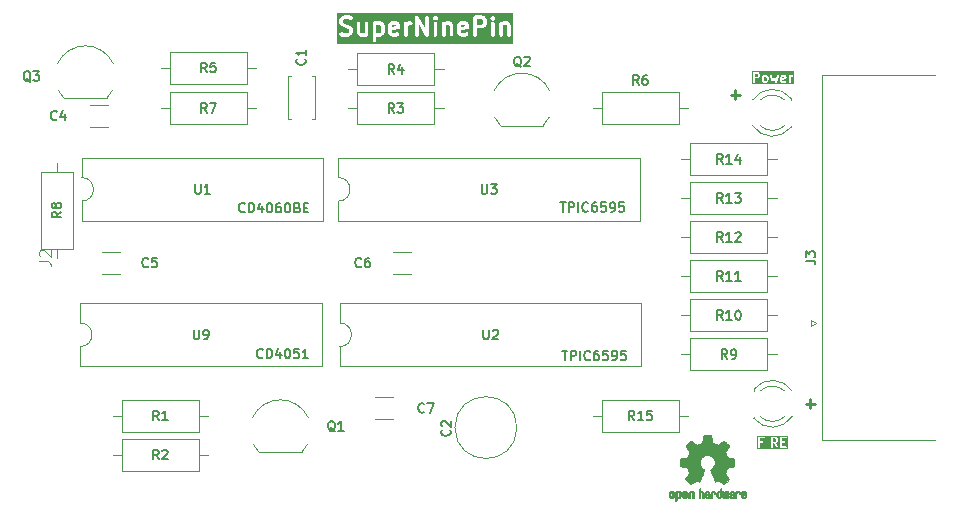
<source format=gbr>
%TF.GenerationSoftware,KiCad,Pcbnew,9.0.3-9.0.3-0~ubuntu24.04.1*%
%TF.CreationDate,2025-12-16T09:39:43+00:00*%
%TF.ProjectId,SuperNinePin,53757065-724e-4696-9e65-50696e2e6b69,rev?*%
%TF.SameCoordinates,Original*%
%TF.FileFunction,Legend,Top*%
%TF.FilePolarity,Positive*%
%FSLAX46Y46*%
G04 Gerber Fmt 4.6, Leading zero omitted, Abs format (unit mm)*
G04 Created by KiCad (PCBNEW 9.0.3-9.0.3-0~ubuntu24.04.1) date 2025-12-16 09:39:43*
%MOMM*%
%LPD*%
G01*
G04 APERTURE LIST*
%ADD10C,0.250000*%
%ADD11C,0.300000*%
%ADD12C,0.150000*%
%ADD13C,0.100000*%
%ADD14C,0.120000*%
%ADD15C,0.010000*%
G04 APERTURE END LIST*
D10*
X210206568Y-65269666D02*
X210968473Y-65269666D01*
X210587520Y-65650619D02*
X210587520Y-64888714D01*
X203856568Y-39107666D02*
X204618473Y-39107666D01*
X204237520Y-39488619D02*
X204237520Y-38726714D01*
D11*
G36*
X174206000Y-33234735D02*
G01*
X174243004Y-33271739D01*
X174287710Y-33361151D01*
X174287710Y-33718904D01*
X174243003Y-33808317D01*
X174205998Y-33845322D01*
X174116586Y-33890028D01*
X173901691Y-33890028D01*
X173873424Y-33875894D01*
X173873424Y-33204162D01*
X173901692Y-33190028D01*
X174116586Y-33190028D01*
X174206000Y-33234735D01*
G37*
G36*
X175540193Y-33223260D02*
G01*
X175566368Y-33275611D01*
X175159139Y-33357057D01*
X175159139Y-33289723D01*
X175192370Y-33223260D01*
X175258835Y-33190028D01*
X175473729Y-33190028D01*
X175540193Y-33223260D01*
G37*
G36*
X181397336Y-33223260D02*
G01*
X181423511Y-33275611D01*
X181016282Y-33357057D01*
X181016282Y-33289723D01*
X181049513Y-33223260D01*
X181115978Y-33190028D01*
X181330872Y-33190028D01*
X181397336Y-33223260D01*
G37*
G36*
X182848857Y-32734735D02*
G01*
X182885861Y-32771739D01*
X182930567Y-32861151D01*
X182930567Y-33004618D01*
X182885860Y-33094031D01*
X182848855Y-33131036D01*
X182759443Y-33175742D01*
X182373424Y-33175742D01*
X182373424Y-32690028D01*
X182759443Y-32690028D01*
X182848857Y-32734735D01*
G37*
G36*
X185397235Y-34853813D02*
G01*
X170549615Y-34853813D01*
X170549615Y-32825742D01*
X170716282Y-32825742D01*
X170716282Y-32968600D01*
X170719164Y-32997864D01*
X170721226Y-33002842D01*
X170721608Y-33008218D01*
X170732118Y-33035682D01*
X170803546Y-33178539D01*
X170811474Y-33191134D01*
X170812990Y-33194793D01*
X170816369Y-33198910D01*
X170819211Y-33203425D01*
X170822205Y-33206021D01*
X170831645Y-33217524D01*
X170903074Y-33288952D01*
X170914574Y-33298390D01*
X170917171Y-33301384D01*
X170921683Y-33304224D01*
X170925804Y-33307606D01*
X170929463Y-33309121D01*
X170942057Y-33317049D01*
X171084913Y-33388478D01*
X171087055Y-33389297D01*
X171087925Y-33389942D01*
X171100196Y-33394326D01*
X171112377Y-33398987D01*
X171113457Y-33399063D01*
X171115616Y-33399835D01*
X171385354Y-33467269D01*
X171491713Y-33520448D01*
X171528717Y-33557453D01*
X171573425Y-33646867D01*
X171573425Y-33718903D01*
X171528717Y-33808317D01*
X171491714Y-33845321D01*
X171402301Y-33890028D01*
X171104911Y-33890028D01*
X170913716Y-33826297D01*
X170885042Y-33819777D01*
X170826662Y-33823927D01*
X170774315Y-33850101D01*
X170735967Y-33894315D01*
X170717459Y-33949840D01*
X170721609Y-34008220D01*
X170747783Y-34060567D01*
X170791997Y-34098915D01*
X170818848Y-34110903D01*
X171033134Y-34182331D01*
X171047646Y-34185630D01*
X171051304Y-34187146D01*
X171056606Y-34187668D01*
X171061808Y-34188851D01*
X171065762Y-34188569D01*
X171080568Y-34190028D01*
X171437710Y-34190028D01*
X171466974Y-34187146D01*
X171471952Y-34185083D01*
X171477328Y-34184702D01*
X171504791Y-34174192D01*
X171647650Y-34102764D01*
X171660244Y-34094835D01*
X171663904Y-34093320D01*
X171668024Y-34089938D01*
X171672535Y-34087099D01*
X171675129Y-34084107D01*
X171686635Y-34074665D01*
X171758063Y-34003236D01*
X171767501Y-33991735D01*
X171770495Y-33989139D01*
X171773335Y-33984626D01*
X171776717Y-33980506D01*
X171778232Y-33976846D01*
X171786160Y-33964253D01*
X171857589Y-33821397D01*
X171868098Y-33793933D01*
X171868479Y-33788558D01*
X171870543Y-33783578D01*
X171873425Y-33754314D01*
X171873425Y-33611457D01*
X171870543Y-33582193D01*
X171868479Y-33577212D01*
X171868098Y-33571838D01*
X171857589Y-33544374D01*
X171786160Y-33401518D01*
X171778232Y-33388924D01*
X171776717Y-33385265D01*
X171773335Y-33381144D01*
X171770495Y-33376632D01*
X171767501Y-33374035D01*
X171758063Y-33362535D01*
X171686635Y-33291106D01*
X171675132Y-33281666D01*
X171672536Y-33278672D01*
X171668021Y-33275830D01*
X171663904Y-33272451D01*
X171660245Y-33270935D01*
X171647650Y-33263007D01*
X171504792Y-33191578D01*
X171502651Y-33190758D01*
X171501781Y-33190114D01*
X171489525Y-33185735D01*
X171477329Y-33181068D01*
X171476245Y-33180991D01*
X171474090Y-33180221D01*
X171204352Y-33112786D01*
X171097992Y-33059606D01*
X171078414Y-33040028D01*
X172216281Y-33040028D01*
X172216281Y-33825742D01*
X172219163Y-33855006D01*
X172221224Y-33859983D01*
X172221607Y-33865361D01*
X172232117Y-33892824D01*
X172303546Y-34035682D01*
X172306626Y-34040576D01*
X172307396Y-34042884D01*
X172309888Y-34045757D01*
X172319211Y-34060568D01*
X172333422Y-34072892D01*
X172345743Y-34087099D01*
X172360550Y-34096420D01*
X172363426Y-34098914D01*
X172365734Y-34099683D01*
X172370628Y-34102764D01*
X172513486Y-34174192D01*
X172540949Y-34184702D01*
X172546324Y-34185083D01*
X172551303Y-34187146D01*
X172580567Y-34190028D01*
X172794853Y-34190028D01*
X172824117Y-34187146D01*
X172829095Y-34185083D01*
X172834471Y-34184702D01*
X172861935Y-34174192D01*
X172910809Y-34149754D01*
X172925803Y-34164748D01*
X172979875Y-34187146D01*
X173038403Y-34187146D01*
X173092475Y-34164748D01*
X173133859Y-34123364D01*
X173156257Y-34069292D01*
X173159139Y-34040028D01*
X173159139Y-33040028D01*
X173573424Y-33040028D01*
X173573424Y-34540028D01*
X173576306Y-34569292D01*
X173598704Y-34623364D01*
X173640088Y-34664748D01*
X173694160Y-34687146D01*
X173752688Y-34687146D01*
X173806760Y-34664748D01*
X173848144Y-34623364D01*
X173870542Y-34569292D01*
X173873424Y-34540028D01*
X173873424Y-34190028D01*
X174151996Y-34190028D01*
X174181260Y-34187146D01*
X174186238Y-34185083D01*
X174191614Y-34184702D01*
X174219078Y-34174192D01*
X174361935Y-34102764D01*
X174374528Y-34094836D01*
X174378188Y-34093321D01*
X174382307Y-34089939D01*
X174386821Y-34087099D01*
X174389417Y-34084105D01*
X174400919Y-34074666D01*
X174472348Y-34003237D01*
X174481789Y-33991732D01*
X174484781Y-33989138D01*
X174487619Y-33984628D01*
X174491003Y-33980506D01*
X174492519Y-33976844D01*
X174500446Y-33964253D01*
X174571874Y-33821395D01*
X174582384Y-33793932D01*
X174582765Y-33788556D01*
X174584828Y-33783578D01*
X174587710Y-33754314D01*
X174587710Y-33325742D01*
X174584828Y-33296478D01*
X174582765Y-33291499D01*
X174582384Y-33286124D01*
X174571874Y-33258661D01*
X174569701Y-33254314D01*
X174859139Y-33254314D01*
X174859139Y-33825742D01*
X174862021Y-33855006D01*
X174864083Y-33859984D01*
X174864465Y-33865360D01*
X174874975Y-33892823D01*
X174946403Y-34035682D01*
X174949482Y-34040574D01*
X174950253Y-34042885D01*
X174952748Y-34045762D01*
X174962068Y-34060567D01*
X174976274Y-34072888D01*
X174988600Y-34087100D01*
X175003404Y-34096418D01*
X175006282Y-34098914D01*
X175008593Y-34099684D01*
X175013486Y-34102764D01*
X175156344Y-34174193D01*
X175183807Y-34184702D01*
X175189182Y-34185083D01*
X175194161Y-34187146D01*
X175223425Y-34190028D01*
X175509139Y-34190028D01*
X175538403Y-34187146D01*
X175543381Y-34185083D01*
X175548757Y-34184702D01*
X175576221Y-34174192D01*
X175719078Y-34102764D01*
X175743964Y-34087099D01*
X175782310Y-34042884D01*
X175800818Y-33987362D01*
X175796670Y-33928982D01*
X175770496Y-33876633D01*
X175726281Y-33838286D01*
X175670758Y-33819778D01*
X175612378Y-33823926D01*
X175584915Y-33834436D01*
X175473729Y-33890028D01*
X175258834Y-33890028D01*
X175192371Y-33856797D01*
X175159139Y-33790333D01*
X175159139Y-33662998D01*
X175752688Y-33544289D01*
X175752689Y-33544289D01*
X175752689Y-33544288D01*
X175752843Y-33544258D01*
X175780973Y-33535693D01*
X175793184Y-33527514D01*
X175806761Y-33521891D01*
X175817262Y-33511389D01*
X175829603Y-33503125D01*
X175837755Y-33490897D01*
X175848145Y-33480507D01*
X175853827Y-33466787D01*
X175862067Y-33454429D01*
X175864919Y-33440011D01*
X175870543Y-33426435D01*
X175873425Y-33397171D01*
X175873425Y-33397019D01*
X175873426Y-33397014D01*
X175873425Y-33397009D01*
X175873425Y-33254314D01*
X175870543Y-33225050D01*
X175868479Y-33220069D01*
X175868098Y-33214695D01*
X175857589Y-33187231D01*
X175786160Y-33044375D01*
X175783424Y-33040028D01*
X176216281Y-33040028D01*
X176216281Y-34040028D01*
X176219163Y-34069292D01*
X176241561Y-34123364D01*
X176282945Y-34164748D01*
X176337017Y-34187146D01*
X176395545Y-34187146D01*
X176449617Y-34164748D01*
X176491001Y-34123364D01*
X176513399Y-34069292D01*
X176516281Y-34040028D01*
X176516281Y-33361152D01*
X176560988Y-33271738D01*
X176597992Y-33234735D01*
X176687406Y-33190028D01*
X176794853Y-33190028D01*
X176824117Y-33187146D01*
X176878189Y-33164748D01*
X176919573Y-33123364D01*
X176941971Y-33069292D01*
X176941971Y-33010764D01*
X176919573Y-32956692D01*
X176878189Y-32915308D01*
X176824117Y-32892910D01*
X176794853Y-32890028D01*
X176651996Y-32890028D01*
X176622732Y-32892910D01*
X176617751Y-32894973D01*
X176612377Y-32895355D01*
X176584913Y-32905864D01*
X176488420Y-32954111D01*
X176449617Y-32915308D01*
X176395545Y-32892910D01*
X176337017Y-32892910D01*
X176282945Y-32915308D01*
X176241561Y-32956692D01*
X176219163Y-33010764D01*
X176216281Y-33040028D01*
X175783424Y-33040028D01*
X175783079Y-33039480D01*
X175782310Y-33037173D01*
X175779817Y-33034298D01*
X175770495Y-33019489D01*
X175756285Y-33007165D01*
X175743964Y-32992958D01*
X175729158Y-32983638D01*
X175726280Y-32981142D01*
X175723968Y-32980371D01*
X175719078Y-32977293D01*
X175576221Y-32905864D01*
X175548758Y-32895355D01*
X175543383Y-32894973D01*
X175538403Y-32892910D01*
X175509139Y-32890028D01*
X175223425Y-32890028D01*
X175194161Y-32892910D01*
X175189183Y-32894971D01*
X175183806Y-32895354D01*
X175156343Y-32905864D01*
X175013485Y-32977293D01*
X175008590Y-32980373D01*
X175006283Y-32981143D01*
X175003408Y-32983635D01*
X174988599Y-32992958D01*
X174976276Y-33007166D01*
X174962068Y-33019489D01*
X174952745Y-33034298D01*
X174950253Y-33037173D01*
X174949483Y-33039480D01*
X174946403Y-33044375D01*
X174874975Y-33187232D01*
X174864465Y-33214696D01*
X174864083Y-33220071D01*
X174862021Y-33225050D01*
X174859139Y-33254314D01*
X174569701Y-33254314D01*
X174500446Y-33115803D01*
X174492517Y-33103208D01*
X174491002Y-33099549D01*
X174487620Y-33095428D01*
X174484781Y-33090918D01*
X174481789Y-33088323D01*
X174472347Y-33076818D01*
X174400918Y-33005390D01*
X174389418Y-32995952D01*
X174386821Y-32992958D01*
X174382304Y-32990115D01*
X174378187Y-32986736D01*
X174374530Y-32985221D01*
X174361935Y-32977293D01*
X174219078Y-32905864D01*
X174191615Y-32895355D01*
X174186240Y-32894973D01*
X174181260Y-32892910D01*
X174151996Y-32890028D01*
X173866282Y-32890028D01*
X173837018Y-32892910D01*
X173832040Y-32894971D01*
X173826663Y-32895354D01*
X173799200Y-32905864D01*
X173792295Y-32909316D01*
X173752688Y-32892910D01*
X173694160Y-32892910D01*
X173640088Y-32915308D01*
X173598704Y-32956692D01*
X173576306Y-33010764D01*
X173573424Y-33040028D01*
X173159139Y-33040028D01*
X173156257Y-33010764D01*
X173133859Y-32956692D01*
X173092475Y-32915308D01*
X173038403Y-32892910D01*
X172979875Y-32892910D01*
X172925803Y-32915308D01*
X172884419Y-32956692D01*
X172862021Y-33010764D01*
X172859139Y-33040028D01*
X172859139Y-33835039D01*
X172848855Y-33845322D01*
X172759443Y-33890028D01*
X172615977Y-33890028D01*
X172549513Y-33856796D01*
X172516281Y-33790332D01*
X172516281Y-33040028D01*
X172513399Y-33010764D01*
X172491001Y-32956692D01*
X172449617Y-32915308D01*
X172395545Y-32892910D01*
X172337017Y-32892910D01*
X172282945Y-32915308D01*
X172241561Y-32956692D01*
X172219163Y-33010764D01*
X172216281Y-33040028D01*
X171078414Y-33040028D01*
X171060987Y-33022601D01*
X171016282Y-32933190D01*
X171016282Y-32861151D01*
X171060987Y-32771740D01*
X171097992Y-32734735D01*
X171187406Y-32690028D01*
X171484799Y-32690028D01*
X171675990Y-32753759D01*
X171704664Y-32760279D01*
X171763044Y-32756130D01*
X171815391Y-32729956D01*
X171853739Y-32685742D01*
X171872247Y-32630218D01*
X171868098Y-32571838D01*
X171852193Y-32540028D01*
X177144852Y-32540028D01*
X177144852Y-34040028D01*
X177147734Y-34069292D01*
X177170132Y-34123364D01*
X177211516Y-34164748D01*
X177265588Y-34187146D01*
X177324116Y-34187146D01*
X177378188Y-34164748D01*
X177419572Y-34123364D01*
X177441970Y-34069292D01*
X177444852Y-34040028D01*
X177444852Y-33104861D01*
X178021759Y-34114449D01*
X178026136Y-34120616D01*
X178027275Y-34123364D01*
X178030074Y-34126163D01*
X178038780Y-34138427D01*
X178054553Y-34150642D01*
X178068659Y-34164748D01*
X178077492Y-34168406D01*
X178085054Y-34174263D01*
X178104302Y-34179512D01*
X178122731Y-34187146D01*
X178132293Y-34187146D01*
X178141518Y-34189662D01*
X178161309Y-34187146D01*
X178181259Y-34187146D01*
X178190092Y-34183486D01*
X178199578Y-34182281D01*
X178216900Y-34172382D01*
X178235331Y-34164748D01*
X178242091Y-34157987D01*
X178250394Y-34153243D01*
X178262607Y-34137471D01*
X178276715Y-34123364D01*
X178280374Y-34114528D01*
X178286229Y-34106969D01*
X178291477Y-34087724D01*
X178299113Y-34069292D01*
X178300586Y-34054327D01*
X178301629Y-34050506D01*
X178301253Y-34047554D01*
X178301995Y-34040028D01*
X178301995Y-33040028D01*
X178716281Y-33040028D01*
X178716281Y-34040028D01*
X178719163Y-34069292D01*
X178741561Y-34123364D01*
X178782945Y-34164748D01*
X178837017Y-34187146D01*
X178895545Y-34187146D01*
X178949617Y-34164748D01*
X178991001Y-34123364D01*
X179013399Y-34069292D01*
X179016281Y-34040028D01*
X179016281Y-33040028D01*
X179430567Y-33040028D01*
X179430567Y-34040028D01*
X179433449Y-34069292D01*
X179455847Y-34123364D01*
X179497231Y-34164748D01*
X179551303Y-34187146D01*
X179609831Y-34187146D01*
X179663903Y-34164748D01*
X179705287Y-34123364D01*
X179727685Y-34069292D01*
X179730567Y-34040028D01*
X179730567Y-33245017D01*
X179740849Y-33234735D01*
X179830263Y-33190028D01*
X179973729Y-33190028D01*
X180040193Y-33223260D01*
X180073425Y-33289724D01*
X180073425Y-34040028D01*
X180076307Y-34069292D01*
X180098705Y-34123364D01*
X180140089Y-34164748D01*
X180194161Y-34187146D01*
X180252689Y-34187146D01*
X180306761Y-34164748D01*
X180348145Y-34123364D01*
X180370543Y-34069292D01*
X180373425Y-34040028D01*
X180373425Y-33254314D01*
X180716282Y-33254314D01*
X180716282Y-33825742D01*
X180719164Y-33855006D01*
X180721226Y-33859984D01*
X180721608Y-33865360D01*
X180732118Y-33892823D01*
X180803546Y-34035682D01*
X180806625Y-34040574D01*
X180807396Y-34042885D01*
X180809891Y-34045762D01*
X180819211Y-34060567D01*
X180833417Y-34072888D01*
X180845743Y-34087100D01*
X180860547Y-34096418D01*
X180863425Y-34098914D01*
X180865736Y-34099684D01*
X180870629Y-34102764D01*
X181013487Y-34174193D01*
X181040950Y-34184702D01*
X181046325Y-34185083D01*
X181051304Y-34187146D01*
X181080568Y-34190028D01*
X181366282Y-34190028D01*
X181395546Y-34187146D01*
X181400524Y-34185083D01*
X181405900Y-34184702D01*
X181433364Y-34174192D01*
X181576221Y-34102764D01*
X181601107Y-34087099D01*
X181639453Y-34042884D01*
X181657961Y-33987362D01*
X181653813Y-33928982D01*
X181627639Y-33876633D01*
X181583424Y-33838286D01*
X181527901Y-33819778D01*
X181469521Y-33823926D01*
X181442058Y-33834436D01*
X181330872Y-33890028D01*
X181115977Y-33890028D01*
X181049514Y-33856797D01*
X181016282Y-33790333D01*
X181016282Y-33662998D01*
X181609831Y-33544289D01*
X181609832Y-33544289D01*
X181609832Y-33544288D01*
X181609986Y-33544258D01*
X181638116Y-33535693D01*
X181650327Y-33527514D01*
X181663904Y-33521891D01*
X181674405Y-33511389D01*
X181686746Y-33503125D01*
X181694898Y-33490897D01*
X181705288Y-33480507D01*
X181710970Y-33466787D01*
X181719210Y-33454429D01*
X181722062Y-33440011D01*
X181727686Y-33426435D01*
X181730568Y-33397171D01*
X181730568Y-33397019D01*
X181730569Y-33397014D01*
X181730568Y-33397009D01*
X181730568Y-33254314D01*
X181727686Y-33225050D01*
X181725622Y-33220069D01*
X181725241Y-33214695D01*
X181714732Y-33187231D01*
X181643303Y-33044375D01*
X181640222Y-33039480D01*
X181639453Y-33037173D01*
X181636960Y-33034298D01*
X181627638Y-33019489D01*
X181613428Y-33007165D01*
X181601107Y-32992958D01*
X181586301Y-32983638D01*
X181583423Y-32981142D01*
X181581111Y-32980371D01*
X181576221Y-32977293D01*
X181433364Y-32905864D01*
X181405901Y-32895355D01*
X181400526Y-32894973D01*
X181395546Y-32892910D01*
X181366282Y-32890028D01*
X181080568Y-32890028D01*
X181051304Y-32892910D01*
X181046326Y-32894971D01*
X181040949Y-32895354D01*
X181013486Y-32905864D01*
X180870628Y-32977293D01*
X180865733Y-32980373D01*
X180863426Y-32981143D01*
X180860551Y-32983635D01*
X180845742Y-32992958D01*
X180833419Y-33007166D01*
X180819211Y-33019489D01*
X180809888Y-33034298D01*
X180807396Y-33037173D01*
X180806626Y-33039480D01*
X180803546Y-33044375D01*
X180732118Y-33187232D01*
X180721608Y-33214696D01*
X180721226Y-33220071D01*
X180719164Y-33225050D01*
X180716282Y-33254314D01*
X180373425Y-33254314D01*
X180370543Y-33225050D01*
X180368479Y-33220069D01*
X180368098Y-33214695D01*
X180357589Y-33187231D01*
X180286160Y-33044375D01*
X180283079Y-33039480D01*
X180282310Y-33037173D01*
X180279817Y-33034298D01*
X180270495Y-33019489D01*
X180256285Y-33007165D01*
X180243964Y-32992958D01*
X180229158Y-32983638D01*
X180226280Y-32981142D01*
X180223968Y-32980371D01*
X180219078Y-32977293D01*
X180076221Y-32905864D01*
X180048758Y-32895355D01*
X180043383Y-32894973D01*
X180038403Y-32892910D01*
X180009139Y-32890028D01*
X179794853Y-32890028D01*
X179765589Y-32892910D01*
X179760608Y-32894973D01*
X179755234Y-32895355D01*
X179727770Y-32905864D01*
X179678896Y-32930301D01*
X179663903Y-32915308D01*
X179609831Y-32892910D01*
X179551303Y-32892910D01*
X179497231Y-32915308D01*
X179455847Y-32956692D01*
X179433449Y-33010764D01*
X179430567Y-33040028D01*
X179016281Y-33040028D01*
X179013399Y-33010764D01*
X178991001Y-32956692D01*
X178949617Y-32915308D01*
X178895545Y-32892910D01*
X178837017Y-32892910D01*
X178782945Y-32915308D01*
X178741561Y-32956692D01*
X178719163Y-33010764D01*
X178716281Y-33040028D01*
X178301995Y-33040028D01*
X178301995Y-32582195D01*
X178647735Y-32582195D01*
X178647735Y-32640721D01*
X178653079Y-32653621D01*
X178670132Y-32694792D01*
X178688787Y-32717523D01*
X178760215Y-32788951D01*
X178782945Y-32807606D01*
X178805342Y-32816882D01*
X178837017Y-32830003D01*
X178895545Y-32830003D01*
X178933779Y-32814165D01*
X178949616Y-32807606D01*
X178949620Y-32807601D01*
X178972346Y-32788952D01*
X179043775Y-32717524D01*
X179062430Y-32694793D01*
X179062431Y-32694792D01*
X179084828Y-32640720D01*
X179084828Y-32582194D01*
X179067363Y-32540028D01*
X182073424Y-32540028D01*
X182073424Y-34040028D01*
X182076306Y-34069292D01*
X182098704Y-34123364D01*
X182140088Y-34164748D01*
X182194160Y-34187146D01*
X182252688Y-34187146D01*
X182306760Y-34164748D01*
X182348144Y-34123364D01*
X182370542Y-34069292D01*
X182373424Y-34040028D01*
X182373424Y-33475742D01*
X182794853Y-33475742D01*
X182824117Y-33472860D01*
X182829095Y-33470797D01*
X182834471Y-33470416D01*
X182861935Y-33459906D01*
X183004792Y-33388478D01*
X183017385Y-33380550D01*
X183021045Y-33379035D01*
X183025164Y-33375653D01*
X183029678Y-33372813D01*
X183032274Y-33369819D01*
X183043776Y-33360380D01*
X183115205Y-33288951D01*
X183124646Y-33277446D01*
X183127638Y-33274852D01*
X183130476Y-33270342D01*
X183133860Y-33266220D01*
X183135376Y-33262558D01*
X183143303Y-33249967D01*
X183214731Y-33107109D01*
X183225241Y-33079646D01*
X183225622Y-33074270D01*
X183227685Y-33069292D01*
X183230567Y-33040028D01*
X183573424Y-33040028D01*
X183573424Y-34040028D01*
X183576306Y-34069292D01*
X183598704Y-34123364D01*
X183640088Y-34164748D01*
X183694160Y-34187146D01*
X183752688Y-34187146D01*
X183806760Y-34164748D01*
X183848144Y-34123364D01*
X183870542Y-34069292D01*
X183873424Y-34040028D01*
X183873424Y-33040028D01*
X184287710Y-33040028D01*
X184287710Y-34040028D01*
X184290592Y-34069292D01*
X184312990Y-34123364D01*
X184354374Y-34164748D01*
X184408446Y-34187146D01*
X184466974Y-34187146D01*
X184521046Y-34164748D01*
X184562430Y-34123364D01*
X184584828Y-34069292D01*
X184587710Y-34040028D01*
X184587710Y-33245017D01*
X184597992Y-33234735D01*
X184687406Y-33190028D01*
X184830872Y-33190028D01*
X184897336Y-33223260D01*
X184930568Y-33289724D01*
X184930568Y-34040028D01*
X184933450Y-34069292D01*
X184955848Y-34123364D01*
X184997232Y-34164748D01*
X185051304Y-34187146D01*
X185109832Y-34187146D01*
X185163904Y-34164748D01*
X185205288Y-34123364D01*
X185227686Y-34069292D01*
X185230568Y-34040028D01*
X185230568Y-33254314D01*
X185227686Y-33225050D01*
X185225622Y-33220069D01*
X185225241Y-33214695D01*
X185214732Y-33187231D01*
X185143303Y-33044375D01*
X185140222Y-33039480D01*
X185139453Y-33037173D01*
X185136960Y-33034298D01*
X185127638Y-33019489D01*
X185113428Y-33007165D01*
X185101107Y-32992958D01*
X185086301Y-32983638D01*
X185083423Y-32981142D01*
X185081111Y-32980371D01*
X185076221Y-32977293D01*
X184933364Y-32905864D01*
X184905901Y-32895355D01*
X184900526Y-32894973D01*
X184895546Y-32892910D01*
X184866282Y-32890028D01*
X184651996Y-32890028D01*
X184622732Y-32892910D01*
X184617751Y-32894973D01*
X184612377Y-32895355D01*
X184584913Y-32905864D01*
X184536039Y-32930301D01*
X184521046Y-32915308D01*
X184466974Y-32892910D01*
X184408446Y-32892910D01*
X184354374Y-32915308D01*
X184312990Y-32956692D01*
X184290592Y-33010764D01*
X184287710Y-33040028D01*
X183873424Y-33040028D01*
X183870542Y-33010764D01*
X183848144Y-32956692D01*
X183806760Y-32915308D01*
X183752688Y-32892910D01*
X183694160Y-32892910D01*
X183640088Y-32915308D01*
X183598704Y-32956692D01*
X183576306Y-33010764D01*
X183573424Y-33040028D01*
X183230567Y-33040028D01*
X183230567Y-32825742D01*
X183227685Y-32796478D01*
X183225622Y-32791499D01*
X183225241Y-32786124D01*
X183214731Y-32758661D01*
X183143303Y-32615803D01*
X183135374Y-32603208D01*
X183133859Y-32599549D01*
X183130477Y-32595428D01*
X183127638Y-32590918D01*
X183124646Y-32588323D01*
X183119617Y-32582195D01*
X183504878Y-32582195D01*
X183504878Y-32640721D01*
X183510222Y-32653621D01*
X183527275Y-32694792D01*
X183545930Y-32717523D01*
X183617358Y-32788951D01*
X183640088Y-32807606D01*
X183662485Y-32816882D01*
X183694160Y-32830003D01*
X183752688Y-32830003D01*
X183790922Y-32814165D01*
X183806759Y-32807606D01*
X183806763Y-32807601D01*
X183829489Y-32788952D01*
X183900918Y-32717524D01*
X183919573Y-32694793D01*
X183919574Y-32694792D01*
X183941971Y-32640720D01*
X183941971Y-32582194D01*
X183919574Y-32528122D01*
X183900919Y-32505391D01*
X183829490Y-32433962D01*
X183806759Y-32415307D01*
X183775085Y-32402187D01*
X183752688Y-32392910D01*
X183694160Y-32392910D01*
X183671763Y-32402187D01*
X183640089Y-32415307D01*
X183640088Y-32415308D01*
X183617357Y-32433963D01*
X183545929Y-32505392D01*
X183527279Y-32528117D01*
X183527275Y-32528122D01*
X183507105Y-32576819D01*
X183504878Y-32582195D01*
X183119617Y-32582195D01*
X183115204Y-32576818D01*
X183043775Y-32505390D01*
X183032275Y-32495952D01*
X183029678Y-32492958D01*
X183025161Y-32490115D01*
X183021044Y-32486736D01*
X183017387Y-32485221D01*
X183004792Y-32477293D01*
X182861935Y-32405864D01*
X182834472Y-32395355D01*
X182829097Y-32394973D01*
X182824117Y-32392910D01*
X182794853Y-32390028D01*
X182223424Y-32390028D01*
X182194160Y-32392910D01*
X182140088Y-32415308D01*
X182098704Y-32456692D01*
X182076306Y-32510764D01*
X182073424Y-32540028D01*
X179067363Y-32540028D01*
X179062431Y-32528122D01*
X179043776Y-32505391D01*
X178972347Y-32433962D01*
X178949616Y-32415307D01*
X178917942Y-32402187D01*
X178895545Y-32392910D01*
X178837017Y-32392910D01*
X178814620Y-32402187D01*
X178782946Y-32415307D01*
X178782945Y-32415308D01*
X178760214Y-32433963D01*
X178688786Y-32505392D01*
X178670136Y-32528117D01*
X178670132Y-32528122D01*
X178649962Y-32576819D01*
X178647735Y-32582195D01*
X178301995Y-32582195D01*
X178301995Y-32540028D01*
X178299113Y-32510764D01*
X178276715Y-32456692D01*
X178235331Y-32415308D01*
X178181259Y-32392910D01*
X178122731Y-32392910D01*
X178068659Y-32415308D01*
X178027275Y-32456692D01*
X178004877Y-32510764D01*
X178001995Y-32540028D01*
X178001995Y-33475192D01*
X177425088Y-32465607D01*
X177420710Y-32459439D01*
X177419572Y-32456692D01*
X177416772Y-32453892D01*
X177408067Y-32441629D01*
X177392295Y-32429415D01*
X177378188Y-32415308D01*
X177369352Y-32411648D01*
X177361793Y-32405794D01*
X177342548Y-32400545D01*
X177324116Y-32392910D01*
X177314554Y-32392910D01*
X177305329Y-32390394D01*
X177285538Y-32392910D01*
X177265588Y-32392910D01*
X177256754Y-32396569D01*
X177247269Y-32397775D01*
X177229946Y-32407673D01*
X177211516Y-32415308D01*
X177204755Y-32422068D01*
X177196453Y-32426813D01*
X177184239Y-32442584D01*
X177170132Y-32456692D01*
X177166472Y-32465527D01*
X177160618Y-32473087D01*
X177155369Y-32492331D01*
X177147734Y-32510764D01*
X177146260Y-32525730D01*
X177145218Y-32529551D01*
X177145593Y-32532502D01*
X177144852Y-32540028D01*
X171852193Y-32540028D01*
X171841924Y-32519490D01*
X171797710Y-32481143D01*
X171770859Y-32469154D01*
X171556573Y-32397726D01*
X171542065Y-32394427D01*
X171538403Y-32392910D01*
X171533094Y-32392387D01*
X171527900Y-32391206D01*
X171523950Y-32391486D01*
X171509139Y-32390028D01*
X171151996Y-32390028D01*
X171122732Y-32392910D01*
X171117751Y-32394973D01*
X171112377Y-32395355D01*
X171084913Y-32405864D01*
X170942057Y-32477293D01*
X170929463Y-32485220D01*
X170925804Y-32486736D01*
X170921683Y-32490117D01*
X170917171Y-32492958D01*
X170914574Y-32495951D01*
X170903074Y-32505390D01*
X170831645Y-32576818D01*
X170822205Y-32588320D01*
X170819211Y-32590917D01*
X170816369Y-32595431D01*
X170812990Y-32599549D01*
X170811474Y-32603207D01*
X170803546Y-32615803D01*
X170732118Y-32758660D01*
X170721608Y-32786124D01*
X170721226Y-32791499D01*
X170719164Y-32796478D01*
X170716282Y-32825742D01*
X170549615Y-32825742D01*
X170549615Y-32223361D01*
X185397235Y-32223361D01*
X185397235Y-34853813D01*
G37*
D12*
X177920667Y-65945104D02*
X177882571Y-65983200D01*
X177882571Y-65983200D02*
X177768286Y-66021295D01*
X177768286Y-66021295D02*
X177692095Y-66021295D01*
X177692095Y-66021295D02*
X177577809Y-65983200D01*
X177577809Y-65983200D02*
X177501619Y-65907009D01*
X177501619Y-65907009D02*
X177463524Y-65830819D01*
X177463524Y-65830819D02*
X177425428Y-65678438D01*
X177425428Y-65678438D02*
X177425428Y-65564152D01*
X177425428Y-65564152D02*
X177463524Y-65411771D01*
X177463524Y-65411771D02*
X177501619Y-65335580D01*
X177501619Y-65335580D02*
X177577809Y-65259390D01*
X177577809Y-65259390D02*
X177692095Y-65221295D01*
X177692095Y-65221295D02*
X177768286Y-65221295D01*
X177768286Y-65221295D02*
X177882571Y-65259390D01*
X177882571Y-65259390D02*
X177920667Y-65297485D01*
X178187333Y-65221295D02*
X178720667Y-65221295D01*
X178720667Y-65221295D02*
X178377809Y-66021295D01*
X182905476Y-58998295D02*
X182905476Y-59645914D01*
X182905476Y-59645914D02*
X182943571Y-59722104D01*
X182943571Y-59722104D02*
X182981666Y-59760200D01*
X182981666Y-59760200D02*
X183057857Y-59798295D01*
X183057857Y-59798295D02*
X183210238Y-59798295D01*
X183210238Y-59798295D02*
X183286428Y-59760200D01*
X183286428Y-59760200D02*
X183324523Y-59722104D01*
X183324523Y-59722104D02*
X183362619Y-59645914D01*
X183362619Y-59645914D02*
X183362619Y-58998295D01*
X183705475Y-59074485D02*
X183743571Y-59036390D01*
X183743571Y-59036390D02*
X183819761Y-58998295D01*
X183819761Y-58998295D02*
X184010237Y-58998295D01*
X184010237Y-58998295D02*
X184086428Y-59036390D01*
X184086428Y-59036390D02*
X184124523Y-59074485D01*
X184124523Y-59074485D02*
X184162618Y-59150676D01*
X184162618Y-59150676D02*
X184162618Y-59226866D01*
X184162618Y-59226866D02*
X184124523Y-59341152D01*
X184124523Y-59341152D02*
X183667380Y-59798295D01*
X183667380Y-59798295D02*
X184162618Y-59798295D01*
X189585942Y-60776295D02*
X190043085Y-60776295D01*
X189814513Y-61576295D02*
X189814513Y-60776295D01*
X190309752Y-61576295D02*
X190309752Y-60776295D01*
X190309752Y-60776295D02*
X190614514Y-60776295D01*
X190614514Y-60776295D02*
X190690704Y-60814390D01*
X190690704Y-60814390D02*
X190728799Y-60852485D01*
X190728799Y-60852485D02*
X190766895Y-60928676D01*
X190766895Y-60928676D02*
X190766895Y-61042961D01*
X190766895Y-61042961D02*
X190728799Y-61119152D01*
X190728799Y-61119152D02*
X190690704Y-61157247D01*
X190690704Y-61157247D02*
X190614514Y-61195342D01*
X190614514Y-61195342D02*
X190309752Y-61195342D01*
X191109752Y-61576295D02*
X191109752Y-60776295D01*
X191947847Y-61500104D02*
X191909751Y-61538200D01*
X191909751Y-61538200D02*
X191795466Y-61576295D01*
X191795466Y-61576295D02*
X191719275Y-61576295D01*
X191719275Y-61576295D02*
X191604989Y-61538200D01*
X191604989Y-61538200D02*
X191528799Y-61462009D01*
X191528799Y-61462009D02*
X191490704Y-61385819D01*
X191490704Y-61385819D02*
X191452608Y-61233438D01*
X191452608Y-61233438D02*
X191452608Y-61119152D01*
X191452608Y-61119152D02*
X191490704Y-60966771D01*
X191490704Y-60966771D02*
X191528799Y-60890580D01*
X191528799Y-60890580D02*
X191604989Y-60814390D01*
X191604989Y-60814390D02*
X191719275Y-60776295D01*
X191719275Y-60776295D02*
X191795466Y-60776295D01*
X191795466Y-60776295D02*
X191909751Y-60814390D01*
X191909751Y-60814390D02*
X191947847Y-60852485D01*
X192633561Y-60776295D02*
X192481180Y-60776295D01*
X192481180Y-60776295D02*
X192404989Y-60814390D01*
X192404989Y-60814390D02*
X192366894Y-60852485D01*
X192366894Y-60852485D02*
X192290704Y-60966771D01*
X192290704Y-60966771D02*
X192252608Y-61119152D01*
X192252608Y-61119152D02*
X192252608Y-61423914D01*
X192252608Y-61423914D02*
X192290704Y-61500104D01*
X192290704Y-61500104D02*
X192328799Y-61538200D01*
X192328799Y-61538200D02*
X192404989Y-61576295D01*
X192404989Y-61576295D02*
X192557370Y-61576295D01*
X192557370Y-61576295D02*
X192633561Y-61538200D01*
X192633561Y-61538200D02*
X192671656Y-61500104D01*
X192671656Y-61500104D02*
X192709751Y-61423914D01*
X192709751Y-61423914D02*
X192709751Y-61233438D01*
X192709751Y-61233438D02*
X192671656Y-61157247D01*
X192671656Y-61157247D02*
X192633561Y-61119152D01*
X192633561Y-61119152D02*
X192557370Y-61081057D01*
X192557370Y-61081057D02*
X192404989Y-61081057D01*
X192404989Y-61081057D02*
X192328799Y-61119152D01*
X192328799Y-61119152D02*
X192290704Y-61157247D01*
X192290704Y-61157247D02*
X192252608Y-61233438D01*
X193433561Y-60776295D02*
X193052609Y-60776295D01*
X193052609Y-60776295D02*
X193014513Y-61157247D01*
X193014513Y-61157247D02*
X193052609Y-61119152D01*
X193052609Y-61119152D02*
X193128799Y-61081057D01*
X193128799Y-61081057D02*
X193319275Y-61081057D01*
X193319275Y-61081057D02*
X193395466Y-61119152D01*
X193395466Y-61119152D02*
X193433561Y-61157247D01*
X193433561Y-61157247D02*
X193471656Y-61233438D01*
X193471656Y-61233438D02*
X193471656Y-61423914D01*
X193471656Y-61423914D02*
X193433561Y-61500104D01*
X193433561Y-61500104D02*
X193395466Y-61538200D01*
X193395466Y-61538200D02*
X193319275Y-61576295D01*
X193319275Y-61576295D02*
X193128799Y-61576295D01*
X193128799Y-61576295D02*
X193052609Y-61538200D01*
X193052609Y-61538200D02*
X193014513Y-61500104D01*
X193852609Y-61576295D02*
X194004990Y-61576295D01*
X194004990Y-61576295D02*
X194081180Y-61538200D01*
X194081180Y-61538200D02*
X194119276Y-61500104D01*
X194119276Y-61500104D02*
X194195466Y-61385819D01*
X194195466Y-61385819D02*
X194233561Y-61233438D01*
X194233561Y-61233438D02*
X194233561Y-60928676D01*
X194233561Y-60928676D02*
X194195466Y-60852485D01*
X194195466Y-60852485D02*
X194157371Y-60814390D01*
X194157371Y-60814390D02*
X194081180Y-60776295D01*
X194081180Y-60776295D02*
X193928799Y-60776295D01*
X193928799Y-60776295D02*
X193852609Y-60814390D01*
X193852609Y-60814390D02*
X193814514Y-60852485D01*
X193814514Y-60852485D02*
X193776418Y-60928676D01*
X193776418Y-60928676D02*
X193776418Y-61119152D01*
X193776418Y-61119152D02*
X193814514Y-61195342D01*
X193814514Y-61195342D02*
X193852609Y-61233438D01*
X193852609Y-61233438D02*
X193928799Y-61271533D01*
X193928799Y-61271533D02*
X194081180Y-61271533D01*
X194081180Y-61271533D02*
X194157371Y-61233438D01*
X194157371Y-61233438D02*
X194195466Y-61195342D01*
X194195466Y-61195342D02*
X194233561Y-61119152D01*
X194957371Y-60776295D02*
X194576419Y-60776295D01*
X194576419Y-60776295D02*
X194538323Y-61157247D01*
X194538323Y-61157247D02*
X194576419Y-61119152D01*
X194576419Y-61119152D02*
X194652609Y-61081057D01*
X194652609Y-61081057D02*
X194843085Y-61081057D01*
X194843085Y-61081057D02*
X194919276Y-61119152D01*
X194919276Y-61119152D02*
X194957371Y-61157247D01*
X194957371Y-61157247D02*
X194995466Y-61233438D01*
X194995466Y-61233438D02*
X194995466Y-61423914D01*
X194995466Y-61423914D02*
X194957371Y-61500104D01*
X194957371Y-61500104D02*
X194919276Y-61538200D01*
X194919276Y-61538200D02*
X194843085Y-61576295D01*
X194843085Y-61576295D02*
X194652609Y-61576295D01*
X194652609Y-61576295D02*
X194576419Y-61538200D01*
X194576419Y-61538200D02*
X194538323Y-61500104D01*
X158521476Y-46679295D02*
X158521476Y-47326914D01*
X158521476Y-47326914D02*
X158559571Y-47403104D01*
X158559571Y-47403104D02*
X158597666Y-47441200D01*
X158597666Y-47441200D02*
X158673857Y-47479295D01*
X158673857Y-47479295D02*
X158826238Y-47479295D01*
X158826238Y-47479295D02*
X158902428Y-47441200D01*
X158902428Y-47441200D02*
X158940523Y-47403104D01*
X158940523Y-47403104D02*
X158978619Y-47326914D01*
X158978619Y-47326914D02*
X158978619Y-46679295D01*
X159778618Y-47479295D02*
X159321475Y-47479295D01*
X159550047Y-47479295D02*
X159550047Y-46679295D01*
X159550047Y-46679295D02*
X159473856Y-46793580D01*
X159473856Y-46793580D02*
X159397666Y-46869771D01*
X159397666Y-46869771D02*
X159321475Y-46907866D01*
X162712704Y-49003304D02*
X162674608Y-49041400D01*
X162674608Y-49041400D02*
X162560323Y-49079495D01*
X162560323Y-49079495D02*
X162484132Y-49079495D01*
X162484132Y-49079495D02*
X162369846Y-49041400D01*
X162369846Y-49041400D02*
X162293656Y-48965209D01*
X162293656Y-48965209D02*
X162255561Y-48889019D01*
X162255561Y-48889019D02*
X162217465Y-48736638D01*
X162217465Y-48736638D02*
X162217465Y-48622352D01*
X162217465Y-48622352D02*
X162255561Y-48469971D01*
X162255561Y-48469971D02*
X162293656Y-48393780D01*
X162293656Y-48393780D02*
X162369846Y-48317590D01*
X162369846Y-48317590D02*
X162484132Y-48279495D01*
X162484132Y-48279495D02*
X162560323Y-48279495D01*
X162560323Y-48279495D02*
X162674608Y-48317590D01*
X162674608Y-48317590D02*
X162712704Y-48355685D01*
X163055561Y-49079495D02*
X163055561Y-48279495D01*
X163055561Y-48279495D02*
X163246037Y-48279495D01*
X163246037Y-48279495D02*
X163360323Y-48317590D01*
X163360323Y-48317590D02*
X163436513Y-48393780D01*
X163436513Y-48393780D02*
X163474608Y-48469971D01*
X163474608Y-48469971D02*
X163512704Y-48622352D01*
X163512704Y-48622352D02*
X163512704Y-48736638D01*
X163512704Y-48736638D02*
X163474608Y-48889019D01*
X163474608Y-48889019D02*
X163436513Y-48965209D01*
X163436513Y-48965209D02*
X163360323Y-49041400D01*
X163360323Y-49041400D02*
X163246037Y-49079495D01*
X163246037Y-49079495D02*
X163055561Y-49079495D01*
X164198418Y-48546161D02*
X164198418Y-49079495D01*
X164007942Y-48241400D02*
X163817465Y-48812828D01*
X163817465Y-48812828D02*
X164312704Y-48812828D01*
X164769847Y-48279495D02*
X164846037Y-48279495D01*
X164846037Y-48279495D02*
X164922228Y-48317590D01*
X164922228Y-48317590D02*
X164960323Y-48355685D01*
X164960323Y-48355685D02*
X164998418Y-48431876D01*
X164998418Y-48431876D02*
X165036513Y-48584257D01*
X165036513Y-48584257D02*
X165036513Y-48774733D01*
X165036513Y-48774733D02*
X164998418Y-48927114D01*
X164998418Y-48927114D02*
X164960323Y-49003304D01*
X164960323Y-49003304D02*
X164922228Y-49041400D01*
X164922228Y-49041400D02*
X164846037Y-49079495D01*
X164846037Y-49079495D02*
X164769847Y-49079495D01*
X164769847Y-49079495D02*
X164693656Y-49041400D01*
X164693656Y-49041400D02*
X164655561Y-49003304D01*
X164655561Y-49003304D02*
X164617466Y-48927114D01*
X164617466Y-48927114D02*
X164579370Y-48774733D01*
X164579370Y-48774733D02*
X164579370Y-48584257D01*
X164579370Y-48584257D02*
X164617466Y-48431876D01*
X164617466Y-48431876D02*
X164655561Y-48355685D01*
X164655561Y-48355685D02*
X164693656Y-48317590D01*
X164693656Y-48317590D02*
X164769847Y-48279495D01*
X165722228Y-48279495D02*
X165569847Y-48279495D01*
X165569847Y-48279495D02*
X165493656Y-48317590D01*
X165493656Y-48317590D02*
X165455561Y-48355685D01*
X165455561Y-48355685D02*
X165379371Y-48469971D01*
X165379371Y-48469971D02*
X165341275Y-48622352D01*
X165341275Y-48622352D02*
X165341275Y-48927114D01*
X165341275Y-48927114D02*
X165379371Y-49003304D01*
X165379371Y-49003304D02*
X165417466Y-49041400D01*
X165417466Y-49041400D02*
X165493656Y-49079495D01*
X165493656Y-49079495D02*
X165646037Y-49079495D01*
X165646037Y-49079495D02*
X165722228Y-49041400D01*
X165722228Y-49041400D02*
X165760323Y-49003304D01*
X165760323Y-49003304D02*
X165798418Y-48927114D01*
X165798418Y-48927114D02*
X165798418Y-48736638D01*
X165798418Y-48736638D02*
X165760323Y-48660447D01*
X165760323Y-48660447D02*
X165722228Y-48622352D01*
X165722228Y-48622352D02*
X165646037Y-48584257D01*
X165646037Y-48584257D02*
X165493656Y-48584257D01*
X165493656Y-48584257D02*
X165417466Y-48622352D01*
X165417466Y-48622352D02*
X165379371Y-48660447D01*
X165379371Y-48660447D02*
X165341275Y-48736638D01*
X166293657Y-48279495D02*
X166369847Y-48279495D01*
X166369847Y-48279495D02*
X166446038Y-48317590D01*
X166446038Y-48317590D02*
X166484133Y-48355685D01*
X166484133Y-48355685D02*
X166522228Y-48431876D01*
X166522228Y-48431876D02*
X166560323Y-48584257D01*
X166560323Y-48584257D02*
X166560323Y-48774733D01*
X166560323Y-48774733D02*
X166522228Y-48927114D01*
X166522228Y-48927114D02*
X166484133Y-49003304D01*
X166484133Y-49003304D02*
X166446038Y-49041400D01*
X166446038Y-49041400D02*
X166369847Y-49079495D01*
X166369847Y-49079495D02*
X166293657Y-49079495D01*
X166293657Y-49079495D02*
X166217466Y-49041400D01*
X166217466Y-49041400D02*
X166179371Y-49003304D01*
X166179371Y-49003304D02*
X166141276Y-48927114D01*
X166141276Y-48927114D02*
X166103180Y-48774733D01*
X166103180Y-48774733D02*
X166103180Y-48584257D01*
X166103180Y-48584257D02*
X166141276Y-48431876D01*
X166141276Y-48431876D02*
X166179371Y-48355685D01*
X166179371Y-48355685D02*
X166217466Y-48317590D01*
X166217466Y-48317590D02*
X166293657Y-48279495D01*
X167169847Y-48660447D02*
X167284133Y-48698542D01*
X167284133Y-48698542D02*
X167322228Y-48736638D01*
X167322228Y-48736638D02*
X167360324Y-48812828D01*
X167360324Y-48812828D02*
X167360324Y-48927114D01*
X167360324Y-48927114D02*
X167322228Y-49003304D01*
X167322228Y-49003304D02*
X167284133Y-49041400D01*
X167284133Y-49041400D02*
X167207943Y-49079495D01*
X167207943Y-49079495D02*
X166903181Y-49079495D01*
X166903181Y-49079495D02*
X166903181Y-48279495D01*
X166903181Y-48279495D02*
X167169847Y-48279495D01*
X167169847Y-48279495D02*
X167246038Y-48317590D01*
X167246038Y-48317590D02*
X167284133Y-48355685D01*
X167284133Y-48355685D02*
X167322228Y-48431876D01*
X167322228Y-48431876D02*
X167322228Y-48508066D01*
X167322228Y-48508066D02*
X167284133Y-48584257D01*
X167284133Y-48584257D02*
X167246038Y-48622352D01*
X167246038Y-48622352D02*
X167169847Y-48660447D01*
X167169847Y-48660447D02*
X166903181Y-48660447D01*
X167703181Y-48660447D02*
X167969847Y-48660447D01*
X168084133Y-49079495D02*
X167703181Y-49079495D01*
X167703181Y-49079495D02*
X167703181Y-48279495D01*
X167703181Y-48279495D02*
X168084133Y-48279495D01*
D13*
X145315019Y-53228833D02*
X146029304Y-53228833D01*
X146029304Y-53228833D02*
X146172161Y-53276452D01*
X146172161Y-53276452D02*
X146267400Y-53371690D01*
X146267400Y-53371690D02*
X146315019Y-53514547D01*
X146315019Y-53514547D02*
X146315019Y-53609785D01*
X145410257Y-52800261D02*
X145362638Y-52752642D01*
X145362638Y-52752642D02*
X145315019Y-52657404D01*
X145315019Y-52657404D02*
X145315019Y-52419309D01*
X145315019Y-52419309D02*
X145362638Y-52324071D01*
X145362638Y-52324071D02*
X145410257Y-52276452D01*
X145410257Y-52276452D02*
X145505495Y-52228833D01*
X145505495Y-52228833D02*
X145600733Y-52228833D01*
X145600733Y-52228833D02*
X145743590Y-52276452D01*
X145743590Y-52276452D02*
X146315019Y-52847880D01*
X146315019Y-52847880D02*
X146315019Y-52228833D01*
D12*
X167799104Y-36074332D02*
X167837200Y-36112428D01*
X167837200Y-36112428D02*
X167875295Y-36226713D01*
X167875295Y-36226713D02*
X167875295Y-36302904D01*
X167875295Y-36302904D02*
X167837200Y-36417190D01*
X167837200Y-36417190D02*
X167761009Y-36493380D01*
X167761009Y-36493380D02*
X167684819Y-36531475D01*
X167684819Y-36531475D02*
X167532438Y-36569571D01*
X167532438Y-36569571D02*
X167418152Y-36569571D01*
X167418152Y-36569571D02*
X167265771Y-36531475D01*
X167265771Y-36531475D02*
X167189580Y-36493380D01*
X167189580Y-36493380D02*
X167113390Y-36417190D01*
X167113390Y-36417190D02*
X167075295Y-36302904D01*
X167075295Y-36302904D02*
X167075295Y-36226713D01*
X167075295Y-36226713D02*
X167113390Y-36112428D01*
X167113390Y-36112428D02*
X167151485Y-36074332D01*
X167875295Y-35312428D02*
X167875295Y-35769571D01*
X167875295Y-35540999D02*
X167075295Y-35540999D01*
X167075295Y-35540999D02*
X167189580Y-35617190D01*
X167189580Y-35617190D02*
X167265771Y-35693380D01*
X167265771Y-35693380D02*
X167303866Y-35769571D01*
X170357809Y-67621485D02*
X170281619Y-67583390D01*
X170281619Y-67583390D02*
X170205428Y-67507200D01*
X170205428Y-67507200D02*
X170091142Y-67392914D01*
X170091142Y-67392914D02*
X170014952Y-67354819D01*
X170014952Y-67354819D02*
X169938761Y-67354819D01*
X169976857Y-67545295D02*
X169900666Y-67507200D01*
X169900666Y-67507200D02*
X169824476Y-67431009D01*
X169824476Y-67431009D02*
X169786380Y-67278628D01*
X169786380Y-67278628D02*
X169786380Y-67011961D01*
X169786380Y-67011961D02*
X169824476Y-66859580D01*
X169824476Y-66859580D02*
X169900666Y-66783390D01*
X169900666Y-66783390D02*
X169976857Y-66745295D01*
X169976857Y-66745295D02*
X170129238Y-66745295D01*
X170129238Y-66745295D02*
X170205428Y-66783390D01*
X170205428Y-66783390D02*
X170281619Y-66859580D01*
X170281619Y-66859580D02*
X170319714Y-67011961D01*
X170319714Y-67011961D02*
X170319714Y-67278628D01*
X170319714Y-67278628D02*
X170281619Y-67431009D01*
X170281619Y-67431009D02*
X170205428Y-67507200D01*
X170205428Y-67507200D02*
X170129238Y-67545295D01*
X170129238Y-67545295D02*
X169976857Y-67545295D01*
X171081618Y-67545295D02*
X170624475Y-67545295D01*
X170853047Y-67545295D02*
X170853047Y-66745295D01*
X170853047Y-66745295D02*
X170776856Y-66859580D01*
X170776856Y-66859580D02*
X170700666Y-66935771D01*
X170700666Y-66935771D02*
X170624475Y-66973866D01*
X159505667Y-37192295D02*
X159239000Y-36811342D01*
X159048524Y-37192295D02*
X159048524Y-36392295D01*
X159048524Y-36392295D02*
X159353286Y-36392295D01*
X159353286Y-36392295D02*
X159429476Y-36430390D01*
X159429476Y-36430390D02*
X159467571Y-36468485D01*
X159467571Y-36468485D02*
X159505667Y-36544676D01*
X159505667Y-36544676D02*
X159505667Y-36658961D01*
X159505667Y-36658961D02*
X159467571Y-36735152D01*
X159467571Y-36735152D02*
X159429476Y-36773247D01*
X159429476Y-36773247D02*
X159353286Y-36811342D01*
X159353286Y-36811342D02*
X159048524Y-36811342D01*
X160229476Y-36392295D02*
X159848524Y-36392295D01*
X159848524Y-36392295D02*
X159810428Y-36773247D01*
X159810428Y-36773247D02*
X159848524Y-36735152D01*
X159848524Y-36735152D02*
X159924714Y-36697057D01*
X159924714Y-36697057D02*
X160115190Y-36697057D01*
X160115190Y-36697057D02*
X160191381Y-36735152D01*
X160191381Y-36735152D02*
X160229476Y-36773247D01*
X160229476Y-36773247D02*
X160267571Y-36849438D01*
X160267571Y-36849438D02*
X160267571Y-37039914D01*
X160267571Y-37039914D02*
X160229476Y-37116104D01*
X160229476Y-37116104D02*
X160191381Y-37154200D01*
X160191381Y-37154200D02*
X160115190Y-37192295D01*
X160115190Y-37192295D02*
X159924714Y-37192295D01*
X159924714Y-37192295D02*
X159848524Y-37154200D01*
X159848524Y-37154200D02*
X159810428Y-37116104D01*
X175380667Y-40621295D02*
X175114000Y-40240342D01*
X174923524Y-40621295D02*
X174923524Y-39821295D01*
X174923524Y-39821295D02*
X175228286Y-39821295D01*
X175228286Y-39821295D02*
X175304476Y-39859390D01*
X175304476Y-39859390D02*
X175342571Y-39897485D01*
X175342571Y-39897485D02*
X175380667Y-39973676D01*
X175380667Y-39973676D02*
X175380667Y-40087961D01*
X175380667Y-40087961D02*
X175342571Y-40164152D01*
X175342571Y-40164152D02*
X175304476Y-40202247D01*
X175304476Y-40202247D02*
X175228286Y-40240342D01*
X175228286Y-40240342D02*
X174923524Y-40240342D01*
X175647333Y-39821295D02*
X176142571Y-39821295D01*
X176142571Y-39821295D02*
X175875905Y-40126057D01*
X175875905Y-40126057D02*
X175990190Y-40126057D01*
X175990190Y-40126057D02*
X176066381Y-40164152D01*
X176066381Y-40164152D02*
X176104476Y-40202247D01*
X176104476Y-40202247D02*
X176142571Y-40278438D01*
X176142571Y-40278438D02*
X176142571Y-40468914D01*
X176142571Y-40468914D02*
X176104476Y-40545104D01*
X176104476Y-40545104D02*
X176066381Y-40583200D01*
X176066381Y-40583200D02*
X175990190Y-40621295D01*
X175990190Y-40621295D02*
X175761619Y-40621295D01*
X175761619Y-40621295D02*
X175685428Y-40583200D01*
X175685428Y-40583200D02*
X175647333Y-40545104D01*
X182778476Y-46679295D02*
X182778476Y-47326914D01*
X182778476Y-47326914D02*
X182816571Y-47403104D01*
X182816571Y-47403104D02*
X182854666Y-47441200D01*
X182854666Y-47441200D02*
X182930857Y-47479295D01*
X182930857Y-47479295D02*
X183083238Y-47479295D01*
X183083238Y-47479295D02*
X183159428Y-47441200D01*
X183159428Y-47441200D02*
X183197523Y-47403104D01*
X183197523Y-47403104D02*
X183235619Y-47326914D01*
X183235619Y-47326914D02*
X183235619Y-46679295D01*
X183540380Y-46679295D02*
X184035618Y-46679295D01*
X184035618Y-46679295D02*
X183768952Y-46984057D01*
X183768952Y-46984057D02*
X183883237Y-46984057D01*
X183883237Y-46984057D02*
X183959428Y-47022152D01*
X183959428Y-47022152D02*
X183997523Y-47060247D01*
X183997523Y-47060247D02*
X184035618Y-47136438D01*
X184035618Y-47136438D02*
X184035618Y-47326914D01*
X184035618Y-47326914D02*
X183997523Y-47403104D01*
X183997523Y-47403104D02*
X183959428Y-47441200D01*
X183959428Y-47441200D02*
X183883237Y-47479295D01*
X183883237Y-47479295D02*
X183654666Y-47479295D01*
X183654666Y-47479295D02*
X183578475Y-47441200D01*
X183578475Y-47441200D02*
X183540380Y-47403104D01*
X189433542Y-48228695D02*
X189890685Y-48228695D01*
X189662113Y-49028695D02*
X189662113Y-48228695D01*
X190157352Y-49028695D02*
X190157352Y-48228695D01*
X190157352Y-48228695D02*
X190462114Y-48228695D01*
X190462114Y-48228695D02*
X190538304Y-48266790D01*
X190538304Y-48266790D02*
X190576399Y-48304885D01*
X190576399Y-48304885D02*
X190614495Y-48381076D01*
X190614495Y-48381076D02*
X190614495Y-48495361D01*
X190614495Y-48495361D02*
X190576399Y-48571552D01*
X190576399Y-48571552D02*
X190538304Y-48609647D01*
X190538304Y-48609647D02*
X190462114Y-48647742D01*
X190462114Y-48647742D02*
X190157352Y-48647742D01*
X190957352Y-49028695D02*
X190957352Y-48228695D01*
X191795447Y-48952504D02*
X191757351Y-48990600D01*
X191757351Y-48990600D02*
X191643066Y-49028695D01*
X191643066Y-49028695D02*
X191566875Y-49028695D01*
X191566875Y-49028695D02*
X191452589Y-48990600D01*
X191452589Y-48990600D02*
X191376399Y-48914409D01*
X191376399Y-48914409D02*
X191338304Y-48838219D01*
X191338304Y-48838219D02*
X191300208Y-48685838D01*
X191300208Y-48685838D02*
X191300208Y-48571552D01*
X191300208Y-48571552D02*
X191338304Y-48419171D01*
X191338304Y-48419171D02*
X191376399Y-48342980D01*
X191376399Y-48342980D02*
X191452589Y-48266790D01*
X191452589Y-48266790D02*
X191566875Y-48228695D01*
X191566875Y-48228695D02*
X191643066Y-48228695D01*
X191643066Y-48228695D02*
X191757351Y-48266790D01*
X191757351Y-48266790D02*
X191795447Y-48304885D01*
X192481161Y-48228695D02*
X192328780Y-48228695D01*
X192328780Y-48228695D02*
X192252589Y-48266790D01*
X192252589Y-48266790D02*
X192214494Y-48304885D01*
X192214494Y-48304885D02*
X192138304Y-48419171D01*
X192138304Y-48419171D02*
X192100208Y-48571552D01*
X192100208Y-48571552D02*
X192100208Y-48876314D01*
X192100208Y-48876314D02*
X192138304Y-48952504D01*
X192138304Y-48952504D02*
X192176399Y-48990600D01*
X192176399Y-48990600D02*
X192252589Y-49028695D01*
X192252589Y-49028695D02*
X192404970Y-49028695D01*
X192404970Y-49028695D02*
X192481161Y-48990600D01*
X192481161Y-48990600D02*
X192519256Y-48952504D01*
X192519256Y-48952504D02*
X192557351Y-48876314D01*
X192557351Y-48876314D02*
X192557351Y-48685838D01*
X192557351Y-48685838D02*
X192519256Y-48609647D01*
X192519256Y-48609647D02*
X192481161Y-48571552D01*
X192481161Y-48571552D02*
X192404970Y-48533457D01*
X192404970Y-48533457D02*
X192252589Y-48533457D01*
X192252589Y-48533457D02*
X192176399Y-48571552D01*
X192176399Y-48571552D02*
X192138304Y-48609647D01*
X192138304Y-48609647D02*
X192100208Y-48685838D01*
X193281161Y-48228695D02*
X192900209Y-48228695D01*
X192900209Y-48228695D02*
X192862113Y-48609647D01*
X192862113Y-48609647D02*
X192900209Y-48571552D01*
X192900209Y-48571552D02*
X192976399Y-48533457D01*
X192976399Y-48533457D02*
X193166875Y-48533457D01*
X193166875Y-48533457D02*
X193243066Y-48571552D01*
X193243066Y-48571552D02*
X193281161Y-48609647D01*
X193281161Y-48609647D02*
X193319256Y-48685838D01*
X193319256Y-48685838D02*
X193319256Y-48876314D01*
X193319256Y-48876314D02*
X193281161Y-48952504D01*
X193281161Y-48952504D02*
X193243066Y-48990600D01*
X193243066Y-48990600D02*
X193166875Y-49028695D01*
X193166875Y-49028695D02*
X192976399Y-49028695D01*
X192976399Y-49028695D02*
X192900209Y-48990600D01*
X192900209Y-48990600D02*
X192862113Y-48952504D01*
X193700209Y-49028695D02*
X193852590Y-49028695D01*
X193852590Y-49028695D02*
X193928780Y-48990600D01*
X193928780Y-48990600D02*
X193966876Y-48952504D01*
X193966876Y-48952504D02*
X194043066Y-48838219D01*
X194043066Y-48838219D02*
X194081161Y-48685838D01*
X194081161Y-48685838D02*
X194081161Y-48381076D01*
X194081161Y-48381076D02*
X194043066Y-48304885D01*
X194043066Y-48304885D02*
X194004971Y-48266790D01*
X194004971Y-48266790D02*
X193928780Y-48228695D01*
X193928780Y-48228695D02*
X193776399Y-48228695D01*
X193776399Y-48228695D02*
X193700209Y-48266790D01*
X193700209Y-48266790D02*
X193662114Y-48304885D01*
X193662114Y-48304885D02*
X193624018Y-48381076D01*
X193624018Y-48381076D02*
X193624018Y-48571552D01*
X193624018Y-48571552D02*
X193662114Y-48647742D01*
X193662114Y-48647742D02*
X193700209Y-48685838D01*
X193700209Y-48685838D02*
X193776399Y-48723933D01*
X193776399Y-48723933D02*
X193928780Y-48723933D01*
X193928780Y-48723933D02*
X194004971Y-48685838D01*
X194004971Y-48685838D02*
X194043066Y-48647742D01*
X194043066Y-48647742D02*
X194081161Y-48571552D01*
X194804971Y-48228695D02*
X194424019Y-48228695D01*
X194424019Y-48228695D02*
X194385923Y-48609647D01*
X194385923Y-48609647D02*
X194424019Y-48571552D01*
X194424019Y-48571552D02*
X194500209Y-48533457D01*
X194500209Y-48533457D02*
X194690685Y-48533457D01*
X194690685Y-48533457D02*
X194766876Y-48571552D01*
X194766876Y-48571552D02*
X194804971Y-48609647D01*
X194804971Y-48609647D02*
X194843066Y-48685838D01*
X194843066Y-48685838D02*
X194843066Y-48876314D01*
X194843066Y-48876314D02*
X194804971Y-48952504D01*
X194804971Y-48952504D02*
X194766876Y-48990600D01*
X194766876Y-48990600D02*
X194690685Y-49028695D01*
X194690685Y-49028695D02*
X194500209Y-49028695D01*
X194500209Y-49028695D02*
X194424019Y-48990600D01*
X194424019Y-48990600D02*
X194385923Y-48952504D01*
X144576809Y-38009485D02*
X144500619Y-37971390D01*
X144500619Y-37971390D02*
X144424428Y-37895200D01*
X144424428Y-37895200D02*
X144310142Y-37780914D01*
X144310142Y-37780914D02*
X144233952Y-37742819D01*
X144233952Y-37742819D02*
X144157761Y-37742819D01*
X144195857Y-37933295D02*
X144119666Y-37895200D01*
X144119666Y-37895200D02*
X144043476Y-37819009D01*
X144043476Y-37819009D02*
X144005380Y-37666628D01*
X144005380Y-37666628D02*
X144005380Y-37399961D01*
X144005380Y-37399961D02*
X144043476Y-37247580D01*
X144043476Y-37247580D02*
X144119666Y-37171390D01*
X144119666Y-37171390D02*
X144195857Y-37133295D01*
X144195857Y-37133295D02*
X144348238Y-37133295D01*
X144348238Y-37133295D02*
X144424428Y-37171390D01*
X144424428Y-37171390D02*
X144500619Y-37247580D01*
X144500619Y-37247580D02*
X144538714Y-37399961D01*
X144538714Y-37399961D02*
X144538714Y-37666628D01*
X144538714Y-37666628D02*
X144500619Y-37819009D01*
X144500619Y-37819009D02*
X144424428Y-37895200D01*
X144424428Y-37895200D02*
X144348238Y-37933295D01*
X144348238Y-37933295D02*
X144195857Y-37933295D01*
X144805380Y-37133295D02*
X145300618Y-37133295D01*
X145300618Y-37133295D02*
X145033952Y-37438057D01*
X145033952Y-37438057D02*
X145148237Y-37438057D01*
X145148237Y-37438057D02*
X145224428Y-37476152D01*
X145224428Y-37476152D02*
X145262523Y-37514247D01*
X145262523Y-37514247D02*
X145300618Y-37590438D01*
X145300618Y-37590438D02*
X145300618Y-37780914D01*
X145300618Y-37780914D02*
X145262523Y-37857104D01*
X145262523Y-37857104D02*
X145224428Y-37895200D01*
X145224428Y-37895200D02*
X145148237Y-37933295D01*
X145148237Y-37933295D02*
X144919666Y-37933295D01*
X144919666Y-37933295D02*
X144843475Y-37895200D01*
X144843475Y-37895200D02*
X144805380Y-37857104D01*
X203193714Y-54845295D02*
X202927047Y-54464342D01*
X202736571Y-54845295D02*
X202736571Y-54045295D01*
X202736571Y-54045295D02*
X203041333Y-54045295D01*
X203041333Y-54045295D02*
X203117523Y-54083390D01*
X203117523Y-54083390D02*
X203155618Y-54121485D01*
X203155618Y-54121485D02*
X203193714Y-54197676D01*
X203193714Y-54197676D02*
X203193714Y-54311961D01*
X203193714Y-54311961D02*
X203155618Y-54388152D01*
X203155618Y-54388152D02*
X203117523Y-54426247D01*
X203117523Y-54426247D02*
X203041333Y-54464342D01*
X203041333Y-54464342D02*
X202736571Y-54464342D01*
X203955618Y-54845295D02*
X203498475Y-54845295D01*
X203727047Y-54845295D02*
X203727047Y-54045295D01*
X203727047Y-54045295D02*
X203650856Y-54159580D01*
X203650856Y-54159580D02*
X203574666Y-54235771D01*
X203574666Y-54235771D02*
X203498475Y-54273866D01*
X204717523Y-54845295D02*
X204260380Y-54845295D01*
X204488952Y-54845295D02*
X204488952Y-54045295D01*
X204488952Y-54045295D02*
X204412761Y-54159580D01*
X204412761Y-54159580D02*
X204336571Y-54235771D01*
X204336571Y-54235771D02*
X204260380Y-54273866D01*
X203574667Y-61449295D02*
X203308000Y-61068342D01*
X203117524Y-61449295D02*
X203117524Y-60649295D01*
X203117524Y-60649295D02*
X203422286Y-60649295D01*
X203422286Y-60649295D02*
X203498476Y-60687390D01*
X203498476Y-60687390D02*
X203536571Y-60725485D01*
X203536571Y-60725485D02*
X203574667Y-60801676D01*
X203574667Y-60801676D02*
X203574667Y-60915961D01*
X203574667Y-60915961D02*
X203536571Y-60992152D01*
X203536571Y-60992152D02*
X203498476Y-61030247D01*
X203498476Y-61030247D02*
X203422286Y-61068342D01*
X203422286Y-61068342D02*
X203117524Y-61068342D01*
X203955619Y-61449295D02*
X204108000Y-61449295D01*
X204108000Y-61449295D02*
X204184190Y-61411200D01*
X204184190Y-61411200D02*
X204222286Y-61373104D01*
X204222286Y-61373104D02*
X204298476Y-61258819D01*
X204298476Y-61258819D02*
X204336571Y-61106438D01*
X204336571Y-61106438D02*
X204336571Y-60801676D01*
X204336571Y-60801676D02*
X204298476Y-60725485D01*
X204298476Y-60725485D02*
X204260381Y-60687390D01*
X204260381Y-60687390D02*
X204184190Y-60649295D01*
X204184190Y-60649295D02*
X204031809Y-60649295D01*
X204031809Y-60649295D02*
X203955619Y-60687390D01*
X203955619Y-60687390D02*
X203917524Y-60725485D01*
X203917524Y-60725485D02*
X203879428Y-60801676D01*
X203879428Y-60801676D02*
X203879428Y-60992152D01*
X203879428Y-60992152D02*
X203917524Y-61068342D01*
X203917524Y-61068342D02*
X203955619Y-61106438D01*
X203955619Y-61106438D02*
X204031809Y-61144533D01*
X204031809Y-61144533D02*
X204184190Y-61144533D01*
X204184190Y-61144533D02*
X204260381Y-61106438D01*
X204260381Y-61106438D02*
X204298476Y-61068342D01*
X204298476Y-61068342D02*
X204336571Y-60992152D01*
X203193714Y-51543295D02*
X202927047Y-51162342D01*
X202736571Y-51543295D02*
X202736571Y-50743295D01*
X202736571Y-50743295D02*
X203041333Y-50743295D01*
X203041333Y-50743295D02*
X203117523Y-50781390D01*
X203117523Y-50781390D02*
X203155618Y-50819485D01*
X203155618Y-50819485D02*
X203193714Y-50895676D01*
X203193714Y-50895676D02*
X203193714Y-51009961D01*
X203193714Y-51009961D02*
X203155618Y-51086152D01*
X203155618Y-51086152D02*
X203117523Y-51124247D01*
X203117523Y-51124247D02*
X203041333Y-51162342D01*
X203041333Y-51162342D02*
X202736571Y-51162342D01*
X203955618Y-51543295D02*
X203498475Y-51543295D01*
X203727047Y-51543295D02*
X203727047Y-50743295D01*
X203727047Y-50743295D02*
X203650856Y-50857580D01*
X203650856Y-50857580D02*
X203574666Y-50933771D01*
X203574666Y-50933771D02*
X203498475Y-50971866D01*
X204260380Y-50819485D02*
X204298476Y-50781390D01*
X204298476Y-50781390D02*
X204374666Y-50743295D01*
X204374666Y-50743295D02*
X204565142Y-50743295D01*
X204565142Y-50743295D02*
X204641333Y-50781390D01*
X204641333Y-50781390D02*
X204679428Y-50819485D01*
X204679428Y-50819485D02*
X204717523Y-50895676D01*
X204717523Y-50895676D02*
X204717523Y-50971866D01*
X204717523Y-50971866D02*
X204679428Y-51086152D01*
X204679428Y-51086152D02*
X204222285Y-51543295D01*
X204222285Y-51543295D02*
X204717523Y-51543295D01*
X155441667Y-66656295D02*
X155175000Y-66275342D01*
X154984524Y-66656295D02*
X154984524Y-65856295D01*
X154984524Y-65856295D02*
X155289286Y-65856295D01*
X155289286Y-65856295D02*
X155365476Y-65894390D01*
X155365476Y-65894390D02*
X155403571Y-65932485D01*
X155403571Y-65932485D02*
X155441667Y-66008676D01*
X155441667Y-66008676D02*
X155441667Y-66122961D01*
X155441667Y-66122961D02*
X155403571Y-66199152D01*
X155403571Y-66199152D02*
X155365476Y-66237247D01*
X155365476Y-66237247D02*
X155289286Y-66275342D01*
X155289286Y-66275342D02*
X154984524Y-66275342D01*
X156203571Y-66656295D02*
X155746428Y-66656295D01*
X155975000Y-66656295D02*
X155975000Y-65856295D01*
X155975000Y-65856295D02*
X155898809Y-65970580D01*
X155898809Y-65970580D02*
X155822619Y-66046771D01*
X155822619Y-66046771D02*
X155746428Y-66084866D01*
X175380667Y-37319295D02*
X175114000Y-36938342D01*
X174923524Y-37319295D02*
X174923524Y-36519295D01*
X174923524Y-36519295D02*
X175228286Y-36519295D01*
X175228286Y-36519295D02*
X175304476Y-36557390D01*
X175304476Y-36557390D02*
X175342571Y-36595485D01*
X175342571Y-36595485D02*
X175380667Y-36671676D01*
X175380667Y-36671676D02*
X175380667Y-36785961D01*
X175380667Y-36785961D02*
X175342571Y-36862152D01*
X175342571Y-36862152D02*
X175304476Y-36900247D01*
X175304476Y-36900247D02*
X175228286Y-36938342D01*
X175228286Y-36938342D02*
X174923524Y-36938342D01*
X176066381Y-36785961D02*
X176066381Y-37319295D01*
X175875905Y-36481200D02*
X175685428Y-37052628D01*
X175685428Y-37052628D02*
X176180667Y-37052628D01*
X196081667Y-38251295D02*
X195815000Y-37870342D01*
X195624524Y-38251295D02*
X195624524Y-37451295D01*
X195624524Y-37451295D02*
X195929286Y-37451295D01*
X195929286Y-37451295D02*
X196005476Y-37489390D01*
X196005476Y-37489390D02*
X196043571Y-37527485D01*
X196043571Y-37527485D02*
X196081667Y-37603676D01*
X196081667Y-37603676D02*
X196081667Y-37717961D01*
X196081667Y-37717961D02*
X196043571Y-37794152D01*
X196043571Y-37794152D02*
X196005476Y-37832247D01*
X196005476Y-37832247D02*
X195929286Y-37870342D01*
X195929286Y-37870342D02*
X195624524Y-37870342D01*
X196767381Y-37451295D02*
X196615000Y-37451295D01*
X196615000Y-37451295D02*
X196538809Y-37489390D01*
X196538809Y-37489390D02*
X196500714Y-37527485D01*
X196500714Y-37527485D02*
X196424524Y-37641771D01*
X196424524Y-37641771D02*
X196386428Y-37794152D01*
X196386428Y-37794152D02*
X196386428Y-38098914D01*
X196386428Y-38098914D02*
X196424524Y-38175104D01*
X196424524Y-38175104D02*
X196462619Y-38213200D01*
X196462619Y-38213200D02*
X196538809Y-38251295D01*
X196538809Y-38251295D02*
X196691190Y-38251295D01*
X196691190Y-38251295D02*
X196767381Y-38213200D01*
X196767381Y-38213200D02*
X196805476Y-38175104D01*
X196805476Y-38175104D02*
X196843571Y-38098914D01*
X196843571Y-38098914D02*
X196843571Y-37908438D01*
X196843571Y-37908438D02*
X196805476Y-37832247D01*
X196805476Y-37832247D02*
X196767381Y-37794152D01*
X196767381Y-37794152D02*
X196691190Y-37756057D01*
X196691190Y-37756057D02*
X196538809Y-37756057D01*
X196538809Y-37756057D02*
X196462619Y-37794152D01*
X196462619Y-37794152D02*
X196424524Y-37832247D01*
X196424524Y-37832247D02*
X196386428Y-37908438D01*
X155441667Y-69958295D02*
X155175000Y-69577342D01*
X154984524Y-69958295D02*
X154984524Y-69158295D01*
X154984524Y-69158295D02*
X155289286Y-69158295D01*
X155289286Y-69158295D02*
X155365476Y-69196390D01*
X155365476Y-69196390D02*
X155403571Y-69234485D01*
X155403571Y-69234485D02*
X155441667Y-69310676D01*
X155441667Y-69310676D02*
X155441667Y-69424961D01*
X155441667Y-69424961D02*
X155403571Y-69501152D01*
X155403571Y-69501152D02*
X155365476Y-69539247D01*
X155365476Y-69539247D02*
X155289286Y-69577342D01*
X155289286Y-69577342D02*
X154984524Y-69577342D01*
X155746428Y-69234485D02*
X155784524Y-69196390D01*
X155784524Y-69196390D02*
X155860714Y-69158295D01*
X155860714Y-69158295D02*
X156051190Y-69158295D01*
X156051190Y-69158295D02*
X156127381Y-69196390D01*
X156127381Y-69196390D02*
X156165476Y-69234485D01*
X156165476Y-69234485D02*
X156203571Y-69310676D01*
X156203571Y-69310676D02*
X156203571Y-69386866D01*
X156203571Y-69386866D02*
X156165476Y-69501152D01*
X156165476Y-69501152D02*
X155708333Y-69958295D01*
X155708333Y-69958295D02*
X156203571Y-69958295D01*
X203193714Y-44939295D02*
X202927047Y-44558342D01*
X202736571Y-44939295D02*
X202736571Y-44139295D01*
X202736571Y-44139295D02*
X203041333Y-44139295D01*
X203041333Y-44139295D02*
X203117523Y-44177390D01*
X203117523Y-44177390D02*
X203155618Y-44215485D01*
X203155618Y-44215485D02*
X203193714Y-44291676D01*
X203193714Y-44291676D02*
X203193714Y-44405961D01*
X203193714Y-44405961D02*
X203155618Y-44482152D01*
X203155618Y-44482152D02*
X203117523Y-44520247D01*
X203117523Y-44520247D02*
X203041333Y-44558342D01*
X203041333Y-44558342D02*
X202736571Y-44558342D01*
X203955618Y-44939295D02*
X203498475Y-44939295D01*
X203727047Y-44939295D02*
X203727047Y-44139295D01*
X203727047Y-44139295D02*
X203650856Y-44253580D01*
X203650856Y-44253580D02*
X203574666Y-44329771D01*
X203574666Y-44329771D02*
X203498475Y-44367866D01*
X204641333Y-44405961D02*
X204641333Y-44939295D01*
X204450857Y-44101200D02*
X204260380Y-44672628D01*
X204260380Y-44672628D02*
X204755619Y-44672628D01*
G36*
X206870383Y-37608696D02*
G01*
X206891266Y-37629579D01*
X206916000Y-37679047D01*
X206916000Y-37872209D01*
X206891265Y-37921677D01*
X206870382Y-37942561D01*
X206820914Y-37967295D01*
X206742038Y-37967295D01*
X206692570Y-37942561D01*
X206671686Y-37921676D01*
X206646952Y-37872208D01*
X206646952Y-37679048D01*
X206671686Y-37629580D01*
X206692569Y-37608696D01*
X206742039Y-37583961D01*
X206820914Y-37583961D01*
X206870383Y-37608696D01*
G37*
G36*
X208420813Y-37602958D02*
G01*
X208438446Y-37638224D01*
X208208857Y-37684142D01*
X208208857Y-37640953D01*
X208227853Y-37602959D01*
X208265849Y-37583961D01*
X208382819Y-37583961D01*
X208420813Y-37602958D01*
G37*
G36*
X206146573Y-37342029D02*
G01*
X206167456Y-37362912D01*
X206192191Y-37412381D01*
X206192191Y-37491255D01*
X206167456Y-37540724D01*
X206146573Y-37561608D01*
X206097105Y-37586342D01*
X205885048Y-37586342D01*
X205885048Y-37317295D01*
X206097105Y-37317295D01*
X206146573Y-37342029D01*
G37*
G36*
X209248686Y-38206184D02*
G01*
X205646159Y-38206184D01*
X205646159Y-37242295D01*
X205735048Y-37242295D01*
X205735048Y-38042295D01*
X205736489Y-38056927D01*
X205747688Y-38083963D01*
X205768380Y-38104655D01*
X205795416Y-38115854D01*
X205824680Y-38115854D01*
X205851716Y-38104655D01*
X205872408Y-38083963D01*
X205883607Y-38056927D01*
X205885048Y-38042295D01*
X205885048Y-37736342D01*
X206114810Y-37736342D01*
X206129442Y-37734901D01*
X206131931Y-37733869D01*
X206134619Y-37733679D01*
X206148351Y-37728424D01*
X206224541Y-37690329D01*
X206230840Y-37686364D01*
X206232668Y-37685607D01*
X206234724Y-37683918D01*
X206236984Y-37682497D01*
X206238283Y-37680998D01*
X206244033Y-37676280D01*
X206258971Y-37661342D01*
X206496952Y-37661342D01*
X206496952Y-37889914D01*
X206498393Y-37904546D01*
X206499423Y-37907034D01*
X206499615Y-37909724D01*
X206504870Y-37923456D01*
X206542966Y-37999645D01*
X206546928Y-38005939D01*
X206547687Y-38007771D01*
X206549380Y-38009834D01*
X206550799Y-38012088D01*
X206552293Y-38013384D01*
X206557014Y-38019136D01*
X206595109Y-38057232D01*
X206600860Y-38061952D01*
X206602159Y-38063450D01*
X206604414Y-38064869D01*
X206606474Y-38066560D01*
X206608304Y-38067318D01*
X206614602Y-38071282D01*
X206690792Y-38109377D01*
X206704524Y-38114632D01*
X206707211Y-38114822D01*
X206709701Y-38115854D01*
X206724333Y-38117295D01*
X206838619Y-38117295D01*
X206853251Y-38115854D01*
X206855740Y-38114822D01*
X206858428Y-38114632D01*
X206872160Y-38109377D01*
X206948351Y-38071282D01*
X206954650Y-38067317D01*
X206956478Y-38066560D01*
X206958534Y-38064872D01*
X206960794Y-38063450D01*
X206962094Y-38061950D01*
X206967844Y-38057232D01*
X207005939Y-38019136D01*
X207010656Y-38013387D01*
X207012155Y-38012088D01*
X207013576Y-38009829D01*
X207015266Y-38007771D01*
X207016023Y-38005941D01*
X207019987Y-37999645D01*
X207058082Y-37923455D01*
X207063337Y-37909723D01*
X207063527Y-37907035D01*
X207064559Y-37904546D01*
X207066000Y-37889914D01*
X207066000Y-37661342D01*
X207064559Y-37646710D01*
X207063527Y-37644220D01*
X207063337Y-37641533D01*
X207058082Y-37627801D01*
X207019987Y-37551611D01*
X207016022Y-37545311D01*
X207015265Y-37543484D01*
X207013576Y-37541427D01*
X207012155Y-37539168D01*
X207010656Y-37537868D01*
X207005938Y-37532119D01*
X206988919Y-37515100D01*
X207182919Y-37515100D01*
X207185553Y-37529565D01*
X207337934Y-38062899D01*
X207343339Y-38076573D01*
X207346314Y-38080321D01*
X207348200Y-38084720D01*
X207355337Y-38091685D01*
X207361535Y-38099492D01*
X207365716Y-38101815D01*
X207369143Y-38105159D01*
X207378401Y-38108862D01*
X207387115Y-38113703D01*
X207391869Y-38114249D01*
X207396314Y-38116027D01*
X207406279Y-38115905D01*
X207416187Y-38117044D01*
X207420791Y-38115728D01*
X207425576Y-38115670D01*
X207434739Y-38111742D01*
X207444325Y-38109004D01*
X207448072Y-38106028D01*
X207452473Y-38104143D01*
X207459438Y-38097005D01*
X207467244Y-38090809D01*
X207469567Y-38086627D01*
X207472912Y-38083200D01*
X207479684Y-38070149D01*
X207562429Y-37863286D01*
X207645174Y-38070149D01*
X207651946Y-38083200D01*
X207655290Y-38086627D01*
X207657614Y-38090809D01*
X207665419Y-38097005D01*
X207672385Y-38104143D01*
X207676785Y-38106028D01*
X207680533Y-38109004D01*
X207690116Y-38111741D01*
X207699282Y-38115670D01*
X207704069Y-38115728D01*
X207708671Y-38117043D01*
X207718573Y-38115905D01*
X207728544Y-38116027D01*
X207732988Y-38114249D01*
X207737743Y-38113703D01*
X207746455Y-38108862D01*
X207755715Y-38105159D01*
X207759142Y-38101814D01*
X207763324Y-38099491D01*
X207769520Y-38091685D01*
X207776658Y-38084720D01*
X207778543Y-38080319D01*
X207781519Y-38076572D01*
X207786924Y-38062899D01*
X207912539Y-37623247D01*
X208058857Y-37623247D01*
X208058857Y-37928009D01*
X208060298Y-37942641D01*
X208061328Y-37945129D01*
X208061520Y-37947819D01*
X208066775Y-37961550D01*
X208104871Y-38037741D01*
X208106411Y-38040187D01*
X208106796Y-38041342D01*
X208108043Y-38042780D01*
X208112704Y-38050184D01*
X208119805Y-38056343D01*
X208125969Y-38063450D01*
X208133374Y-38068111D01*
X208134811Y-38069357D01*
X208135964Y-38069741D01*
X208138412Y-38071282D01*
X208214602Y-38109377D01*
X208228334Y-38114632D01*
X208231021Y-38114822D01*
X208233511Y-38115854D01*
X208248143Y-38117295D01*
X208400524Y-38117295D01*
X208415156Y-38115854D01*
X208417645Y-38114822D01*
X208420333Y-38114632D01*
X208434065Y-38109377D01*
X208510256Y-38071282D01*
X208522699Y-38063450D01*
X208541872Y-38041342D01*
X208551126Y-38013581D01*
X208549052Y-37984391D01*
X208535965Y-37958216D01*
X208513857Y-37939043D01*
X208486096Y-37929789D01*
X208456906Y-37931863D01*
X208443174Y-37937118D01*
X208382819Y-37967295D01*
X208265848Y-37967295D01*
X208227854Y-37948298D01*
X208208857Y-37910303D01*
X208208857Y-37837113D01*
X208529518Y-37772982D01*
X208543584Y-37768699D01*
X208549689Y-37764610D01*
X208556478Y-37761798D01*
X208561730Y-37756545D01*
X208567898Y-37752415D01*
X208571972Y-37746303D01*
X208577170Y-37741106D01*
X208580011Y-37734245D01*
X208584131Y-37728067D01*
X208585557Y-37720858D01*
X208588369Y-37714070D01*
X208589810Y-37699438D01*
X208589810Y-37623247D01*
X208588369Y-37608615D01*
X208587337Y-37606125D01*
X208587147Y-37603438D01*
X208581892Y-37589706D01*
X208543797Y-37513516D01*
X208542256Y-37511068D01*
X208541872Y-37509915D01*
X208541045Y-37508961D01*
X208782667Y-37508961D01*
X208782667Y-38042295D01*
X208784108Y-38056927D01*
X208795307Y-38083963D01*
X208815999Y-38104655D01*
X208843035Y-38115854D01*
X208872299Y-38115854D01*
X208899335Y-38104655D01*
X208920027Y-38083963D01*
X208931226Y-38056927D01*
X208932667Y-38042295D01*
X208932667Y-37679047D01*
X208957401Y-37629579D01*
X208978284Y-37608695D01*
X209027753Y-37583961D01*
X209086238Y-37583961D01*
X209100870Y-37582520D01*
X209127906Y-37571321D01*
X209148598Y-37550629D01*
X209159797Y-37523593D01*
X209159797Y-37494329D01*
X209148598Y-37467293D01*
X209127906Y-37446601D01*
X209100870Y-37435402D01*
X209086238Y-37433961D01*
X209010048Y-37433961D01*
X208995416Y-37435402D01*
X208992927Y-37436432D01*
X208990238Y-37436624D01*
X208976506Y-37441879D01*
X208920996Y-37469634D01*
X208920027Y-37467293D01*
X208899335Y-37446601D01*
X208872299Y-37435402D01*
X208843035Y-37435402D01*
X208815999Y-37446601D01*
X208795307Y-37467293D01*
X208784108Y-37494329D01*
X208782667Y-37508961D01*
X208541045Y-37508961D01*
X208540626Y-37508478D01*
X208535965Y-37501073D01*
X208528858Y-37494909D01*
X208522699Y-37487808D01*
X208515295Y-37483147D01*
X208513857Y-37481900D01*
X208512702Y-37481515D01*
X208510256Y-37479975D01*
X208434065Y-37441879D01*
X208420334Y-37436624D01*
X208417644Y-37436432D01*
X208415156Y-37435402D01*
X208400524Y-37433961D01*
X208248143Y-37433961D01*
X208233511Y-37435402D01*
X208231019Y-37436434D01*
X208228333Y-37436625D01*
X208214601Y-37441880D01*
X208138411Y-37479975D01*
X208135963Y-37481515D01*
X208134811Y-37481900D01*
X208133374Y-37483145D01*
X208125969Y-37487808D01*
X208119807Y-37494912D01*
X208112704Y-37501073D01*
X208108043Y-37508476D01*
X208106795Y-37509916D01*
X208106409Y-37511071D01*
X208104871Y-37513516D01*
X208066775Y-37589705D01*
X208061520Y-37603437D01*
X208061328Y-37606126D01*
X208060298Y-37608615D01*
X208058857Y-37623247D01*
X207912539Y-37623247D01*
X207939305Y-37529565D01*
X207941940Y-37515100D01*
X207938599Y-37486028D01*
X207924387Y-37460447D01*
X207901468Y-37442252D01*
X207873330Y-37434212D01*
X207844258Y-37437553D01*
X207818678Y-37451764D01*
X207800482Y-37474683D01*
X207795077Y-37488357D01*
X207702966Y-37810742D01*
X207632065Y-37633488D01*
X207625293Y-37620437D01*
X207624642Y-37619770D01*
X207624277Y-37618917D01*
X207614447Y-37609323D01*
X207604854Y-37599494D01*
X207604000Y-37599128D01*
X207603334Y-37598478D01*
X207590575Y-37593374D01*
X207577957Y-37587967D01*
X207577027Y-37587955D01*
X207576163Y-37587610D01*
X207562429Y-37587777D01*
X207548695Y-37587610D01*
X207547830Y-37587955D01*
X207546901Y-37587967D01*
X207534282Y-37593374D01*
X207521524Y-37598478D01*
X207520857Y-37599128D01*
X207520004Y-37599494D01*
X207510410Y-37609323D01*
X207500581Y-37618917D01*
X207500215Y-37619770D01*
X207499565Y-37620437D01*
X207492793Y-37633488D01*
X207421891Y-37810742D01*
X207329781Y-37488357D01*
X207324376Y-37474684D01*
X207306181Y-37451765D01*
X207280600Y-37437553D01*
X207251528Y-37434213D01*
X207223390Y-37442252D01*
X207200471Y-37460447D01*
X207186259Y-37486028D01*
X207182919Y-37515100D01*
X206988919Y-37515100D01*
X206967843Y-37494024D01*
X206962090Y-37489303D01*
X206960794Y-37487808D01*
X206958539Y-37486388D01*
X206956478Y-37484697D01*
X206954647Y-37483938D01*
X206948351Y-37479975D01*
X206872160Y-37441879D01*
X206858429Y-37436624D01*
X206855739Y-37436432D01*
X206853251Y-37435402D01*
X206838619Y-37433961D01*
X206724333Y-37433961D01*
X206709701Y-37435402D01*
X206707209Y-37436434D01*
X206704523Y-37436625D01*
X206690791Y-37441880D01*
X206614601Y-37479975D01*
X206608303Y-37483939D01*
X206606475Y-37484697D01*
X206604414Y-37486388D01*
X206602159Y-37487808D01*
X206600862Y-37489303D01*
X206595110Y-37494024D01*
X206557015Y-37532119D01*
X206552294Y-37537871D01*
X206550799Y-37539168D01*
X206549379Y-37541422D01*
X206547688Y-37543484D01*
X206546929Y-37545314D01*
X206542966Y-37551611D01*
X206504870Y-37627800D01*
X206499615Y-37641532D01*
X206499423Y-37644221D01*
X206498393Y-37646710D01*
X206496952Y-37661342D01*
X206258971Y-37661342D01*
X206282128Y-37638185D01*
X206286848Y-37632432D01*
X206288344Y-37631136D01*
X206289763Y-37628881D01*
X206291455Y-37626820D01*
X206292213Y-37624989D01*
X206296177Y-37618693D01*
X206334273Y-37542503D01*
X206339528Y-37528771D01*
X206339719Y-37526081D01*
X206340750Y-37523593D01*
X206342191Y-37508961D01*
X206342191Y-37394676D01*
X206340750Y-37380044D01*
X206339719Y-37377555D01*
X206339528Y-37374866D01*
X206334273Y-37361134D01*
X206296177Y-37284944D01*
X206292213Y-37278647D01*
X206291455Y-37276817D01*
X206289763Y-37274755D01*
X206288344Y-37272501D01*
X206286848Y-37271204D01*
X206282128Y-37265452D01*
X206244033Y-37227357D01*
X206238283Y-37222638D01*
X206236984Y-37221140D01*
X206234724Y-37219718D01*
X206232668Y-37218030D01*
X206230840Y-37217272D01*
X206224541Y-37213308D01*
X206148351Y-37175213D01*
X206134619Y-37169958D01*
X206131931Y-37169767D01*
X206129442Y-37168736D01*
X206114810Y-37167295D01*
X205810048Y-37167295D01*
X205795416Y-37168736D01*
X205768380Y-37179935D01*
X205747688Y-37200627D01*
X205736489Y-37227663D01*
X205735048Y-37242295D01*
X205646159Y-37242295D01*
X205646159Y-37078406D01*
X209248686Y-37078406D01*
X209248686Y-38206184D01*
G37*
X147174295Y-49028332D02*
X146793342Y-49294999D01*
X147174295Y-49485475D02*
X146374295Y-49485475D01*
X146374295Y-49485475D02*
X146374295Y-49180713D01*
X146374295Y-49180713D02*
X146412390Y-49104523D01*
X146412390Y-49104523D02*
X146450485Y-49066428D01*
X146450485Y-49066428D02*
X146526676Y-49028332D01*
X146526676Y-49028332D02*
X146640961Y-49028332D01*
X146640961Y-49028332D02*
X146717152Y-49066428D01*
X146717152Y-49066428D02*
X146755247Y-49104523D01*
X146755247Y-49104523D02*
X146793342Y-49180713D01*
X146793342Y-49180713D02*
X146793342Y-49485475D01*
X146717152Y-48571190D02*
X146679057Y-48647380D01*
X146679057Y-48647380D02*
X146640961Y-48685475D01*
X146640961Y-48685475D02*
X146564771Y-48723571D01*
X146564771Y-48723571D02*
X146526676Y-48723571D01*
X146526676Y-48723571D02*
X146450485Y-48685475D01*
X146450485Y-48685475D02*
X146412390Y-48647380D01*
X146412390Y-48647380D02*
X146374295Y-48571190D01*
X146374295Y-48571190D02*
X146374295Y-48418809D01*
X146374295Y-48418809D02*
X146412390Y-48342618D01*
X146412390Y-48342618D02*
X146450485Y-48304523D01*
X146450485Y-48304523D02*
X146526676Y-48266428D01*
X146526676Y-48266428D02*
X146564771Y-48266428D01*
X146564771Y-48266428D02*
X146640961Y-48304523D01*
X146640961Y-48304523D02*
X146679057Y-48342618D01*
X146679057Y-48342618D02*
X146717152Y-48418809D01*
X146717152Y-48418809D02*
X146717152Y-48571190D01*
X146717152Y-48571190D02*
X146755247Y-48647380D01*
X146755247Y-48647380D02*
X146793342Y-48685475D01*
X146793342Y-48685475D02*
X146869533Y-48723571D01*
X146869533Y-48723571D02*
X147021914Y-48723571D01*
X147021914Y-48723571D02*
X147098104Y-48685475D01*
X147098104Y-48685475D02*
X147136200Y-48647380D01*
X147136200Y-48647380D02*
X147174295Y-48571190D01*
X147174295Y-48571190D02*
X147174295Y-48418809D01*
X147174295Y-48418809D02*
X147136200Y-48342618D01*
X147136200Y-48342618D02*
X147098104Y-48304523D01*
X147098104Y-48304523D02*
X147021914Y-48266428D01*
X147021914Y-48266428D02*
X146869533Y-48266428D01*
X146869533Y-48266428D02*
X146793342Y-48304523D01*
X146793342Y-48304523D02*
X146755247Y-48342618D01*
X146755247Y-48342618D02*
X146717152Y-48418809D01*
X146805667Y-41180104D02*
X146767571Y-41218200D01*
X146767571Y-41218200D02*
X146653286Y-41256295D01*
X146653286Y-41256295D02*
X146577095Y-41256295D01*
X146577095Y-41256295D02*
X146462809Y-41218200D01*
X146462809Y-41218200D02*
X146386619Y-41142009D01*
X146386619Y-41142009D02*
X146348524Y-41065819D01*
X146348524Y-41065819D02*
X146310428Y-40913438D01*
X146310428Y-40913438D02*
X146310428Y-40799152D01*
X146310428Y-40799152D02*
X146348524Y-40646771D01*
X146348524Y-40646771D02*
X146386619Y-40570580D01*
X146386619Y-40570580D02*
X146462809Y-40494390D01*
X146462809Y-40494390D02*
X146577095Y-40456295D01*
X146577095Y-40456295D02*
X146653286Y-40456295D01*
X146653286Y-40456295D02*
X146767571Y-40494390D01*
X146767571Y-40494390D02*
X146805667Y-40532485D01*
X147491381Y-40722961D02*
X147491381Y-41256295D01*
X147300905Y-40418200D02*
X147110428Y-40989628D01*
X147110428Y-40989628D02*
X147605667Y-40989628D01*
X186105809Y-36756485D02*
X186029619Y-36718390D01*
X186029619Y-36718390D02*
X185953428Y-36642200D01*
X185953428Y-36642200D02*
X185839142Y-36527914D01*
X185839142Y-36527914D02*
X185762952Y-36489819D01*
X185762952Y-36489819D02*
X185686761Y-36489819D01*
X185724857Y-36680295D02*
X185648666Y-36642200D01*
X185648666Y-36642200D02*
X185572476Y-36566009D01*
X185572476Y-36566009D02*
X185534380Y-36413628D01*
X185534380Y-36413628D02*
X185534380Y-36146961D01*
X185534380Y-36146961D02*
X185572476Y-35994580D01*
X185572476Y-35994580D02*
X185648666Y-35918390D01*
X185648666Y-35918390D02*
X185724857Y-35880295D01*
X185724857Y-35880295D02*
X185877238Y-35880295D01*
X185877238Y-35880295D02*
X185953428Y-35918390D01*
X185953428Y-35918390D02*
X186029619Y-35994580D01*
X186029619Y-35994580D02*
X186067714Y-36146961D01*
X186067714Y-36146961D02*
X186067714Y-36413628D01*
X186067714Y-36413628D02*
X186029619Y-36566009D01*
X186029619Y-36566009D02*
X185953428Y-36642200D01*
X185953428Y-36642200D02*
X185877238Y-36680295D01*
X185877238Y-36680295D02*
X185724857Y-36680295D01*
X186372475Y-35956485D02*
X186410571Y-35918390D01*
X186410571Y-35918390D02*
X186486761Y-35880295D01*
X186486761Y-35880295D02*
X186677237Y-35880295D01*
X186677237Y-35880295D02*
X186753428Y-35918390D01*
X186753428Y-35918390D02*
X186791523Y-35956485D01*
X186791523Y-35956485D02*
X186829618Y-36032676D01*
X186829618Y-36032676D02*
X186829618Y-36108866D01*
X186829618Y-36108866D02*
X186791523Y-36223152D01*
X186791523Y-36223152D02*
X186334380Y-36680295D01*
X186334380Y-36680295D02*
X186829618Y-36680295D01*
X203193714Y-48241295D02*
X202927047Y-47860342D01*
X202736571Y-48241295D02*
X202736571Y-47441295D01*
X202736571Y-47441295D02*
X203041333Y-47441295D01*
X203041333Y-47441295D02*
X203117523Y-47479390D01*
X203117523Y-47479390D02*
X203155618Y-47517485D01*
X203155618Y-47517485D02*
X203193714Y-47593676D01*
X203193714Y-47593676D02*
X203193714Y-47707961D01*
X203193714Y-47707961D02*
X203155618Y-47784152D01*
X203155618Y-47784152D02*
X203117523Y-47822247D01*
X203117523Y-47822247D02*
X203041333Y-47860342D01*
X203041333Y-47860342D02*
X202736571Y-47860342D01*
X203955618Y-48241295D02*
X203498475Y-48241295D01*
X203727047Y-48241295D02*
X203727047Y-47441295D01*
X203727047Y-47441295D02*
X203650856Y-47555580D01*
X203650856Y-47555580D02*
X203574666Y-47631771D01*
X203574666Y-47631771D02*
X203498475Y-47669866D01*
X204222285Y-47441295D02*
X204717523Y-47441295D01*
X204717523Y-47441295D02*
X204450857Y-47746057D01*
X204450857Y-47746057D02*
X204565142Y-47746057D01*
X204565142Y-47746057D02*
X204641333Y-47784152D01*
X204641333Y-47784152D02*
X204679428Y-47822247D01*
X204679428Y-47822247D02*
X204717523Y-47898438D01*
X204717523Y-47898438D02*
X204717523Y-48088914D01*
X204717523Y-48088914D02*
X204679428Y-48165104D01*
X204679428Y-48165104D02*
X204641333Y-48203200D01*
X204641333Y-48203200D02*
X204565142Y-48241295D01*
X204565142Y-48241295D02*
X204336571Y-48241295D01*
X204336571Y-48241295D02*
X204260380Y-48203200D01*
X204260380Y-48203200D02*
X204222285Y-48165104D01*
X203193714Y-58147295D02*
X202927047Y-57766342D01*
X202736571Y-58147295D02*
X202736571Y-57347295D01*
X202736571Y-57347295D02*
X203041333Y-57347295D01*
X203041333Y-57347295D02*
X203117523Y-57385390D01*
X203117523Y-57385390D02*
X203155618Y-57423485D01*
X203155618Y-57423485D02*
X203193714Y-57499676D01*
X203193714Y-57499676D02*
X203193714Y-57613961D01*
X203193714Y-57613961D02*
X203155618Y-57690152D01*
X203155618Y-57690152D02*
X203117523Y-57728247D01*
X203117523Y-57728247D02*
X203041333Y-57766342D01*
X203041333Y-57766342D02*
X202736571Y-57766342D01*
X203955618Y-58147295D02*
X203498475Y-58147295D01*
X203727047Y-58147295D02*
X203727047Y-57347295D01*
X203727047Y-57347295D02*
X203650856Y-57461580D01*
X203650856Y-57461580D02*
X203574666Y-57537771D01*
X203574666Y-57537771D02*
X203498475Y-57575866D01*
X204450857Y-57347295D02*
X204527047Y-57347295D01*
X204527047Y-57347295D02*
X204603238Y-57385390D01*
X204603238Y-57385390D02*
X204641333Y-57423485D01*
X204641333Y-57423485D02*
X204679428Y-57499676D01*
X204679428Y-57499676D02*
X204717523Y-57652057D01*
X204717523Y-57652057D02*
X204717523Y-57842533D01*
X204717523Y-57842533D02*
X204679428Y-57994914D01*
X204679428Y-57994914D02*
X204641333Y-58071104D01*
X204641333Y-58071104D02*
X204603238Y-58109200D01*
X204603238Y-58109200D02*
X204527047Y-58147295D01*
X204527047Y-58147295D02*
X204450857Y-58147295D01*
X204450857Y-58147295D02*
X204374666Y-58109200D01*
X204374666Y-58109200D02*
X204336571Y-58071104D01*
X204336571Y-58071104D02*
X204298476Y-57994914D01*
X204298476Y-57994914D02*
X204260380Y-57842533D01*
X204260380Y-57842533D02*
X204260380Y-57652057D01*
X204260380Y-57652057D02*
X204298476Y-57499676D01*
X204298476Y-57499676D02*
X204336571Y-57423485D01*
X204336571Y-57423485D02*
X204374666Y-57385390D01*
X204374666Y-57385390D02*
X204450857Y-57347295D01*
X210203295Y-53162166D02*
X210774723Y-53162166D01*
X210774723Y-53162166D02*
X210889009Y-53200261D01*
X210889009Y-53200261D02*
X210965200Y-53276452D01*
X210965200Y-53276452D02*
X211003295Y-53390737D01*
X211003295Y-53390737D02*
X211003295Y-53466928D01*
X210203295Y-52857404D02*
X210203295Y-52362166D01*
X210203295Y-52362166D02*
X210508057Y-52628832D01*
X210508057Y-52628832D02*
X210508057Y-52514547D01*
X210508057Y-52514547D02*
X210546152Y-52438356D01*
X210546152Y-52438356D02*
X210584247Y-52400261D01*
X210584247Y-52400261D02*
X210660438Y-52362166D01*
X210660438Y-52362166D02*
X210850914Y-52362166D01*
X210850914Y-52362166D02*
X210927104Y-52400261D01*
X210927104Y-52400261D02*
X210965200Y-52438356D01*
X210965200Y-52438356D02*
X211003295Y-52514547D01*
X211003295Y-52514547D02*
X211003295Y-52743118D01*
X211003295Y-52743118D02*
X210965200Y-52819309D01*
X210965200Y-52819309D02*
X210927104Y-52857404D01*
X180067304Y-67494132D02*
X180105400Y-67532228D01*
X180105400Y-67532228D02*
X180143495Y-67646513D01*
X180143495Y-67646513D02*
X180143495Y-67722704D01*
X180143495Y-67722704D02*
X180105400Y-67836990D01*
X180105400Y-67836990D02*
X180029209Y-67913180D01*
X180029209Y-67913180D02*
X179953019Y-67951275D01*
X179953019Y-67951275D02*
X179800638Y-67989371D01*
X179800638Y-67989371D02*
X179686352Y-67989371D01*
X179686352Y-67989371D02*
X179533971Y-67951275D01*
X179533971Y-67951275D02*
X179457780Y-67913180D01*
X179457780Y-67913180D02*
X179381590Y-67836990D01*
X179381590Y-67836990D02*
X179343495Y-67722704D01*
X179343495Y-67722704D02*
X179343495Y-67646513D01*
X179343495Y-67646513D02*
X179381590Y-67532228D01*
X179381590Y-67532228D02*
X179419685Y-67494132D01*
X179419685Y-67189371D02*
X179381590Y-67151275D01*
X179381590Y-67151275D02*
X179343495Y-67075085D01*
X179343495Y-67075085D02*
X179343495Y-66884609D01*
X179343495Y-66884609D02*
X179381590Y-66808418D01*
X179381590Y-66808418D02*
X179419685Y-66770323D01*
X179419685Y-66770323D02*
X179495876Y-66732228D01*
X179495876Y-66732228D02*
X179572066Y-66732228D01*
X179572066Y-66732228D02*
X179686352Y-66770323D01*
X179686352Y-66770323D02*
X180143495Y-67227466D01*
X180143495Y-67227466D02*
X180143495Y-66732228D01*
X195700714Y-66656295D02*
X195434047Y-66275342D01*
X195243571Y-66656295D02*
X195243571Y-65856295D01*
X195243571Y-65856295D02*
X195548333Y-65856295D01*
X195548333Y-65856295D02*
X195624523Y-65894390D01*
X195624523Y-65894390D02*
X195662618Y-65932485D01*
X195662618Y-65932485D02*
X195700714Y-66008676D01*
X195700714Y-66008676D02*
X195700714Y-66122961D01*
X195700714Y-66122961D02*
X195662618Y-66199152D01*
X195662618Y-66199152D02*
X195624523Y-66237247D01*
X195624523Y-66237247D02*
X195548333Y-66275342D01*
X195548333Y-66275342D02*
X195243571Y-66275342D01*
X196462618Y-66656295D02*
X196005475Y-66656295D01*
X196234047Y-66656295D02*
X196234047Y-65856295D01*
X196234047Y-65856295D02*
X196157856Y-65970580D01*
X196157856Y-65970580D02*
X196081666Y-66046771D01*
X196081666Y-66046771D02*
X196005475Y-66084866D01*
X197186428Y-65856295D02*
X196805476Y-65856295D01*
X196805476Y-65856295D02*
X196767380Y-66237247D01*
X196767380Y-66237247D02*
X196805476Y-66199152D01*
X196805476Y-66199152D02*
X196881666Y-66161057D01*
X196881666Y-66161057D02*
X197072142Y-66161057D01*
X197072142Y-66161057D02*
X197148333Y-66199152D01*
X197148333Y-66199152D02*
X197186428Y-66237247D01*
X197186428Y-66237247D02*
X197224523Y-66313438D01*
X197224523Y-66313438D02*
X197224523Y-66503914D01*
X197224523Y-66503914D02*
X197186428Y-66580104D01*
X197186428Y-66580104D02*
X197148333Y-66618200D01*
X197148333Y-66618200D02*
X197072142Y-66656295D01*
X197072142Y-66656295D02*
X196881666Y-66656295D01*
X196881666Y-66656295D02*
X196805476Y-66618200D01*
X196805476Y-66618200D02*
X196767380Y-66580104D01*
X172586667Y-53626104D02*
X172548571Y-53664200D01*
X172548571Y-53664200D02*
X172434286Y-53702295D01*
X172434286Y-53702295D02*
X172358095Y-53702295D01*
X172358095Y-53702295D02*
X172243809Y-53664200D01*
X172243809Y-53664200D02*
X172167619Y-53588009D01*
X172167619Y-53588009D02*
X172129524Y-53511819D01*
X172129524Y-53511819D02*
X172091428Y-53359438D01*
X172091428Y-53359438D02*
X172091428Y-53245152D01*
X172091428Y-53245152D02*
X172129524Y-53092771D01*
X172129524Y-53092771D02*
X172167619Y-53016580D01*
X172167619Y-53016580D02*
X172243809Y-52940390D01*
X172243809Y-52940390D02*
X172358095Y-52902295D01*
X172358095Y-52902295D02*
X172434286Y-52902295D01*
X172434286Y-52902295D02*
X172548571Y-52940390D01*
X172548571Y-52940390D02*
X172586667Y-52978485D01*
X173272381Y-52902295D02*
X173120000Y-52902295D01*
X173120000Y-52902295D02*
X173043809Y-52940390D01*
X173043809Y-52940390D02*
X173005714Y-52978485D01*
X173005714Y-52978485D02*
X172929524Y-53092771D01*
X172929524Y-53092771D02*
X172891428Y-53245152D01*
X172891428Y-53245152D02*
X172891428Y-53549914D01*
X172891428Y-53549914D02*
X172929524Y-53626104D01*
X172929524Y-53626104D02*
X172967619Y-53664200D01*
X172967619Y-53664200D02*
X173043809Y-53702295D01*
X173043809Y-53702295D02*
X173196190Y-53702295D01*
X173196190Y-53702295D02*
X173272381Y-53664200D01*
X173272381Y-53664200D02*
X173310476Y-53626104D01*
X173310476Y-53626104D02*
X173348571Y-53549914D01*
X173348571Y-53549914D02*
X173348571Y-53359438D01*
X173348571Y-53359438D02*
X173310476Y-53283247D01*
X173310476Y-53283247D02*
X173272381Y-53245152D01*
X173272381Y-53245152D02*
X173196190Y-53207057D01*
X173196190Y-53207057D02*
X173043809Y-53207057D01*
X173043809Y-53207057D02*
X172967619Y-53245152D01*
X172967619Y-53245152D02*
X172929524Y-53283247D01*
X172929524Y-53283247D02*
X172891428Y-53359438D01*
X158394476Y-58998295D02*
X158394476Y-59645914D01*
X158394476Y-59645914D02*
X158432571Y-59722104D01*
X158432571Y-59722104D02*
X158470666Y-59760200D01*
X158470666Y-59760200D02*
X158546857Y-59798295D01*
X158546857Y-59798295D02*
X158699238Y-59798295D01*
X158699238Y-59798295D02*
X158775428Y-59760200D01*
X158775428Y-59760200D02*
X158813523Y-59722104D01*
X158813523Y-59722104D02*
X158851619Y-59645914D01*
X158851619Y-59645914D02*
X158851619Y-58998295D01*
X159270666Y-59798295D02*
X159423047Y-59798295D01*
X159423047Y-59798295D02*
X159499237Y-59760200D01*
X159499237Y-59760200D02*
X159537333Y-59722104D01*
X159537333Y-59722104D02*
X159613523Y-59607819D01*
X159613523Y-59607819D02*
X159651618Y-59455438D01*
X159651618Y-59455438D02*
X159651618Y-59150676D01*
X159651618Y-59150676D02*
X159613523Y-59074485D01*
X159613523Y-59074485D02*
X159575428Y-59036390D01*
X159575428Y-59036390D02*
X159499237Y-58998295D01*
X159499237Y-58998295D02*
X159346856Y-58998295D01*
X159346856Y-58998295D02*
X159270666Y-59036390D01*
X159270666Y-59036390D02*
X159232571Y-59074485D01*
X159232571Y-59074485D02*
X159194475Y-59150676D01*
X159194475Y-59150676D02*
X159194475Y-59341152D01*
X159194475Y-59341152D02*
X159232571Y-59417342D01*
X159232571Y-59417342D02*
X159270666Y-59455438D01*
X159270666Y-59455438D02*
X159346856Y-59493533D01*
X159346856Y-59493533D02*
X159499237Y-59493533D01*
X159499237Y-59493533D02*
X159575428Y-59455438D01*
X159575428Y-59455438D02*
X159613523Y-59417342D01*
X159613523Y-59417342D02*
X159651618Y-59341152D01*
X164236609Y-61347704D02*
X164198513Y-61385800D01*
X164198513Y-61385800D02*
X164084228Y-61423895D01*
X164084228Y-61423895D02*
X164008037Y-61423895D01*
X164008037Y-61423895D02*
X163893751Y-61385800D01*
X163893751Y-61385800D02*
X163817561Y-61309609D01*
X163817561Y-61309609D02*
X163779466Y-61233419D01*
X163779466Y-61233419D02*
X163741370Y-61081038D01*
X163741370Y-61081038D02*
X163741370Y-60966752D01*
X163741370Y-60966752D02*
X163779466Y-60814371D01*
X163779466Y-60814371D02*
X163817561Y-60738180D01*
X163817561Y-60738180D02*
X163893751Y-60661990D01*
X163893751Y-60661990D02*
X164008037Y-60623895D01*
X164008037Y-60623895D02*
X164084228Y-60623895D01*
X164084228Y-60623895D02*
X164198513Y-60661990D01*
X164198513Y-60661990D02*
X164236609Y-60700085D01*
X164579466Y-61423895D02*
X164579466Y-60623895D01*
X164579466Y-60623895D02*
X164769942Y-60623895D01*
X164769942Y-60623895D02*
X164884228Y-60661990D01*
X164884228Y-60661990D02*
X164960418Y-60738180D01*
X164960418Y-60738180D02*
X164998513Y-60814371D01*
X164998513Y-60814371D02*
X165036609Y-60966752D01*
X165036609Y-60966752D02*
X165036609Y-61081038D01*
X165036609Y-61081038D02*
X164998513Y-61233419D01*
X164998513Y-61233419D02*
X164960418Y-61309609D01*
X164960418Y-61309609D02*
X164884228Y-61385800D01*
X164884228Y-61385800D02*
X164769942Y-61423895D01*
X164769942Y-61423895D02*
X164579466Y-61423895D01*
X165722323Y-60890561D02*
X165722323Y-61423895D01*
X165531847Y-60585800D02*
X165341370Y-61157228D01*
X165341370Y-61157228D02*
X165836609Y-61157228D01*
X166293752Y-60623895D02*
X166369942Y-60623895D01*
X166369942Y-60623895D02*
X166446133Y-60661990D01*
X166446133Y-60661990D02*
X166484228Y-60700085D01*
X166484228Y-60700085D02*
X166522323Y-60776276D01*
X166522323Y-60776276D02*
X166560418Y-60928657D01*
X166560418Y-60928657D02*
X166560418Y-61119133D01*
X166560418Y-61119133D02*
X166522323Y-61271514D01*
X166522323Y-61271514D02*
X166484228Y-61347704D01*
X166484228Y-61347704D02*
X166446133Y-61385800D01*
X166446133Y-61385800D02*
X166369942Y-61423895D01*
X166369942Y-61423895D02*
X166293752Y-61423895D01*
X166293752Y-61423895D02*
X166217561Y-61385800D01*
X166217561Y-61385800D02*
X166179466Y-61347704D01*
X166179466Y-61347704D02*
X166141371Y-61271514D01*
X166141371Y-61271514D02*
X166103275Y-61119133D01*
X166103275Y-61119133D02*
X166103275Y-60928657D01*
X166103275Y-60928657D02*
X166141371Y-60776276D01*
X166141371Y-60776276D02*
X166179466Y-60700085D01*
X166179466Y-60700085D02*
X166217561Y-60661990D01*
X166217561Y-60661990D02*
X166293752Y-60623895D01*
X167284228Y-60623895D02*
X166903276Y-60623895D01*
X166903276Y-60623895D02*
X166865180Y-61004847D01*
X166865180Y-61004847D02*
X166903276Y-60966752D01*
X166903276Y-60966752D02*
X166979466Y-60928657D01*
X166979466Y-60928657D02*
X167169942Y-60928657D01*
X167169942Y-60928657D02*
X167246133Y-60966752D01*
X167246133Y-60966752D02*
X167284228Y-61004847D01*
X167284228Y-61004847D02*
X167322323Y-61081038D01*
X167322323Y-61081038D02*
X167322323Y-61271514D01*
X167322323Y-61271514D02*
X167284228Y-61347704D01*
X167284228Y-61347704D02*
X167246133Y-61385800D01*
X167246133Y-61385800D02*
X167169942Y-61423895D01*
X167169942Y-61423895D02*
X166979466Y-61423895D01*
X166979466Y-61423895D02*
X166903276Y-61385800D01*
X166903276Y-61385800D02*
X166865180Y-61347704D01*
X168084228Y-61423895D02*
X167627085Y-61423895D01*
X167855657Y-61423895D02*
X167855657Y-60623895D01*
X167855657Y-60623895D02*
X167779466Y-60738180D01*
X167779466Y-60738180D02*
X167703276Y-60814371D01*
X167703276Y-60814371D02*
X167627085Y-60852466D01*
X154552667Y-53626104D02*
X154514571Y-53664200D01*
X154514571Y-53664200D02*
X154400286Y-53702295D01*
X154400286Y-53702295D02*
X154324095Y-53702295D01*
X154324095Y-53702295D02*
X154209809Y-53664200D01*
X154209809Y-53664200D02*
X154133619Y-53588009D01*
X154133619Y-53588009D02*
X154095524Y-53511819D01*
X154095524Y-53511819D02*
X154057428Y-53359438D01*
X154057428Y-53359438D02*
X154057428Y-53245152D01*
X154057428Y-53245152D02*
X154095524Y-53092771D01*
X154095524Y-53092771D02*
X154133619Y-53016580D01*
X154133619Y-53016580D02*
X154209809Y-52940390D01*
X154209809Y-52940390D02*
X154324095Y-52902295D01*
X154324095Y-52902295D02*
X154400286Y-52902295D01*
X154400286Y-52902295D02*
X154514571Y-52940390D01*
X154514571Y-52940390D02*
X154552667Y-52978485D01*
X155276476Y-52902295D02*
X154895524Y-52902295D01*
X154895524Y-52902295D02*
X154857428Y-53283247D01*
X154857428Y-53283247D02*
X154895524Y-53245152D01*
X154895524Y-53245152D02*
X154971714Y-53207057D01*
X154971714Y-53207057D02*
X155162190Y-53207057D01*
X155162190Y-53207057D02*
X155238381Y-53245152D01*
X155238381Y-53245152D02*
X155276476Y-53283247D01*
X155276476Y-53283247D02*
X155314571Y-53359438D01*
X155314571Y-53359438D02*
X155314571Y-53549914D01*
X155314571Y-53549914D02*
X155276476Y-53626104D01*
X155276476Y-53626104D02*
X155238381Y-53664200D01*
X155238381Y-53664200D02*
X155162190Y-53702295D01*
X155162190Y-53702295D02*
X154971714Y-53702295D01*
X154971714Y-53702295D02*
X154895524Y-53664200D01*
X154895524Y-53664200D02*
X154857428Y-53626104D01*
G36*
X207689429Y-68242029D02*
G01*
X207710312Y-68262912D01*
X207735047Y-68312381D01*
X207735047Y-68391255D01*
X207710312Y-68440724D01*
X207689429Y-68461608D01*
X207639961Y-68486342D01*
X207427904Y-68486342D01*
X207427904Y-68217295D01*
X207639961Y-68217295D01*
X207689429Y-68242029D01*
G37*
G36*
X208696304Y-69106184D02*
G01*
X206122349Y-69106184D01*
X206122349Y-68142295D01*
X206211238Y-68142295D01*
X206211238Y-68942295D01*
X206212679Y-68956927D01*
X206223878Y-68983963D01*
X206244570Y-69004655D01*
X206271606Y-69015854D01*
X206300870Y-69015854D01*
X206327906Y-69004655D01*
X206348598Y-68983963D01*
X206359797Y-68956927D01*
X206361238Y-68942295D01*
X206361238Y-68598247D01*
X206552904Y-68598247D01*
X206567536Y-68596806D01*
X206594572Y-68585607D01*
X206615264Y-68564915D01*
X206626463Y-68537879D01*
X206626463Y-68508615D01*
X206615264Y-68481579D01*
X206594572Y-68460887D01*
X206567536Y-68449688D01*
X206552904Y-68448247D01*
X206361238Y-68448247D01*
X206361238Y-68217295D01*
X206667190Y-68217295D01*
X206681822Y-68215854D01*
X206708858Y-68204655D01*
X206729550Y-68183963D01*
X206740749Y-68156927D01*
X206740749Y-68142295D01*
X206896952Y-68142295D01*
X206896952Y-68942295D01*
X206898393Y-68956927D01*
X206909592Y-68983963D01*
X206930284Y-69004655D01*
X206957320Y-69015854D01*
X206986584Y-69015854D01*
X207013620Y-69004655D01*
X207034312Y-68983963D01*
X207045511Y-68956927D01*
X207046952Y-68942295D01*
X207046952Y-68142295D01*
X207277904Y-68142295D01*
X207277904Y-68942295D01*
X207279345Y-68956927D01*
X207290544Y-68983963D01*
X207311236Y-69004655D01*
X207338272Y-69015854D01*
X207367536Y-69015854D01*
X207394572Y-69004655D01*
X207415264Y-68983963D01*
X207426463Y-68956927D01*
X207427904Y-68942295D01*
X207427904Y-68636342D01*
X207504331Y-68636342D01*
X207748604Y-68985304D01*
X207758176Y-68996465D01*
X207782855Y-69012192D01*
X207811672Y-69017277D01*
X207840243Y-69010948D01*
X207864217Y-68994166D01*
X207879944Y-68969487D01*
X207885029Y-68940669D01*
X207878700Y-68912098D01*
X207871489Y-68899285D01*
X207683855Y-68631237D01*
X207691207Y-68628424D01*
X207767397Y-68590329D01*
X207773696Y-68586364D01*
X207775524Y-68585607D01*
X207777580Y-68583918D01*
X207779840Y-68582497D01*
X207781139Y-68580998D01*
X207786889Y-68576280D01*
X207824984Y-68538185D01*
X207829704Y-68532432D01*
X207831200Y-68531136D01*
X207832619Y-68528881D01*
X207834311Y-68526820D01*
X207835069Y-68524989D01*
X207839033Y-68518693D01*
X207877129Y-68442503D01*
X207882384Y-68428771D01*
X207882575Y-68426081D01*
X207883606Y-68423593D01*
X207885047Y-68408961D01*
X207885047Y-68294676D01*
X207883606Y-68280044D01*
X207882575Y-68277555D01*
X207882384Y-68274866D01*
X207877129Y-68261134D01*
X207839033Y-68184944D01*
X207835069Y-68178647D01*
X207834311Y-68176817D01*
X207832619Y-68174755D01*
X207831200Y-68172501D01*
X207829704Y-68171204D01*
X207824984Y-68165452D01*
X207801827Y-68142295D01*
X208077904Y-68142295D01*
X208077904Y-68942295D01*
X208079345Y-68956927D01*
X208090544Y-68983963D01*
X208111236Y-69004655D01*
X208138272Y-69015854D01*
X208152904Y-69017295D01*
X208533856Y-69017295D01*
X208548488Y-69015854D01*
X208575524Y-69004655D01*
X208596216Y-68983963D01*
X208607415Y-68956927D01*
X208607415Y-68927663D01*
X208596216Y-68900627D01*
X208575524Y-68879935D01*
X208548488Y-68868736D01*
X208533856Y-68867295D01*
X208227904Y-68867295D01*
X208227904Y-68598247D01*
X208419570Y-68598247D01*
X208434202Y-68596806D01*
X208461238Y-68585607D01*
X208481930Y-68564915D01*
X208493129Y-68537879D01*
X208493129Y-68508615D01*
X208481930Y-68481579D01*
X208461238Y-68460887D01*
X208434202Y-68449688D01*
X208419570Y-68448247D01*
X208227904Y-68448247D01*
X208227904Y-68217295D01*
X208533856Y-68217295D01*
X208548488Y-68215854D01*
X208575524Y-68204655D01*
X208596216Y-68183963D01*
X208607415Y-68156927D01*
X208607415Y-68127663D01*
X208596216Y-68100627D01*
X208575524Y-68079935D01*
X208548488Y-68068736D01*
X208533856Y-68067295D01*
X208152904Y-68067295D01*
X208138272Y-68068736D01*
X208111236Y-68079935D01*
X208090544Y-68100627D01*
X208079345Y-68127663D01*
X208077904Y-68142295D01*
X207801827Y-68142295D01*
X207786889Y-68127357D01*
X207781139Y-68122638D01*
X207779840Y-68121140D01*
X207777580Y-68119718D01*
X207775524Y-68118030D01*
X207773696Y-68117272D01*
X207767397Y-68113308D01*
X207691207Y-68075213D01*
X207677475Y-68069958D01*
X207674787Y-68069767D01*
X207672298Y-68068736D01*
X207657666Y-68067295D01*
X207352904Y-68067295D01*
X207338272Y-68068736D01*
X207311236Y-68079935D01*
X207290544Y-68100627D01*
X207279345Y-68127663D01*
X207277904Y-68142295D01*
X207046952Y-68142295D01*
X207045511Y-68127663D01*
X207034312Y-68100627D01*
X207013620Y-68079935D01*
X206986584Y-68068736D01*
X206957320Y-68068736D01*
X206930284Y-68079935D01*
X206909592Y-68100627D01*
X206898393Y-68127663D01*
X206896952Y-68142295D01*
X206740749Y-68142295D01*
X206740749Y-68127663D01*
X206729550Y-68100627D01*
X206708858Y-68079935D01*
X206681822Y-68068736D01*
X206667190Y-68067295D01*
X206286238Y-68067295D01*
X206271606Y-68068736D01*
X206244570Y-68079935D01*
X206223878Y-68100627D01*
X206212679Y-68127663D01*
X206211238Y-68142295D01*
X206122349Y-68142295D01*
X206122349Y-67978406D01*
X208696304Y-67978406D01*
X208696304Y-69106184D01*
G37*
X159505667Y-40621295D02*
X159239000Y-40240342D01*
X159048524Y-40621295D02*
X159048524Y-39821295D01*
X159048524Y-39821295D02*
X159353286Y-39821295D01*
X159353286Y-39821295D02*
X159429476Y-39859390D01*
X159429476Y-39859390D02*
X159467571Y-39897485D01*
X159467571Y-39897485D02*
X159505667Y-39973676D01*
X159505667Y-39973676D02*
X159505667Y-40087961D01*
X159505667Y-40087961D02*
X159467571Y-40164152D01*
X159467571Y-40164152D02*
X159429476Y-40202247D01*
X159429476Y-40202247D02*
X159353286Y-40240342D01*
X159353286Y-40240342D02*
X159048524Y-40240342D01*
X159772333Y-39821295D02*
X160305667Y-39821295D01*
X160305667Y-39821295D02*
X159962809Y-40621295D01*
D14*
%TO.C,C7*%
X173733000Y-64739000D02*
X175263000Y-64739000D01*
X175263000Y-66579000D02*
X173733000Y-66579000D01*
%TO.C,U2*%
X170755000Y-56786000D02*
X170755000Y-58436000D01*
X170755000Y-60436000D02*
X170755000Y-62086000D01*
X170755000Y-62086000D02*
X196275000Y-62086000D01*
X196275000Y-56786000D02*
X170755000Y-56786000D01*
X196275000Y-62086000D02*
X196275000Y-56786000D01*
X170755000Y-58436000D02*
G75*
G02*
X170755000Y-60436000I0J-1000000D01*
G01*
%TO.C,U1*%
X148911000Y-44467000D02*
X148911000Y-46117000D01*
X148911000Y-48117000D02*
X148911000Y-49767000D01*
X148911000Y-49767000D02*
X169351000Y-49767000D01*
X169351000Y-44467000D02*
X148911000Y-44467000D01*
X169351000Y-49767000D02*
X169351000Y-44467000D01*
X148911000Y-46117000D02*
G75*
G02*
X148911000Y-48117000I0J-1000000D01*
G01*
%TO.C,C1*%
X166343000Y-37550000D02*
X166643000Y-37550000D01*
X166343000Y-41190000D02*
X166343000Y-37550000D01*
X166643000Y-41190000D02*
X166343000Y-41190000D01*
X168383000Y-37550000D02*
X168683000Y-37550000D01*
X168683000Y-37550000D02*
X168683000Y-41190000D01*
X168683000Y-41190000D02*
X168383000Y-41190000D01*
%TO.C,Q1*%
X163935000Y-69393000D02*
X167535000Y-69393000D01*
X163378600Y-66444193D02*
G75*
G02*
X165735000Y-64943000I2356400J-1098807D01*
G01*
X163935000Y-69393000D02*
G75*
G02*
X163410816Y-68665795I1800000J1850000D01*
G01*
X165735000Y-64943000D02*
G75*
G02*
X168091400Y-66444193I0J-2600000D01*
G01*
X168059184Y-68665795D02*
G75*
G02*
X167535000Y-69393000I-2324184J1122795D01*
G01*
%TO.C,R5*%
X155599000Y-36830000D02*
X156369000Y-36830000D01*
X163679000Y-36830000D02*
X162909000Y-36830000D01*
X162909000Y-38200000D02*
X156369000Y-38200000D01*
X156369000Y-35460000D01*
X162909000Y-35460000D01*
X162909000Y-38200000D01*
%TO.C,R3*%
X171474000Y-40259000D02*
X172244000Y-40259000D01*
X179554000Y-40259000D02*
X178784000Y-40259000D01*
X178784000Y-41629000D02*
X172244000Y-41629000D01*
X172244000Y-38889000D01*
X178784000Y-38889000D01*
X178784000Y-41629000D01*
%TO.C,U3*%
X170628000Y-44467000D02*
X170628000Y-46117000D01*
X170628000Y-48117000D02*
X170628000Y-49767000D01*
X170628000Y-49767000D02*
X196148000Y-49767000D01*
X196148000Y-44467000D02*
X170628000Y-44467000D01*
X196148000Y-49767000D02*
X196148000Y-44467000D01*
X170628000Y-46117000D02*
G75*
G02*
X170628000Y-48117000I0J-1000000D01*
G01*
%TO.C,Q3*%
X147425000Y-39421000D02*
X151025000Y-39421000D01*
X146868600Y-36472193D02*
G75*
G02*
X149225000Y-34971000I2356400J-1098807D01*
G01*
X147425000Y-39421000D02*
G75*
G02*
X146900816Y-38693795I1800000J1850000D01*
G01*
X149225000Y-34971000D02*
G75*
G02*
X151581400Y-36472193I0J-2600000D01*
G01*
X151549184Y-38693795D02*
G75*
G02*
X151025000Y-39421000I-2324184J1122795D01*
G01*
%TO.C,R11*%
X199668000Y-54483000D02*
X200438000Y-54483000D01*
X207748000Y-54483000D02*
X206978000Y-54483000D01*
X200438000Y-53113000D02*
X206978000Y-53113000D01*
X206978000Y-55853000D01*
X200438000Y-55853000D01*
X200438000Y-53113000D01*
%TO.C,R9*%
X199668000Y-61087000D02*
X200438000Y-61087000D01*
X207748000Y-61087000D02*
X206978000Y-61087000D01*
X200438000Y-59717000D02*
X206978000Y-59717000D01*
X206978000Y-62457000D01*
X200438000Y-62457000D01*
X200438000Y-59717000D01*
%TO.C,R12*%
X199668000Y-51181000D02*
X200438000Y-51181000D01*
X207748000Y-51181000D02*
X206978000Y-51181000D01*
X200438000Y-49811000D02*
X206978000Y-49811000D01*
X206978000Y-52551000D01*
X200438000Y-52551000D01*
X200438000Y-49811000D01*
%TO.C,R1*%
X151535000Y-66294000D02*
X152305000Y-66294000D01*
X159615000Y-66294000D02*
X158845000Y-66294000D01*
X152305000Y-64924000D02*
X158845000Y-64924000D01*
X158845000Y-67664000D01*
X152305000Y-67664000D01*
X152305000Y-64924000D01*
%TO.C,R4*%
X171474000Y-36957000D02*
X172244000Y-36957000D01*
X179554000Y-36957000D02*
X178784000Y-36957000D01*
X178784000Y-38327000D02*
X172244000Y-38327000D01*
X172244000Y-35587000D01*
X178784000Y-35587000D01*
X178784000Y-38327000D01*
%TO.C,R6*%
X192175000Y-40259000D02*
X192945000Y-40259000D01*
X200255000Y-40259000D02*
X199485000Y-40259000D01*
X192945000Y-38889000D02*
X199485000Y-38889000D01*
X199485000Y-41629000D01*
X192945000Y-41629000D01*
X192945000Y-38889000D01*
%TO.C,R2*%
X151535000Y-69596000D02*
X152305000Y-69596000D01*
X159615000Y-69596000D02*
X158845000Y-69596000D01*
X152305000Y-68226000D02*
X158845000Y-68226000D01*
X158845000Y-70966000D01*
X152305000Y-70966000D01*
X152305000Y-68226000D01*
%TO.C,R14*%
X199668000Y-44577000D02*
X200438000Y-44577000D01*
X207748000Y-44577000D02*
X206978000Y-44577000D01*
X200438000Y-43207000D02*
X206978000Y-43207000D01*
X206978000Y-45947000D01*
X200438000Y-45947000D01*
X200438000Y-43207000D01*
%TO.C,D2*%
X208951000Y-39560000D02*
X208951000Y-39404000D01*
X208951000Y-41876000D02*
X208951000Y-41720000D01*
X205719563Y-39560000D02*
G75*
G02*
X208951000Y-39404484I1671437J-1080000D01*
G01*
X206350039Y-39560000D02*
G75*
G02*
X208431961Y-39560000I1040961J-1080000D01*
G01*
X208431961Y-41720000D02*
G75*
G02*
X206350039Y-41720000I-1040961J1080000D01*
G01*
X208951000Y-41875516D02*
G75*
G02*
X205719563Y-41720000I-1560000J1235516D01*
G01*
%TO.C,R8*%
X146812000Y-44855000D02*
X146812000Y-45625000D01*
X146812000Y-52935000D02*
X146812000Y-52165000D01*
X148182000Y-45625000D02*
X145442000Y-45625000D01*
X145442000Y-52165000D01*
X148182000Y-52165000D01*
X148182000Y-45625000D01*
%TO.C,C4*%
X149603000Y-39974000D02*
X151133000Y-39974000D01*
X151133000Y-41814000D02*
X149603000Y-41814000D01*
%TO.C,Q2*%
X184382000Y-41728000D02*
X187982000Y-41728000D01*
X183825600Y-38779193D02*
G75*
G02*
X186182000Y-37278000I2356400J-1098807D01*
G01*
X184382000Y-41728000D02*
G75*
G02*
X183857816Y-41000795I1800000J1850000D01*
G01*
X186182000Y-37278000D02*
G75*
G02*
X188538400Y-38779193I0J-2600000D01*
G01*
X188506184Y-41000795D02*
G75*
G02*
X187982000Y-41728000I-2324184J1122795D01*
G01*
%TO.C,R13*%
X199668000Y-47879000D02*
X200438000Y-47879000D01*
X207748000Y-47879000D02*
X206978000Y-47879000D01*
X200438000Y-46509000D02*
X206978000Y-46509000D01*
X206978000Y-49249000D01*
X200438000Y-49249000D01*
X200438000Y-46509000D01*
%TO.C,R10*%
X199668000Y-57785000D02*
X200438000Y-57785000D01*
X207748000Y-57785000D02*
X206978000Y-57785000D01*
X200438000Y-56415000D02*
X206978000Y-56415000D01*
X206978000Y-59155000D01*
X200438000Y-59155000D01*
X200438000Y-56415000D01*
%TO.C,J3*%
X210686662Y-58185500D02*
X211119675Y-58435500D01*
X210686662Y-58685500D02*
X210686662Y-58185500D01*
X211119675Y-58435500D02*
X210686662Y-58685500D01*
X211581000Y-37410500D02*
X221161000Y-37410500D01*
X211581000Y-68380500D02*
X211581000Y-37410500D01*
X221161000Y-68380500D02*
X211581000Y-68380500D01*
%TO.C,C2*%
X185754000Y-67294000D02*
G75*
G02*
X180514000Y-67294000I-2620000J0D01*
G01*
X180514000Y-67294000D02*
G75*
G02*
X185754000Y-67294000I2620000J0D01*
G01*
%TO.C,R15*%
X192175000Y-66294000D02*
X192945000Y-66294000D01*
X200255000Y-66294000D02*
X199485000Y-66294000D01*
X199485000Y-67664000D02*
X192945000Y-67664000D01*
X192945000Y-64924000D01*
X199485000Y-64924000D01*
X199485000Y-67664000D01*
%TO.C,C6*%
X175277000Y-52420000D02*
X176807000Y-52420000D01*
X176807000Y-54260000D02*
X175277000Y-54260000D01*
%TO.C,U9*%
X148784000Y-56786000D02*
X148784000Y-58436000D01*
X148784000Y-60436000D02*
X148784000Y-62086000D01*
X148784000Y-62086000D02*
X169224000Y-62086000D01*
X169224000Y-56786000D02*
X148784000Y-56786000D01*
X169224000Y-62086000D02*
X169224000Y-56786000D01*
X148784000Y-58436000D02*
G75*
G02*
X148784000Y-60436000I0J-1000000D01*
G01*
%TO.C,C5*%
X150619000Y-52420000D02*
X152149000Y-52420000D01*
X152149000Y-54260000D02*
X150619000Y-54260000D01*
%TO.C,D1*%
X205831000Y-64042000D02*
X205831000Y-64198000D01*
X205831000Y-66358000D02*
X205831000Y-66514000D01*
X205831000Y-64042484D02*
G75*
G02*
X209062437Y-64198000I1560000J-1235516D01*
G01*
X206350039Y-64198000D02*
G75*
G02*
X208431961Y-64198000I1040961J-1080000D01*
G01*
X208431961Y-66358000D02*
G75*
G02*
X206350039Y-66358000I-1040961J1080000D01*
G01*
X209062437Y-66358000D02*
G75*
G02*
X205831000Y-66513516I-1671437J1080000D01*
G01*
D15*
%TO.C,REF\u002A\u002A*%
X204531800Y-72672352D02*
X204549148Y-72679934D01*
X204590556Y-72712728D01*
X204625965Y-72760147D01*
X204647864Y-72810751D01*
X204651429Y-72835698D01*
X204639479Y-72870527D01*
X204613267Y-72888957D01*
X204585164Y-72900116D01*
X204572295Y-72902172D01*
X204566029Y-72887249D01*
X204553656Y-72854775D01*
X204548228Y-72840102D01*
X204517790Y-72789344D01*
X204473720Y-72764027D01*
X204417210Y-72764806D01*
X204413025Y-72765803D01*
X204382855Y-72780107D01*
X204360676Y-72807993D01*
X204345527Y-72852887D01*
X204336450Y-72918215D01*
X204332486Y-73007404D01*
X204332114Y-73054861D01*
X204331930Y-73129671D01*
X204330722Y-73180669D01*
X204327509Y-73213071D01*
X204321309Y-73232095D01*
X204311140Y-73242956D01*
X204296019Y-73250872D01*
X204295146Y-73251270D01*
X204266028Y-73263581D01*
X204251603Y-73268114D01*
X204249386Y-73254409D01*
X204247489Y-73216525D01*
X204246047Y-73159315D01*
X204245198Y-73087627D01*
X204245029Y-73035165D01*
X204245892Y-72933647D01*
X204249270Y-72856632D01*
X204256342Y-72799623D01*
X204268288Y-72758126D01*
X204286290Y-72727643D01*
X204311527Y-72703680D01*
X204336447Y-72686955D01*
X204396371Y-72664697D01*
X204466111Y-72659676D01*
X204531800Y-72672352D01*
G36*
X204531800Y-72672352D02*
G01*
X204549148Y-72679934D01*
X204590556Y-72712728D01*
X204625965Y-72760147D01*
X204647864Y-72810751D01*
X204651429Y-72835698D01*
X204639479Y-72870527D01*
X204613267Y-72888957D01*
X204585164Y-72900116D01*
X204572295Y-72902172D01*
X204566029Y-72887249D01*
X204553656Y-72854775D01*
X204548228Y-72840102D01*
X204517790Y-72789344D01*
X204473720Y-72764027D01*
X204417210Y-72764806D01*
X204413025Y-72765803D01*
X204382855Y-72780107D01*
X204360676Y-72807993D01*
X204345527Y-72852887D01*
X204336450Y-72918215D01*
X204332486Y-73007404D01*
X204332114Y-73054861D01*
X204331930Y-73129671D01*
X204330722Y-73180669D01*
X204327509Y-73213071D01*
X204321309Y-73232095D01*
X204311140Y-73242956D01*
X204296019Y-73250872D01*
X204295146Y-73251270D01*
X204266028Y-73263581D01*
X204251603Y-73268114D01*
X204249386Y-73254409D01*
X204247489Y-73216525D01*
X204246047Y-73159315D01*
X204245198Y-73087627D01*
X204245029Y-73035165D01*
X204245892Y-72933647D01*
X204249270Y-72856632D01*
X204256342Y-72799623D01*
X204268288Y-72758126D01*
X204286290Y-72727643D01*
X204311527Y-72703680D01*
X204336447Y-72686955D01*
X204396371Y-72664697D01*
X204466111Y-72659676D01*
X204531800Y-72672352D01*
G37*
X200595293Y-72641380D02*
X200641872Y-72668323D01*
X200674257Y-72695066D01*
X200697942Y-72723084D01*
X200714259Y-72757348D01*
X200724539Y-72802827D01*
X200730114Y-72864492D01*
X200732316Y-72947311D01*
X200732571Y-73006846D01*
X200732571Y-73225991D01*
X200670886Y-73253644D01*
X200609200Y-73281297D01*
X200601943Y-73041270D01*
X200598944Y-72951628D01*
X200595798Y-72886562D01*
X200591901Y-72841626D01*
X200586647Y-72812370D01*
X200579431Y-72794348D01*
X200569650Y-72783111D01*
X200566512Y-72780679D01*
X200518961Y-72761683D01*
X200470897Y-72769200D01*
X200442286Y-72789143D01*
X200430647Y-72803275D01*
X200422591Y-72821820D01*
X200417471Y-72849934D01*
X200414641Y-72892773D01*
X200413456Y-72955495D01*
X200413257Y-73020861D01*
X200413218Y-73102868D01*
X200411814Y-73160916D01*
X200407114Y-73200065D01*
X200397187Y-73225380D01*
X200380103Y-73241923D01*
X200353932Y-73254756D01*
X200318975Y-73268091D01*
X200280796Y-73282607D01*
X200285341Y-73024989D01*
X200287171Y-72932119D01*
X200289312Y-72863489D01*
X200292381Y-72814311D01*
X200296994Y-72779798D01*
X200303768Y-72755162D01*
X200313319Y-72735616D01*
X200324834Y-72718370D01*
X200380390Y-72663280D01*
X200448180Y-72631422D01*
X200521913Y-72623791D01*
X200595293Y-72641380D01*
G36*
X200595293Y-72641380D02*
G01*
X200641872Y-72668323D01*
X200674257Y-72695066D01*
X200697942Y-72723084D01*
X200714259Y-72757348D01*
X200724539Y-72802827D01*
X200730114Y-72864492D01*
X200732316Y-72947311D01*
X200732571Y-73006846D01*
X200732571Y-73225991D01*
X200670886Y-73253644D01*
X200609200Y-73281297D01*
X200601943Y-73041270D01*
X200598944Y-72951628D01*
X200595798Y-72886562D01*
X200591901Y-72841626D01*
X200586647Y-72812370D01*
X200579431Y-72794348D01*
X200569650Y-72783111D01*
X200566512Y-72780679D01*
X200518961Y-72761683D01*
X200470897Y-72769200D01*
X200442286Y-72789143D01*
X200430647Y-72803275D01*
X200422591Y-72821820D01*
X200417471Y-72849934D01*
X200414641Y-72892773D01*
X200413456Y-72955495D01*
X200413257Y-73020861D01*
X200413218Y-73102868D01*
X200411814Y-73160916D01*
X200407114Y-73200065D01*
X200397187Y-73225380D01*
X200380103Y-73241923D01*
X200353932Y-73254756D01*
X200318975Y-73268091D01*
X200280796Y-73282607D01*
X200285341Y-73024989D01*
X200287171Y-72932119D01*
X200289312Y-72863489D01*
X200292381Y-72814311D01*
X200296994Y-72779798D01*
X200303768Y-72755162D01*
X200313319Y-72735616D01*
X200324834Y-72718370D01*
X200380390Y-72663280D01*
X200448180Y-72631422D01*
X200521913Y-72623791D01*
X200595293Y-72641380D01*
G37*
X202409126Y-72663355D02*
X202475058Y-72687684D01*
X202528473Y-72730717D01*
X202549364Y-72761009D01*
X202572139Y-72816594D01*
X202571666Y-72856786D01*
X202547762Y-72883817D01*
X202538917Y-72888413D01*
X202500730Y-72902744D01*
X202481228Y-72899072D01*
X202474622Y-72875007D01*
X202474286Y-72861714D01*
X202462192Y-72812810D01*
X202430671Y-72778599D01*
X202386859Y-72762076D01*
X202337895Y-72766234D01*
X202298094Y-72787827D01*
X202284650Y-72800144D01*
X202275121Y-72815087D01*
X202268685Y-72837675D01*
X202264517Y-72872928D01*
X202261797Y-72925866D01*
X202259702Y-73001507D01*
X202259160Y-73025457D01*
X202257181Y-73107390D01*
X202254931Y-73165055D01*
X202251557Y-73203208D01*
X202246206Y-73226604D01*
X202238024Y-73239998D01*
X202226159Y-73248145D01*
X202218562Y-73251744D01*
X202186302Y-73264052D01*
X202167311Y-73268114D01*
X202161036Y-73254548D01*
X202157206Y-73213534D01*
X202155800Y-73144599D01*
X202156798Y-73047269D01*
X202157108Y-73032257D01*
X202159301Y-72943459D01*
X202161893Y-72878619D01*
X202165582Y-72832667D01*
X202171064Y-72800535D01*
X202179035Y-72777153D01*
X202190193Y-72757452D01*
X202196030Y-72749010D01*
X202229496Y-72711657D01*
X202266927Y-72682603D01*
X202271509Y-72680067D01*
X202338626Y-72660043D01*
X202409126Y-72663355D01*
G36*
X202409126Y-72663355D02*
G01*
X202475058Y-72687684D01*
X202528473Y-72730717D01*
X202549364Y-72761009D01*
X202572139Y-72816594D01*
X202571666Y-72856786D01*
X202547762Y-72883817D01*
X202538917Y-72888413D01*
X202500730Y-72902744D01*
X202481228Y-72899072D01*
X202474622Y-72875007D01*
X202474286Y-72861714D01*
X202462192Y-72812810D01*
X202430671Y-72778599D01*
X202386859Y-72762076D01*
X202337895Y-72766234D01*
X202298094Y-72787827D01*
X202284650Y-72800144D01*
X202275121Y-72815087D01*
X202268685Y-72837675D01*
X202264517Y-72872928D01*
X202261797Y-72925866D01*
X202259702Y-73001507D01*
X202259160Y-73025457D01*
X202257181Y-73107390D01*
X202254931Y-73165055D01*
X202251557Y-73203208D01*
X202246206Y-73226604D01*
X202238024Y-73239998D01*
X202226159Y-73248145D01*
X202218562Y-73251744D01*
X202186302Y-73264052D01*
X202167311Y-73268114D01*
X202161036Y-73254548D01*
X202157206Y-73213534D01*
X202155800Y-73144599D01*
X202156798Y-73047269D01*
X202157108Y-73032257D01*
X202159301Y-72943459D01*
X202161893Y-72878619D01*
X202165582Y-72832667D01*
X202171064Y-72800535D01*
X202179035Y-72777153D01*
X202190193Y-72757452D01*
X202196030Y-72749010D01*
X202229496Y-72711657D01*
X202266927Y-72682603D01*
X202271509Y-72680067D01*
X202338626Y-72660043D01*
X202409126Y-72663355D01*
G37*
X201255086Y-72564889D02*
X201259339Y-72624213D01*
X201264225Y-72659172D01*
X201270995Y-72674420D01*
X201280902Y-72674615D01*
X201284114Y-72672795D01*
X201326844Y-72659615D01*
X201382427Y-72660385D01*
X201438937Y-72673933D01*
X201474282Y-72691461D01*
X201510521Y-72719461D01*
X201537013Y-72751149D01*
X201555199Y-72791413D01*
X201566522Y-72845143D01*
X201572422Y-72917226D01*
X201574343Y-73012551D01*
X201574377Y-73030837D01*
X201574400Y-73236246D01*
X201528691Y-73252180D01*
X201496227Y-73263020D01*
X201478415Y-73268068D01*
X201477891Y-73268114D01*
X201476137Y-73254428D01*
X201474644Y-73216676D01*
X201473526Y-73159824D01*
X201472897Y-73088834D01*
X201472800Y-73045673D01*
X201472598Y-72960573D01*
X201471558Y-72899581D01*
X201469031Y-72857777D01*
X201464364Y-72830242D01*
X201456907Y-72812056D01*
X201446011Y-72798298D01*
X201439207Y-72791673D01*
X201392472Y-72764975D01*
X201341472Y-72762975D01*
X201295201Y-72785555D01*
X201286644Y-72793707D01*
X201274093Y-72809036D01*
X201265388Y-72827218D01*
X201259831Y-72853509D01*
X201256726Y-72893162D01*
X201255376Y-72951432D01*
X201255086Y-73031773D01*
X201255086Y-73236246D01*
X201209377Y-73252180D01*
X201176913Y-73263020D01*
X201159101Y-73268068D01*
X201158577Y-73268114D01*
X201157237Y-73254223D01*
X201156028Y-73215039D01*
X201155001Y-73154300D01*
X201154202Y-73075741D01*
X201153681Y-72983098D01*
X201153486Y-72880109D01*
X201153486Y-72482942D01*
X201200657Y-72463044D01*
X201247829Y-72443147D01*
X201255086Y-72564889D01*
G36*
X201255086Y-72564889D02*
G01*
X201259339Y-72624213D01*
X201264225Y-72659172D01*
X201270995Y-72674420D01*
X201280902Y-72674615D01*
X201284114Y-72672795D01*
X201326844Y-72659615D01*
X201382427Y-72660385D01*
X201438937Y-72673933D01*
X201474282Y-72691461D01*
X201510521Y-72719461D01*
X201537013Y-72751149D01*
X201555199Y-72791413D01*
X201566522Y-72845143D01*
X201572422Y-72917226D01*
X201574343Y-73012551D01*
X201574377Y-73030837D01*
X201574400Y-73236246D01*
X201528691Y-73252180D01*
X201496227Y-73263020D01*
X201478415Y-73268068D01*
X201477891Y-73268114D01*
X201476137Y-73254428D01*
X201474644Y-73216676D01*
X201473526Y-73159824D01*
X201472897Y-73088834D01*
X201472800Y-73045673D01*
X201472598Y-72960573D01*
X201471558Y-72899581D01*
X201469031Y-72857777D01*
X201464364Y-72830242D01*
X201456907Y-72812056D01*
X201446011Y-72798298D01*
X201439207Y-72791673D01*
X201392472Y-72764975D01*
X201341472Y-72762975D01*
X201295201Y-72785555D01*
X201286644Y-72793707D01*
X201274093Y-72809036D01*
X201265388Y-72827218D01*
X201259831Y-72853509D01*
X201256726Y-72893162D01*
X201255376Y-72951432D01*
X201255086Y-73031773D01*
X201255086Y-73236246D01*
X201209377Y-73252180D01*
X201176913Y-73263020D01*
X201159101Y-73268068D01*
X201158577Y-73268114D01*
X201157237Y-73254223D01*
X201156028Y-73215039D01*
X201155001Y-73154300D01*
X201154202Y-73075741D01*
X201153681Y-72983098D01*
X201153486Y-72880109D01*
X201153486Y-72482942D01*
X201200657Y-72463044D01*
X201247829Y-72443147D01*
X201255086Y-72564889D01*
G37*
X203659033Y-72672263D02*
X203661248Y-72710450D01*
X203662984Y-72768486D01*
X203664099Y-72841780D01*
X203664457Y-72918655D01*
X203664457Y-73178796D01*
X203618526Y-73224727D01*
X203586875Y-73253029D01*
X203559090Y-73264493D01*
X203521115Y-73263768D01*
X203506040Y-73261921D01*
X203458926Y-73256548D01*
X203419956Y-73253469D01*
X203410457Y-73253185D01*
X203378433Y-73255045D01*
X203332632Y-73259714D01*
X203314874Y-73261921D01*
X203271257Y-73265335D01*
X203241945Y-73257920D01*
X203212880Y-73235027D01*
X203202388Y-73224727D01*
X203156457Y-73178796D01*
X203156457Y-72692202D01*
X203193426Y-72675358D01*
X203225259Y-72662882D01*
X203243883Y-72658514D01*
X203248658Y-72672318D01*
X203253121Y-72710886D01*
X203256975Y-72769956D01*
X203259922Y-72845263D01*
X203261343Y-72908886D01*
X203265314Y-73159257D01*
X203299959Y-73164156D01*
X203331468Y-73160731D01*
X203346908Y-73149641D01*
X203351223Y-73128908D01*
X203354908Y-73084745D01*
X203357669Y-73022746D01*
X203359212Y-72948509D01*
X203359435Y-72910306D01*
X203359657Y-72690383D01*
X203405366Y-72674449D01*
X203437718Y-72663615D01*
X203455315Y-72658562D01*
X203455823Y-72658514D01*
X203457588Y-72672248D01*
X203459529Y-72710330D01*
X203461482Y-72768082D01*
X203463284Y-72840827D01*
X203464543Y-72908886D01*
X203468514Y-73159257D01*
X203555600Y-73159257D01*
X203559596Y-72930840D01*
X203563592Y-72702422D01*
X203606047Y-72680468D01*
X203637392Y-72665393D01*
X203655944Y-72658551D01*
X203656479Y-72658514D01*
X203659033Y-72672263D01*
G36*
X203659033Y-72672263D02*
G01*
X203661248Y-72710450D01*
X203662984Y-72768486D01*
X203664099Y-72841780D01*
X203664457Y-72918655D01*
X203664457Y-73178796D01*
X203618526Y-73224727D01*
X203586875Y-73253029D01*
X203559090Y-73264493D01*
X203521115Y-73263768D01*
X203506040Y-73261921D01*
X203458926Y-73256548D01*
X203419956Y-73253469D01*
X203410457Y-73253185D01*
X203378433Y-73255045D01*
X203332632Y-73259714D01*
X203314874Y-73261921D01*
X203271257Y-73265335D01*
X203241945Y-73257920D01*
X203212880Y-73235027D01*
X203202388Y-73224727D01*
X203156457Y-73178796D01*
X203156457Y-72692202D01*
X203193426Y-72675358D01*
X203225259Y-72662882D01*
X203243883Y-72658514D01*
X203248658Y-72672318D01*
X203253121Y-72710886D01*
X203256975Y-72769956D01*
X203259922Y-72845263D01*
X203261343Y-72908886D01*
X203265314Y-73159257D01*
X203299959Y-73164156D01*
X203331468Y-73160731D01*
X203346908Y-73149641D01*
X203351223Y-73128908D01*
X203354908Y-73084745D01*
X203357669Y-73022746D01*
X203359212Y-72948509D01*
X203359435Y-72910306D01*
X203359657Y-72690383D01*
X203405366Y-72674449D01*
X203437718Y-72663615D01*
X203455315Y-72658562D01*
X203455823Y-72658514D01*
X203457588Y-72672248D01*
X203459529Y-72710330D01*
X203461482Y-72768082D01*
X203463284Y-72840827D01*
X203464543Y-72908886D01*
X203468514Y-73159257D01*
X203555600Y-73159257D01*
X203559596Y-72930840D01*
X203563592Y-72702422D01*
X203606047Y-72680468D01*
X203637392Y-72665393D01*
X203655944Y-72658551D01*
X203656479Y-72658514D01*
X203659033Y-72672263D01*
G37*
X198920315Y-72635562D02*
X198988345Y-72671333D01*
X199038551Y-72728901D01*
X199056385Y-72765912D01*
X199070263Y-72821482D01*
X199077367Y-72891696D01*
X199078040Y-72968327D01*
X199072627Y-73043152D01*
X199061470Y-73107942D01*
X199044914Y-73154473D01*
X199039826Y-73162487D01*
X198979555Y-73222307D01*
X198907969Y-73258135D01*
X198830292Y-73268620D01*
X198751748Y-73252410D01*
X198729889Y-73242692D01*
X198687322Y-73212743D01*
X198649963Y-73173033D01*
X198646432Y-73167997D01*
X198632081Y-73143724D01*
X198622594Y-73117778D01*
X198616990Y-73083622D01*
X198614286Y-73034719D01*
X198613499Y-72964535D01*
X198613486Y-72948800D01*
X198613522Y-72943792D01*
X198758629Y-72943792D01*
X198759473Y-73010030D01*
X198762796Y-73053986D01*
X198769783Y-73082379D01*
X198781616Y-73101925D01*
X198787657Y-73108457D01*
X198822386Y-73133280D01*
X198856103Y-73132148D01*
X198890195Y-73110616D01*
X198910529Y-73087629D01*
X198922571Y-73054078D01*
X198929334Y-73001169D01*
X198929798Y-72994999D01*
X198930952Y-72899113D01*
X198918888Y-72827899D01*
X198893770Y-72781794D01*
X198855760Y-72761235D01*
X198842192Y-72760114D01*
X198806564Y-72765752D01*
X198782194Y-72785286D01*
X198767293Y-72822642D01*
X198760075Y-72881750D01*
X198758629Y-72943792D01*
X198613522Y-72943792D01*
X198614026Y-72874013D01*
X198616296Y-72821759D01*
X198621268Y-72785549D01*
X198629913Y-72758899D01*
X198643205Y-72735322D01*
X198646143Y-72730938D01*
X198695513Y-72671849D01*
X198749309Y-72637547D01*
X198814802Y-72623931D01*
X198837042Y-72623265D01*
X198920315Y-72635562D01*
G36*
X198920315Y-72635562D02*
G01*
X198988345Y-72671333D01*
X199038551Y-72728901D01*
X199056385Y-72765912D01*
X199070263Y-72821482D01*
X199077367Y-72891696D01*
X199078040Y-72968327D01*
X199072627Y-73043152D01*
X199061470Y-73107942D01*
X199044914Y-73154473D01*
X199039826Y-73162487D01*
X198979555Y-73222307D01*
X198907969Y-73258135D01*
X198830292Y-73268620D01*
X198751748Y-73252410D01*
X198729889Y-73242692D01*
X198687322Y-73212743D01*
X198649963Y-73173033D01*
X198646432Y-73167997D01*
X198632081Y-73143724D01*
X198622594Y-73117778D01*
X198616990Y-73083622D01*
X198614286Y-73034719D01*
X198613499Y-72964535D01*
X198613486Y-72948800D01*
X198613522Y-72943792D01*
X198758629Y-72943792D01*
X198759473Y-73010030D01*
X198762796Y-73053986D01*
X198769783Y-73082379D01*
X198781616Y-73101925D01*
X198787657Y-73108457D01*
X198822386Y-73133280D01*
X198856103Y-73132148D01*
X198890195Y-73110616D01*
X198910529Y-73087629D01*
X198922571Y-73054078D01*
X198929334Y-73001169D01*
X198929798Y-72994999D01*
X198930952Y-72899113D01*
X198918888Y-72827899D01*
X198893770Y-72781794D01*
X198855760Y-72761235D01*
X198842192Y-72760114D01*
X198806564Y-72765752D01*
X198782194Y-72785286D01*
X198767293Y-72822642D01*
X198760075Y-72881750D01*
X198758629Y-72943792D01*
X198613522Y-72943792D01*
X198614026Y-72874013D01*
X198616296Y-72821759D01*
X198621268Y-72785549D01*
X198629913Y-72758899D01*
X198643205Y-72735322D01*
X198646143Y-72730938D01*
X198695513Y-72671849D01*
X198749309Y-72637547D01*
X198814802Y-72623931D01*
X198837042Y-72623265D01*
X198920315Y-72635562D01*
G37*
X205032795Y-72680566D02*
X205090221Y-72718097D01*
X205117919Y-72751696D01*
X205139862Y-72812664D01*
X205141605Y-72860908D01*
X205137657Y-72925416D01*
X204988886Y-72990534D01*
X204916549Y-73023802D01*
X204869284Y-73050564D01*
X204844707Y-73073744D01*
X204840437Y-73096267D01*
X204854089Y-73121055D01*
X204869143Y-73137486D01*
X204912946Y-73163835D01*
X204960589Y-73165681D01*
X205004345Y-73145146D01*
X205036489Y-73104352D01*
X205042238Y-73089947D01*
X205069776Y-73044956D01*
X205101458Y-73025782D01*
X205144914Y-73009379D01*
X205144914Y-73071566D01*
X205141072Y-73113883D01*
X205126023Y-73149569D01*
X205094480Y-73190543D01*
X205089792Y-73195867D01*
X205054706Y-73232320D01*
X205024547Y-73251883D01*
X204986815Y-73260883D01*
X204955535Y-73263830D01*
X204899585Y-73264565D01*
X204859755Y-73255260D01*
X204834908Y-73241446D01*
X204795856Y-73211067D01*
X204768825Y-73178213D01*
X204751717Y-73136894D01*
X204742438Y-73081121D01*
X204738893Y-73004905D01*
X204738610Y-72966222D01*
X204739572Y-72919847D01*
X204827207Y-72919847D01*
X204828223Y-72944726D01*
X204830756Y-72948800D01*
X204847474Y-72943265D01*
X204883449Y-72928617D01*
X204931531Y-72907790D01*
X204941586Y-72903314D01*
X205002352Y-72872414D01*
X205035832Y-72845257D01*
X205043190Y-72819820D01*
X205025591Y-72794081D01*
X205011056Y-72782709D01*
X204958610Y-72759964D01*
X204909522Y-72763722D01*
X204868427Y-72791484D01*
X204839958Y-72840752D01*
X204830831Y-72879857D01*
X204827207Y-72919847D01*
X204739572Y-72919847D01*
X204740485Y-72875849D01*
X204747396Y-72808984D01*
X204761084Y-72760295D01*
X204783296Y-72724449D01*
X204815774Y-72696113D01*
X204829933Y-72686955D01*
X204894253Y-72663107D01*
X204964673Y-72661606D01*
X205032795Y-72680566D01*
G36*
X205032795Y-72680566D02*
G01*
X205090221Y-72718097D01*
X205117919Y-72751696D01*
X205139862Y-72812664D01*
X205141605Y-72860908D01*
X205137657Y-72925416D01*
X204988886Y-72990534D01*
X204916549Y-73023802D01*
X204869284Y-73050564D01*
X204844707Y-73073744D01*
X204840437Y-73096267D01*
X204854089Y-73121055D01*
X204869143Y-73137486D01*
X204912946Y-73163835D01*
X204960589Y-73165681D01*
X205004345Y-73145146D01*
X205036489Y-73104352D01*
X205042238Y-73089947D01*
X205069776Y-73044956D01*
X205101458Y-73025782D01*
X205144914Y-73009379D01*
X205144914Y-73071566D01*
X205141072Y-73113883D01*
X205126023Y-73149569D01*
X205094480Y-73190543D01*
X205089792Y-73195867D01*
X205054706Y-73232320D01*
X205024547Y-73251883D01*
X204986815Y-73260883D01*
X204955535Y-73263830D01*
X204899585Y-73264565D01*
X204859755Y-73255260D01*
X204834908Y-73241446D01*
X204795856Y-73211067D01*
X204768825Y-73178213D01*
X204751717Y-73136894D01*
X204742438Y-73081121D01*
X204738893Y-73004905D01*
X204738610Y-72966222D01*
X204739572Y-72919847D01*
X204827207Y-72919847D01*
X204828223Y-72944726D01*
X204830756Y-72948800D01*
X204847474Y-72943265D01*
X204883449Y-72928617D01*
X204931531Y-72907790D01*
X204941586Y-72903314D01*
X205002352Y-72872414D01*
X205035832Y-72845257D01*
X205043190Y-72819820D01*
X205025591Y-72794081D01*
X205011056Y-72782709D01*
X204958610Y-72759964D01*
X204909522Y-72763722D01*
X204868427Y-72791484D01*
X204839958Y-72840752D01*
X204830831Y-72879857D01*
X204827207Y-72919847D01*
X204739572Y-72919847D01*
X204740485Y-72875849D01*
X204747396Y-72808984D01*
X204761084Y-72760295D01*
X204783296Y-72724449D01*
X204815774Y-72696113D01*
X204829933Y-72686955D01*
X204894253Y-72663107D01*
X204964673Y-72661606D01*
X205032795Y-72680566D01*
G37*
X203069317Y-72778958D02*
X203069133Y-72887437D01*
X203068419Y-72970887D01*
X203066875Y-73033304D01*
X203064201Y-73078685D01*
X203060094Y-73111029D01*
X203054255Y-73134333D01*
X203046382Y-73152595D01*
X203040421Y-73163018D01*
X202991055Y-73219545D01*
X202928464Y-73254977D01*
X202859213Y-73267690D01*
X202789868Y-73256063D01*
X202748575Y-73235168D01*
X202705225Y-73199022D01*
X202675681Y-73154876D01*
X202657855Y-73097062D01*
X202649663Y-73019913D01*
X202648502Y-72963314D01*
X202648658Y-72959247D01*
X202750057Y-72959247D01*
X202750676Y-73024150D01*
X202753514Y-73067114D01*
X202760040Y-73095222D01*
X202771723Y-73115553D01*
X202785683Y-73130888D01*
X202832565Y-73160490D01*
X202882901Y-73163019D01*
X202930476Y-73138305D01*
X202934179Y-73134956D01*
X202949983Y-73117535D01*
X202959893Y-73096809D01*
X202965258Y-73065962D01*
X202967428Y-73018177D01*
X202967771Y-72965348D01*
X202967027Y-72898981D01*
X202963948Y-72854706D01*
X202957261Y-72825609D01*
X202945696Y-72804773D01*
X202936213Y-72793707D01*
X202892160Y-72765798D01*
X202841424Y-72762443D01*
X202792996Y-72783759D01*
X202783650Y-72791673D01*
X202767740Y-72809247D01*
X202757810Y-72830187D01*
X202752478Y-72861382D01*
X202750363Y-72909722D01*
X202750057Y-72959247D01*
X202648658Y-72959247D01*
X202652010Y-72872168D01*
X202663926Y-72803686D01*
X202686335Y-72752200D01*
X202721324Y-72712043D01*
X202748575Y-72691461D01*
X202798107Y-72669225D01*
X202855516Y-72658904D01*
X202908882Y-72661667D01*
X202938743Y-72672812D01*
X202950461Y-72675983D01*
X202958237Y-72664157D01*
X202963665Y-72632466D01*
X202967771Y-72584193D01*
X202972267Y-72530429D01*
X202978513Y-72498082D01*
X202989876Y-72479585D01*
X203009728Y-72467370D01*
X203022200Y-72461962D01*
X203069371Y-72442201D01*
X203069317Y-72778958D01*
G36*
X203069317Y-72778958D02*
G01*
X203069133Y-72887437D01*
X203068419Y-72970887D01*
X203066875Y-73033304D01*
X203064201Y-73078685D01*
X203060094Y-73111029D01*
X203054255Y-73134333D01*
X203046382Y-73152595D01*
X203040421Y-73163018D01*
X202991055Y-73219545D01*
X202928464Y-73254977D01*
X202859213Y-73267690D01*
X202789868Y-73256063D01*
X202748575Y-73235168D01*
X202705225Y-73199022D01*
X202675681Y-73154876D01*
X202657855Y-73097062D01*
X202649663Y-73019913D01*
X202648502Y-72963314D01*
X202648658Y-72959247D01*
X202750057Y-72959247D01*
X202750676Y-73024150D01*
X202753514Y-73067114D01*
X202760040Y-73095222D01*
X202771723Y-73115553D01*
X202785683Y-73130888D01*
X202832565Y-73160490D01*
X202882901Y-73163019D01*
X202930476Y-73138305D01*
X202934179Y-73134956D01*
X202949983Y-73117535D01*
X202959893Y-73096809D01*
X202965258Y-73065962D01*
X202967428Y-73018177D01*
X202967771Y-72965348D01*
X202967027Y-72898981D01*
X202963948Y-72854706D01*
X202957261Y-72825609D01*
X202945696Y-72804773D01*
X202936213Y-72793707D01*
X202892160Y-72765798D01*
X202841424Y-72762443D01*
X202792996Y-72783759D01*
X202783650Y-72791673D01*
X202767740Y-72809247D01*
X202757810Y-72830187D01*
X202752478Y-72861382D01*
X202750363Y-72909722D01*
X202750057Y-72959247D01*
X202648658Y-72959247D01*
X202652010Y-72872168D01*
X202663926Y-72803686D01*
X202686335Y-72752200D01*
X202721324Y-72712043D01*
X202748575Y-72691461D01*
X202798107Y-72669225D01*
X202855516Y-72658904D01*
X202908882Y-72661667D01*
X202938743Y-72672812D01*
X202950461Y-72675983D01*
X202958237Y-72664157D01*
X202963665Y-72632466D01*
X202967771Y-72584193D01*
X202972267Y-72530429D01*
X202978513Y-72498082D01*
X202989876Y-72479585D01*
X203009728Y-72467370D01*
X203022200Y-72461962D01*
X203069371Y-72442201D01*
X203069317Y-72778958D01*
G37*
X200047503Y-72644839D02*
X200104727Y-72683335D01*
X200148949Y-72738935D01*
X200175367Y-72809686D01*
X200180710Y-72861762D01*
X200180103Y-72883493D01*
X200175022Y-72900131D01*
X200161055Y-72915037D01*
X200133789Y-72931573D01*
X200088812Y-72953098D01*
X200021711Y-72982974D01*
X200021371Y-72983124D01*
X199959607Y-73011413D01*
X199908959Y-73036533D01*
X199874604Y-73055779D01*
X199861718Y-73066448D01*
X199861714Y-73066534D01*
X199873072Y-73089766D01*
X199899631Y-73115374D01*
X199930123Y-73133821D01*
X199945570Y-73137486D01*
X199987715Y-73124812D01*
X200024008Y-73093071D01*
X200041717Y-73058172D01*
X200058752Y-73032445D01*
X200092122Y-73003146D01*
X200131349Y-72977835D01*
X200165956Y-72964071D01*
X200173193Y-72963314D01*
X200181339Y-72975760D01*
X200181830Y-73007572D01*
X200175843Y-73050466D01*
X200164557Y-73096158D01*
X200149150Y-73136361D01*
X200148371Y-73137922D01*
X200102004Y-73202662D01*
X200041911Y-73246697D01*
X199973665Y-73268311D01*
X199902838Y-73265785D01*
X199835004Y-73237404D01*
X199831988Y-73235408D01*
X199778627Y-73187048D01*
X199743540Y-73123952D01*
X199724122Y-73040987D01*
X199721516Y-73017678D01*
X199716901Y-72907655D01*
X199722433Y-72856348D01*
X199861714Y-72856348D01*
X199863524Y-72888353D01*
X199873422Y-72897693D01*
X199898098Y-72890705D01*
X199936995Y-72874187D01*
X199980475Y-72853481D01*
X199981556Y-72852933D01*
X200018409Y-72833549D01*
X200033200Y-72820613D01*
X200029553Y-72807051D01*
X200014195Y-72789232D01*
X199975123Y-72763445D01*
X199933046Y-72761550D01*
X199895303Y-72780317D01*
X199869234Y-72816515D01*
X199861714Y-72856348D01*
X199722433Y-72856348D01*
X199726394Y-72819627D01*
X199750750Y-72749812D01*
X199784656Y-72700902D01*
X199845853Y-72651478D01*
X199913263Y-72626959D01*
X199982080Y-72625397D01*
X200047503Y-72644839D01*
G36*
X200047503Y-72644839D02*
G01*
X200104727Y-72683335D01*
X200148949Y-72738935D01*
X200175367Y-72809686D01*
X200180710Y-72861762D01*
X200180103Y-72883493D01*
X200175022Y-72900131D01*
X200161055Y-72915037D01*
X200133789Y-72931573D01*
X200088812Y-72953098D01*
X200021711Y-72982974D01*
X200021371Y-72983124D01*
X199959607Y-73011413D01*
X199908959Y-73036533D01*
X199874604Y-73055779D01*
X199861718Y-73066448D01*
X199861714Y-73066534D01*
X199873072Y-73089766D01*
X199899631Y-73115374D01*
X199930123Y-73133821D01*
X199945570Y-73137486D01*
X199987715Y-73124812D01*
X200024008Y-73093071D01*
X200041717Y-73058172D01*
X200058752Y-73032445D01*
X200092122Y-73003146D01*
X200131349Y-72977835D01*
X200165956Y-72964071D01*
X200173193Y-72963314D01*
X200181339Y-72975760D01*
X200181830Y-73007572D01*
X200175843Y-73050466D01*
X200164557Y-73096158D01*
X200149150Y-73136361D01*
X200148371Y-73137922D01*
X200102004Y-73202662D01*
X200041911Y-73246697D01*
X199973665Y-73268311D01*
X199902838Y-73265785D01*
X199835004Y-73237404D01*
X199831988Y-73235408D01*
X199778627Y-73187048D01*
X199743540Y-73123952D01*
X199724122Y-73040987D01*
X199721516Y-73017678D01*
X199716901Y-72907655D01*
X199722433Y-72856348D01*
X199861714Y-72856348D01*
X199863524Y-72888353D01*
X199873422Y-72897693D01*
X199898098Y-72890705D01*
X199936995Y-72874187D01*
X199980475Y-72853481D01*
X199981556Y-72852933D01*
X200018409Y-72833549D01*
X200033200Y-72820613D01*
X200029553Y-72807051D01*
X200014195Y-72789232D01*
X199975123Y-72763445D01*
X199933046Y-72761550D01*
X199895303Y-72780317D01*
X199869234Y-72816515D01*
X199861714Y-72856348D01*
X199722433Y-72856348D01*
X199726394Y-72819627D01*
X199750750Y-72749812D01*
X199784656Y-72700902D01*
X199845853Y-72651478D01*
X199913263Y-72626959D01*
X199982080Y-72625397D01*
X200047503Y-72644839D01*
G37*
X201918944Y-72664568D02*
X201975816Y-72685687D01*
X201976467Y-72686093D01*
X202011640Y-72711980D01*
X202037607Y-72742233D01*
X202055870Y-72781658D01*
X202067932Y-72835062D01*
X202075296Y-72907251D01*
X202079464Y-73003032D01*
X202079829Y-73016678D01*
X202085076Y-73222442D01*
X202040916Y-73245278D01*
X202008963Y-73260710D01*
X201989670Y-73268023D01*
X201988778Y-73268114D01*
X201985439Y-73254622D01*
X201982787Y-73218226D01*
X201981156Y-73165052D01*
X201980800Y-73121993D01*
X201980792Y-73052241D01*
X201977603Y-73008437D01*
X201966488Y-72987544D01*
X201942701Y-72986525D01*
X201901496Y-73002341D01*
X201839286Y-73031415D01*
X201793541Y-73055563D01*
X201770013Y-73076513D01*
X201763096Y-73099347D01*
X201763086Y-73100477D01*
X201774499Y-73139812D01*
X201808292Y-73161062D01*
X201860009Y-73164139D01*
X201897261Y-73163606D01*
X201916903Y-73174335D01*
X201929152Y-73200105D01*
X201936202Y-73232937D01*
X201926042Y-73251566D01*
X201922217Y-73254232D01*
X201886201Y-73264940D01*
X201835766Y-73266456D01*
X201783826Y-73259359D01*
X201747022Y-73246388D01*
X201696138Y-73203185D01*
X201667214Y-73143046D01*
X201661486Y-73096062D01*
X201665857Y-73053682D01*
X201681675Y-73019088D01*
X201712997Y-72988363D01*
X201763878Y-72957590D01*
X201838376Y-72922852D01*
X201842914Y-72920888D01*
X201910021Y-72889887D01*
X201951432Y-72864462D01*
X201969181Y-72841614D01*
X201965307Y-72818345D01*
X201941843Y-72791656D01*
X201934827Y-72785514D01*
X201887830Y-72761700D01*
X201839133Y-72762703D01*
X201796722Y-72786051D01*
X201768584Y-72829275D01*
X201765969Y-72837760D01*
X201740508Y-72878908D01*
X201708201Y-72898728D01*
X201661486Y-72918370D01*
X201661486Y-72867550D01*
X201675696Y-72793682D01*
X201717875Y-72725927D01*
X201739824Y-72703261D01*
X201789717Y-72674169D01*
X201853167Y-72661000D01*
X201918944Y-72664568D01*
G36*
X201918944Y-72664568D02*
G01*
X201975816Y-72685687D01*
X201976467Y-72686093D01*
X202011640Y-72711980D01*
X202037607Y-72742233D01*
X202055870Y-72781658D01*
X202067932Y-72835062D01*
X202075296Y-72907251D01*
X202079464Y-73003032D01*
X202079829Y-73016678D01*
X202085076Y-73222442D01*
X202040916Y-73245278D01*
X202008963Y-73260710D01*
X201989670Y-73268023D01*
X201988778Y-73268114D01*
X201985439Y-73254622D01*
X201982787Y-73218226D01*
X201981156Y-73165052D01*
X201980800Y-73121993D01*
X201980792Y-73052241D01*
X201977603Y-73008437D01*
X201966488Y-72987544D01*
X201942701Y-72986525D01*
X201901496Y-73002341D01*
X201839286Y-73031415D01*
X201793541Y-73055563D01*
X201770013Y-73076513D01*
X201763096Y-73099347D01*
X201763086Y-73100477D01*
X201774499Y-73139812D01*
X201808292Y-73161062D01*
X201860009Y-73164139D01*
X201897261Y-73163606D01*
X201916903Y-73174335D01*
X201929152Y-73200105D01*
X201936202Y-73232937D01*
X201926042Y-73251566D01*
X201922217Y-73254232D01*
X201886201Y-73264940D01*
X201835766Y-73266456D01*
X201783826Y-73259359D01*
X201747022Y-73246388D01*
X201696138Y-73203185D01*
X201667214Y-73143046D01*
X201661486Y-73096062D01*
X201665857Y-73053682D01*
X201681675Y-73019088D01*
X201712997Y-72988363D01*
X201763878Y-72957590D01*
X201838376Y-72922852D01*
X201842914Y-72920888D01*
X201910021Y-72889887D01*
X201951432Y-72864462D01*
X201969181Y-72841614D01*
X201965307Y-72818345D01*
X201941843Y-72791656D01*
X201934827Y-72785514D01*
X201887830Y-72761700D01*
X201839133Y-72762703D01*
X201796722Y-72786051D01*
X201768584Y-72829275D01*
X201765969Y-72837760D01*
X201740508Y-72878908D01*
X201708201Y-72898728D01*
X201661486Y-72918370D01*
X201661486Y-72867550D01*
X201675696Y-72793682D01*
X201717875Y-72725927D01*
X201739824Y-72703261D01*
X201789717Y-72674169D01*
X201853167Y-72661000D01*
X201918944Y-72664568D01*
G37*
X199478944Y-72633518D02*
X199534401Y-72661168D01*
X199583348Y-72712080D01*
X199596829Y-72730938D01*
X199611514Y-72755615D01*
X199621042Y-72782416D01*
X199626493Y-72818187D01*
X199628947Y-72869769D01*
X199629486Y-72937867D01*
X199627052Y-73031188D01*
X199618594Y-73101257D01*
X199602374Y-73153531D01*
X199576654Y-73193469D01*
X199539697Y-73226529D01*
X199536982Y-73228486D01*
X199500560Y-73248508D01*
X199456702Y-73258415D01*
X199400924Y-73260857D01*
X199310248Y-73260857D01*
X199310210Y-73348883D01*
X199309366Y-73397908D01*
X199304224Y-73426665D01*
X199290787Y-73443911D01*
X199265058Y-73458408D01*
X199258879Y-73461369D01*
X199229964Y-73475248D01*
X199207576Y-73484014D01*
X199190929Y-73484771D01*
X199179236Y-73474623D01*
X199171710Y-73450673D01*
X199167566Y-73410026D01*
X199166015Y-73349786D01*
X199166271Y-73267055D01*
X199167549Y-73158939D01*
X199167948Y-73126600D01*
X199169385Y-73015124D01*
X199170672Y-72942203D01*
X199310171Y-72942203D01*
X199310955Y-73004099D01*
X199314440Y-73044597D01*
X199322324Y-73071308D01*
X199336305Y-73091844D01*
X199345797Y-73101860D01*
X199384604Y-73131167D01*
X199418963Y-73133552D01*
X199454416Y-73109350D01*
X199455314Y-73108457D01*
X199469739Y-73089753D01*
X199478513Y-73064332D01*
X199482939Y-73025184D01*
X199484318Y-72965297D01*
X199484343Y-72952030D01*
X199481012Y-72869501D01*
X199470169Y-72812291D01*
X199450540Y-72777366D01*
X199420850Y-72761694D01*
X199403691Y-72760114D01*
X199362966Y-72767526D01*
X199335032Y-72791930D01*
X199318217Y-72836580D01*
X199310850Y-72904730D01*
X199310171Y-72942203D01*
X199170672Y-72942203D01*
X199170908Y-72928845D01*
X199172877Y-72863933D01*
X199175650Y-72816558D01*
X199179588Y-72782890D01*
X199185049Y-72759098D01*
X199192392Y-72741353D01*
X199201977Y-72725824D01*
X199206087Y-72719981D01*
X199260605Y-72664785D01*
X199329536Y-72633490D01*
X199409272Y-72624765D01*
X199478944Y-72633518D01*
G36*
X199478944Y-72633518D02*
G01*
X199534401Y-72661168D01*
X199583348Y-72712080D01*
X199596829Y-72730938D01*
X199611514Y-72755615D01*
X199621042Y-72782416D01*
X199626493Y-72818187D01*
X199628947Y-72869769D01*
X199629486Y-72937867D01*
X199627052Y-73031188D01*
X199618594Y-73101257D01*
X199602374Y-73153531D01*
X199576654Y-73193469D01*
X199539697Y-73226529D01*
X199536982Y-73228486D01*
X199500560Y-73248508D01*
X199456702Y-73258415D01*
X199400924Y-73260857D01*
X199310248Y-73260857D01*
X199310210Y-73348883D01*
X199309366Y-73397908D01*
X199304224Y-73426665D01*
X199290787Y-73443911D01*
X199265058Y-73458408D01*
X199258879Y-73461369D01*
X199229964Y-73475248D01*
X199207576Y-73484014D01*
X199190929Y-73484771D01*
X199179236Y-73474623D01*
X199171710Y-73450673D01*
X199167566Y-73410026D01*
X199166015Y-73349786D01*
X199166271Y-73267055D01*
X199167549Y-73158939D01*
X199167948Y-73126600D01*
X199169385Y-73015124D01*
X199170672Y-72942203D01*
X199310171Y-72942203D01*
X199310955Y-73004099D01*
X199314440Y-73044597D01*
X199322324Y-73071308D01*
X199336305Y-73091844D01*
X199345797Y-73101860D01*
X199384604Y-73131167D01*
X199418963Y-73133552D01*
X199454416Y-73109350D01*
X199455314Y-73108457D01*
X199469739Y-73089753D01*
X199478513Y-73064332D01*
X199482939Y-73025184D01*
X199484318Y-72965297D01*
X199484343Y-72952030D01*
X199481012Y-72869501D01*
X199470169Y-72812291D01*
X199450540Y-72777366D01*
X199420850Y-72761694D01*
X199403691Y-72760114D01*
X199362966Y-72767526D01*
X199335032Y-72791930D01*
X199318217Y-72836580D01*
X199310850Y-72904730D01*
X199310171Y-72942203D01*
X199170672Y-72942203D01*
X199170908Y-72928845D01*
X199172877Y-72863933D01*
X199175650Y-72816558D01*
X199179588Y-72782890D01*
X199185049Y-72759098D01*
X199192392Y-72741353D01*
X199201977Y-72725824D01*
X199206087Y-72719981D01*
X199260605Y-72664785D01*
X199329536Y-72633490D01*
X199409272Y-72624765D01*
X199478944Y-72633518D01*
G37*
X204024076Y-72669935D02*
X204065867Y-72688944D01*
X204098669Y-72711978D01*
X204122703Y-72737733D01*
X204139297Y-72770958D01*
X204149777Y-72816400D01*
X204155471Y-72878807D01*
X204157707Y-72962927D01*
X204157943Y-73018321D01*
X204157943Y-73234426D01*
X204120974Y-73251270D01*
X204091856Y-73263581D01*
X204077431Y-73268114D01*
X204074672Y-73254625D01*
X204072482Y-73218253D01*
X204071142Y-73165142D01*
X204070857Y-73122972D01*
X204069634Y-73062047D01*
X204066336Y-73013715D01*
X204061521Y-72984118D01*
X204057696Y-72977829D01*
X204031983Y-72984252D01*
X203991618Y-73000725D01*
X203944879Y-73023058D01*
X203900045Y-73047057D01*
X203865393Y-73068530D01*
X203849202Y-73083285D01*
X203849138Y-73083445D01*
X203850530Y-73110752D01*
X203863018Y-73136819D01*
X203884943Y-73157992D01*
X203916943Y-73165074D01*
X203944292Y-73164249D01*
X203983026Y-73163642D01*
X204003358Y-73172716D01*
X204015569Y-73196692D01*
X204017109Y-73201213D01*
X204022403Y-73235406D01*
X204008247Y-73256168D01*
X203971348Y-73266062D01*
X203931489Y-73267892D01*
X203859762Y-73254327D01*
X203822632Y-73234955D01*
X203776776Y-73189445D01*
X203752456Y-73133583D01*
X203750273Y-73074557D01*
X203770829Y-73019553D01*
X203801749Y-72985086D01*
X203832620Y-72965789D01*
X203881142Y-72941359D01*
X203937685Y-72916585D01*
X203947110Y-72912799D01*
X204009219Y-72885391D01*
X204045022Y-72861234D01*
X204056537Y-72837219D01*
X204045780Y-72810235D01*
X204027314Y-72789143D01*
X203983669Y-72763172D01*
X203935646Y-72761224D01*
X203891606Y-72781237D01*
X203859909Y-72821151D01*
X203855749Y-72831448D01*
X203831527Y-72869324D01*
X203796165Y-72897442D01*
X203751543Y-72920517D01*
X203751543Y-72855085D01*
X203754169Y-72815106D01*
X203765430Y-72783597D01*
X203790399Y-72749978D01*
X203814369Y-72724084D01*
X203851641Y-72687417D01*
X203880601Y-72667721D01*
X203911705Y-72659820D01*
X203946913Y-72658514D01*
X204024076Y-72669935D01*
G36*
X204024076Y-72669935D02*
G01*
X204065867Y-72688944D01*
X204098669Y-72711978D01*
X204122703Y-72737733D01*
X204139297Y-72770958D01*
X204149777Y-72816400D01*
X204155471Y-72878807D01*
X204157707Y-72962927D01*
X204157943Y-73018321D01*
X204157943Y-73234426D01*
X204120974Y-73251270D01*
X204091856Y-73263581D01*
X204077431Y-73268114D01*
X204074672Y-73254625D01*
X204072482Y-73218253D01*
X204071142Y-73165142D01*
X204070857Y-73122972D01*
X204069634Y-73062047D01*
X204066336Y-73013715D01*
X204061521Y-72984118D01*
X204057696Y-72977829D01*
X204031983Y-72984252D01*
X203991618Y-73000725D01*
X203944879Y-73023058D01*
X203900045Y-73047057D01*
X203865393Y-73068530D01*
X203849202Y-73083285D01*
X203849138Y-73083445D01*
X203850530Y-73110752D01*
X203863018Y-73136819D01*
X203884943Y-73157992D01*
X203916943Y-73165074D01*
X203944292Y-73164249D01*
X203983026Y-73163642D01*
X204003358Y-73172716D01*
X204015569Y-73196692D01*
X204017109Y-73201213D01*
X204022403Y-73235406D01*
X204008247Y-73256168D01*
X203971348Y-73266062D01*
X203931489Y-73267892D01*
X203859762Y-73254327D01*
X203822632Y-73234955D01*
X203776776Y-73189445D01*
X203752456Y-73133583D01*
X203750273Y-73074557D01*
X203770829Y-73019553D01*
X203801749Y-72985086D01*
X203832620Y-72965789D01*
X203881142Y-72941359D01*
X203937685Y-72916585D01*
X203947110Y-72912799D01*
X204009219Y-72885391D01*
X204045022Y-72861234D01*
X204056537Y-72837219D01*
X204045780Y-72810235D01*
X204027314Y-72789143D01*
X203983669Y-72763172D01*
X203935646Y-72761224D01*
X203891606Y-72781237D01*
X203859909Y-72821151D01*
X203855749Y-72831448D01*
X203831527Y-72869324D01*
X203796165Y-72897442D01*
X203751543Y-72920517D01*
X203751543Y-72855085D01*
X203754169Y-72815106D01*
X203765430Y-72783597D01*
X203790399Y-72749978D01*
X203814369Y-72724084D01*
X203851641Y-72687417D01*
X203880601Y-72667721D01*
X203911705Y-72659820D01*
X203946913Y-72658514D01*
X204024076Y-72669935D01*
G37*
X201983110Y-67955948D02*
X202061654Y-67956378D01*
X202118498Y-67957542D01*
X202157305Y-67959807D01*
X202181738Y-67963540D01*
X202195462Y-67969106D01*
X202202140Y-67976873D01*
X202205436Y-67987205D01*
X202205756Y-67988543D01*
X202210762Y-68012679D01*
X202220029Y-68060301D01*
X202232592Y-68126341D01*
X202247487Y-68205728D01*
X202263751Y-68293396D01*
X202264319Y-68296475D01*
X202280610Y-68382389D01*
X202295852Y-68458296D01*
X202309061Y-68519645D01*
X202319254Y-68561882D01*
X202325448Y-68580455D01*
X202325743Y-68580784D01*
X202343988Y-68589853D01*
X202381605Y-68604967D01*
X202430471Y-68622862D01*
X202430743Y-68622958D01*
X202492293Y-68646093D01*
X202564857Y-68675565D01*
X202633257Y-68705197D01*
X202636494Y-68706662D01*
X202747902Y-68757226D01*
X202994599Y-68588760D01*
X203070277Y-68537403D01*
X203138831Y-68491489D01*
X203196288Y-68453630D01*
X203238676Y-68426437D01*
X203262025Y-68412521D01*
X203264242Y-68411489D01*
X203281210Y-68416084D01*
X203312901Y-68438255D01*
X203360552Y-68479047D01*
X203425398Y-68539505D01*
X203491597Y-68603827D01*
X203555414Y-68667212D01*
X203612529Y-68725051D01*
X203659505Y-68773775D01*
X203692903Y-68809810D01*
X203709285Y-68829584D01*
X203709894Y-68830602D01*
X203711705Y-68844172D01*
X203704883Y-68866333D01*
X203687740Y-68900078D01*
X203658593Y-68948400D01*
X203615755Y-69014292D01*
X203558648Y-69099117D01*
X203507966Y-69173777D01*
X203462661Y-69240740D01*
X203425350Y-69296116D01*
X203398652Y-69336020D01*
X203385185Y-69356562D01*
X203384337Y-69357956D01*
X203385981Y-69377638D01*
X203398445Y-69415893D01*
X203419248Y-69465489D01*
X203426662Y-69481328D01*
X203459014Y-69551890D01*
X203493528Y-69631953D01*
X203521565Y-69701229D01*
X203541768Y-69752645D01*
X203557815Y-69791719D01*
X203567088Y-69812141D01*
X203568241Y-69813714D01*
X203585296Y-69816321D01*
X203625498Y-69823463D01*
X203683502Y-69834123D01*
X203753963Y-69847285D01*
X203831535Y-69861933D01*
X203910872Y-69877049D01*
X203986631Y-69891618D01*
X204053464Y-69904622D01*
X204106028Y-69915045D01*
X204138976Y-69921870D01*
X204147057Y-69923799D01*
X204155405Y-69928562D01*
X204161706Y-69939318D01*
X204166245Y-69959698D01*
X204169304Y-69993334D01*
X204171167Y-70043855D01*
X204172118Y-70114892D01*
X204172440Y-70210076D01*
X204172457Y-70249092D01*
X204172457Y-70566399D01*
X204096257Y-70581439D01*
X204053863Y-70589595D01*
X203990600Y-70601499D01*
X203914162Y-70615716D01*
X203832243Y-70630810D01*
X203809600Y-70634955D01*
X203734006Y-70649653D01*
X203668153Y-70664105D01*
X203617566Y-70676975D01*
X203587774Y-70686922D01*
X203582812Y-70689887D01*
X203570626Y-70710883D01*
X203553153Y-70751567D01*
X203533777Y-70803922D01*
X203529934Y-70815200D01*
X203504539Y-70885123D01*
X203473017Y-70964018D01*
X203442169Y-71034866D01*
X203442017Y-71035195D01*
X203390647Y-71146333D01*
X203559599Y-71394853D01*
X203728552Y-71643372D01*
X203511629Y-71860658D01*
X203446019Y-71925326D01*
X203386179Y-71982333D01*
X203335467Y-72028633D01*
X203297246Y-72061184D01*
X203274875Y-72076943D01*
X203271666Y-72077943D01*
X203252826Y-72070069D01*
X203214380Y-72048178D01*
X203160530Y-72014867D01*
X203095476Y-71972731D01*
X203025140Y-71925543D01*
X202953755Y-71877410D01*
X202890108Y-71835528D01*
X202838241Y-71802471D01*
X202802195Y-71780818D01*
X202786067Y-71773143D01*
X202766389Y-71779637D01*
X202729075Y-71796750D01*
X202681821Y-71820926D01*
X202676812Y-71823613D01*
X202613177Y-71855527D01*
X202569541Y-71871179D01*
X202542402Y-71871345D01*
X202528257Y-71856804D01*
X202528175Y-71856600D01*
X202521105Y-71839379D01*
X202504242Y-71798499D01*
X202478895Y-71737125D01*
X202446371Y-71658419D01*
X202407978Y-71565547D01*
X202365022Y-71461672D01*
X202323422Y-71361102D01*
X202277704Y-71250116D01*
X202235726Y-71147303D01*
X202198748Y-71055815D01*
X202168027Y-70978801D01*
X202144822Y-70919415D01*
X202130390Y-70880809D01*
X202125943Y-70866400D01*
X202137096Y-70849872D01*
X202166269Y-70823530D01*
X202205171Y-70794487D01*
X202315957Y-70702639D01*
X202402551Y-70597359D01*
X202463916Y-70480866D01*
X202499015Y-70355376D01*
X202506808Y-70223107D01*
X202501143Y-70162057D01*
X202470278Y-70035395D01*
X202417120Y-69923541D01*
X202344967Y-69827601D01*
X202257117Y-69748676D01*
X202156865Y-69687870D01*
X202047510Y-69646287D01*
X201932347Y-69625028D01*
X201814675Y-69625199D01*
X201697790Y-69647901D01*
X201584989Y-69694238D01*
X201479569Y-69765313D01*
X201435568Y-69805511D01*
X201351179Y-69908729D01*
X201292422Y-70021525D01*
X201258904Y-70140610D01*
X201250235Y-70262695D01*
X201266023Y-70384493D01*
X201305878Y-70502716D01*
X201369407Y-70614075D01*
X201456221Y-70715284D01*
X201553229Y-70794487D01*
X201593637Y-70824762D01*
X201622182Y-70850819D01*
X201632457Y-70866425D01*
X201627077Y-70883443D01*
X201611775Y-70924100D01*
X201587812Y-70985242D01*
X201556444Y-71063719D01*
X201518932Y-71156380D01*
X201476533Y-71260072D01*
X201434863Y-71361126D01*
X201388890Y-71472207D01*
X201346307Y-71575141D01*
X201308421Y-71666765D01*
X201276540Y-71743916D01*
X201251971Y-71803431D01*
X201236020Y-71842144D01*
X201230110Y-71856600D01*
X201216148Y-71871285D01*
X201189140Y-71871242D01*
X201145613Y-71855699D01*
X201082090Y-71823884D01*
X201081588Y-71823613D01*
X201033760Y-71798923D01*
X200995097Y-71780938D01*
X200973295Y-71773214D01*
X200972333Y-71773143D01*
X200955921Y-71780978D01*
X200919687Y-71802765D01*
X200867674Y-71835928D01*
X200803925Y-71877891D01*
X200733260Y-71925543D01*
X200661316Y-71973791D01*
X200596474Y-72015751D01*
X200542935Y-72048827D01*
X200504897Y-72070421D01*
X200486733Y-72077943D01*
X200470008Y-72068057D01*
X200436380Y-72040426D01*
X200389210Y-71998095D01*
X200331858Y-71944105D01*
X200267684Y-71881499D01*
X200246697Y-71860583D01*
X200029699Y-71643223D01*
X200194868Y-71400820D01*
X200245064Y-71326381D01*
X200289119Y-71259572D01*
X200324562Y-71204265D01*
X200348919Y-71164329D01*
X200359722Y-71143636D01*
X200360038Y-71142163D01*
X200354343Y-71122658D01*
X200339026Y-71083422D01*
X200316737Y-71031030D01*
X200301093Y-70995955D01*
X200271841Y-70928801D01*
X200244294Y-70860958D01*
X200222937Y-70803634D01*
X200217135Y-70786172D01*
X200200652Y-70739538D01*
X200184540Y-70703505D01*
X200175690Y-70689887D01*
X200156160Y-70681552D01*
X200113534Y-70669737D01*
X200053345Y-70655781D01*
X199981122Y-70641022D01*
X199948800Y-70634955D01*
X199866722Y-70619873D01*
X199787995Y-70605269D01*
X199720309Y-70592580D01*
X199671360Y-70583242D01*
X199662143Y-70581439D01*
X199585943Y-70566399D01*
X199585943Y-70249092D01*
X199586114Y-70144754D01*
X199586816Y-70065813D01*
X199588334Y-70008638D01*
X199590949Y-69969599D01*
X199594946Y-69945065D01*
X199600609Y-69931405D01*
X199608220Y-69924989D01*
X199611343Y-69923799D01*
X199630178Y-69919580D01*
X199671788Y-69911162D01*
X199730830Y-69899561D01*
X199801957Y-69885795D01*
X199879825Y-69870880D01*
X199959087Y-69855832D01*
X200034398Y-69841669D01*
X200100413Y-69829406D01*
X200151787Y-69820061D01*
X200183175Y-69814650D01*
X200190159Y-69813714D01*
X200196485Y-69801196D01*
X200210490Y-69767846D01*
X200229555Y-69719977D01*
X200236834Y-69701229D01*
X200266196Y-69628795D01*
X200300771Y-69548770D01*
X200331737Y-69481328D01*
X200354523Y-69429759D01*
X200369682Y-69387385D01*
X200374742Y-69361434D01*
X200373936Y-69357956D01*
X200363241Y-69341536D01*
X200338820Y-69305017D01*
X200303295Y-69252287D01*
X200259287Y-69187235D01*
X200209417Y-69113751D01*
X200199556Y-69099245D01*
X200141692Y-69013304D01*
X200099156Y-68947861D01*
X200070254Y-68899904D01*
X200053290Y-68866420D01*
X200046567Y-68844395D01*
X200048390Y-68830817D01*
X200048436Y-68830731D01*
X200062786Y-68812897D01*
X200094523Y-68778417D01*
X200140210Y-68730868D01*
X200196404Y-68673822D01*
X200259668Y-68610855D01*
X200266802Y-68603827D01*
X200346530Y-68526620D01*
X200408057Y-68469930D01*
X200452621Y-68432710D01*
X200481457Y-68413915D01*
X200494158Y-68411489D01*
X200512694Y-68422071D01*
X200551161Y-68446516D01*
X200605586Y-68482212D01*
X200671998Y-68526547D01*
X200746425Y-68576911D01*
X200763801Y-68588760D01*
X201010497Y-68757226D01*
X201121906Y-68706662D01*
X201189657Y-68677195D01*
X201262383Y-68647559D01*
X201324903Y-68623930D01*
X201327657Y-68622958D01*
X201376560Y-68605057D01*
X201414257Y-68589920D01*
X201432625Y-68580810D01*
X201432656Y-68580784D01*
X201438485Y-68564317D01*
X201448392Y-68523819D01*
X201461395Y-68463842D01*
X201476509Y-68388940D01*
X201492752Y-68303664D01*
X201494081Y-68296475D01*
X201510375Y-68208614D01*
X201525333Y-68128860D01*
X201537991Y-68062281D01*
X201547386Y-68013947D01*
X201552554Y-67988925D01*
X201552644Y-67988543D01*
X201555789Y-67977899D01*
X201561904Y-67969862D01*
X201574653Y-67964067D01*
X201597700Y-67960147D01*
X201634709Y-67957735D01*
X201689344Y-67956465D01*
X201765267Y-67955971D01*
X201866144Y-67955886D01*
X201879200Y-67955886D01*
X201983110Y-67955948D01*
G36*
X201983110Y-67955948D02*
G01*
X202061654Y-67956378D01*
X202118498Y-67957542D01*
X202157305Y-67959807D01*
X202181738Y-67963540D01*
X202195462Y-67969106D01*
X202202140Y-67976873D01*
X202205436Y-67987205D01*
X202205756Y-67988543D01*
X202210762Y-68012679D01*
X202220029Y-68060301D01*
X202232592Y-68126341D01*
X202247487Y-68205728D01*
X202263751Y-68293396D01*
X202264319Y-68296475D01*
X202280610Y-68382389D01*
X202295852Y-68458296D01*
X202309061Y-68519645D01*
X202319254Y-68561882D01*
X202325448Y-68580455D01*
X202325743Y-68580784D01*
X202343988Y-68589853D01*
X202381605Y-68604967D01*
X202430471Y-68622862D01*
X202430743Y-68622958D01*
X202492293Y-68646093D01*
X202564857Y-68675565D01*
X202633257Y-68705197D01*
X202636494Y-68706662D01*
X202747902Y-68757226D01*
X202994599Y-68588760D01*
X203070277Y-68537403D01*
X203138831Y-68491489D01*
X203196288Y-68453630D01*
X203238676Y-68426437D01*
X203262025Y-68412521D01*
X203264242Y-68411489D01*
X203281210Y-68416084D01*
X203312901Y-68438255D01*
X203360552Y-68479047D01*
X203425398Y-68539505D01*
X203491597Y-68603827D01*
X203555414Y-68667212D01*
X203612529Y-68725051D01*
X203659505Y-68773775D01*
X203692903Y-68809810D01*
X203709285Y-68829584D01*
X203709894Y-68830602D01*
X203711705Y-68844172D01*
X203704883Y-68866333D01*
X203687740Y-68900078D01*
X203658593Y-68948400D01*
X203615755Y-69014292D01*
X203558648Y-69099117D01*
X203507966Y-69173777D01*
X203462661Y-69240740D01*
X203425350Y-69296116D01*
X203398652Y-69336020D01*
X203385185Y-69356562D01*
X203384337Y-69357956D01*
X203385981Y-69377638D01*
X203398445Y-69415893D01*
X203419248Y-69465489D01*
X203426662Y-69481328D01*
X203459014Y-69551890D01*
X203493528Y-69631953D01*
X203521565Y-69701229D01*
X203541768Y-69752645D01*
X203557815Y-69791719D01*
X203567088Y-69812141D01*
X203568241Y-69813714D01*
X203585296Y-69816321D01*
X203625498Y-69823463D01*
X203683502Y-69834123D01*
X203753963Y-69847285D01*
X203831535Y-69861933D01*
X203910872Y-69877049D01*
X203986631Y-69891618D01*
X204053464Y-69904622D01*
X204106028Y-69915045D01*
X204138976Y-69921870D01*
X204147057Y-69923799D01*
X204155405Y-69928562D01*
X204161706Y-69939318D01*
X204166245Y-69959698D01*
X204169304Y-69993334D01*
X204171167Y-70043855D01*
X204172118Y-70114892D01*
X204172440Y-70210076D01*
X204172457Y-70249092D01*
X204172457Y-70566399D01*
X204096257Y-70581439D01*
X204053863Y-70589595D01*
X203990600Y-70601499D01*
X203914162Y-70615716D01*
X203832243Y-70630810D01*
X203809600Y-70634955D01*
X203734006Y-70649653D01*
X203668153Y-70664105D01*
X203617566Y-70676975D01*
X203587774Y-70686922D01*
X203582812Y-70689887D01*
X203570626Y-70710883D01*
X203553153Y-70751567D01*
X203533777Y-70803922D01*
X203529934Y-70815200D01*
X203504539Y-70885123D01*
X203473017Y-70964018D01*
X203442169Y-71034866D01*
X203442017Y-71035195D01*
X203390647Y-71146333D01*
X203559599Y-71394853D01*
X203728552Y-71643372D01*
X203511629Y-71860658D01*
X203446019Y-71925326D01*
X203386179Y-71982333D01*
X203335467Y-72028633D01*
X203297246Y-72061184D01*
X203274875Y-72076943D01*
X203271666Y-72077943D01*
X203252826Y-72070069D01*
X203214380Y-72048178D01*
X203160530Y-72014867D01*
X203095476Y-71972731D01*
X203025140Y-71925543D01*
X202953755Y-71877410D01*
X202890108Y-71835528D01*
X202838241Y-71802471D01*
X202802195Y-71780818D01*
X202786067Y-71773143D01*
X202766389Y-71779637D01*
X202729075Y-71796750D01*
X202681821Y-71820926D01*
X202676812Y-71823613D01*
X202613177Y-71855527D01*
X202569541Y-71871179D01*
X202542402Y-71871345D01*
X202528257Y-71856804D01*
X202528175Y-71856600D01*
X202521105Y-71839379D01*
X202504242Y-71798499D01*
X202478895Y-71737125D01*
X202446371Y-71658419D01*
X202407978Y-71565547D01*
X202365022Y-71461672D01*
X202323422Y-71361102D01*
X202277704Y-71250116D01*
X202235726Y-71147303D01*
X202198748Y-71055815D01*
X202168027Y-70978801D01*
X202144822Y-70919415D01*
X202130390Y-70880809D01*
X202125943Y-70866400D01*
X202137096Y-70849872D01*
X202166269Y-70823530D01*
X202205171Y-70794487D01*
X202315957Y-70702639D01*
X202402551Y-70597359D01*
X202463916Y-70480866D01*
X202499015Y-70355376D01*
X202506808Y-70223107D01*
X202501143Y-70162057D01*
X202470278Y-70035395D01*
X202417120Y-69923541D01*
X202344967Y-69827601D01*
X202257117Y-69748676D01*
X202156865Y-69687870D01*
X202047510Y-69646287D01*
X201932347Y-69625028D01*
X201814675Y-69625199D01*
X201697790Y-69647901D01*
X201584989Y-69694238D01*
X201479569Y-69765313D01*
X201435568Y-69805511D01*
X201351179Y-69908729D01*
X201292422Y-70021525D01*
X201258904Y-70140610D01*
X201250235Y-70262695D01*
X201266023Y-70384493D01*
X201305878Y-70502716D01*
X201369407Y-70614075D01*
X201456221Y-70715284D01*
X201553229Y-70794487D01*
X201593637Y-70824762D01*
X201622182Y-70850819D01*
X201632457Y-70866425D01*
X201627077Y-70883443D01*
X201611775Y-70924100D01*
X201587812Y-70985242D01*
X201556444Y-71063719D01*
X201518932Y-71156380D01*
X201476533Y-71260072D01*
X201434863Y-71361126D01*
X201388890Y-71472207D01*
X201346307Y-71575141D01*
X201308421Y-71666765D01*
X201276540Y-71743916D01*
X201251971Y-71803431D01*
X201236020Y-71842144D01*
X201230110Y-71856600D01*
X201216148Y-71871285D01*
X201189140Y-71871242D01*
X201145613Y-71855699D01*
X201082090Y-71823884D01*
X201081588Y-71823613D01*
X201033760Y-71798923D01*
X200995097Y-71780938D01*
X200973295Y-71773214D01*
X200972333Y-71773143D01*
X200955921Y-71780978D01*
X200919687Y-71802765D01*
X200867674Y-71835928D01*
X200803925Y-71877891D01*
X200733260Y-71925543D01*
X200661316Y-71973791D01*
X200596474Y-72015751D01*
X200542935Y-72048827D01*
X200504897Y-72070421D01*
X200486733Y-72077943D01*
X200470008Y-72068057D01*
X200436380Y-72040426D01*
X200389210Y-71998095D01*
X200331858Y-71944105D01*
X200267684Y-71881499D01*
X200246697Y-71860583D01*
X200029699Y-71643223D01*
X200194868Y-71400820D01*
X200245064Y-71326381D01*
X200289119Y-71259572D01*
X200324562Y-71204265D01*
X200348919Y-71164329D01*
X200359722Y-71143636D01*
X200360038Y-71142163D01*
X200354343Y-71122658D01*
X200339026Y-71083422D01*
X200316737Y-71031030D01*
X200301093Y-70995955D01*
X200271841Y-70928801D01*
X200244294Y-70860958D01*
X200222937Y-70803634D01*
X200217135Y-70786172D01*
X200200652Y-70739538D01*
X200184540Y-70703505D01*
X200175690Y-70689887D01*
X200156160Y-70681552D01*
X200113534Y-70669737D01*
X200053345Y-70655781D01*
X199981122Y-70641022D01*
X199948800Y-70634955D01*
X199866722Y-70619873D01*
X199787995Y-70605269D01*
X199720309Y-70592580D01*
X199671360Y-70583242D01*
X199662143Y-70581439D01*
X199585943Y-70566399D01*
X199585943Y-70249092D01*
X199586114Y-70144754D01*
X199586816Y-70065813D01*
X199588334Y-70008638D01*
X199590949Y-69969599D01*
X199594946Y-69945065D01*
X199600609Y-69931405D01*
X199608220Y-69924989D01*
X199611343Y-69923799D01*
X199630178Y-69919580D01*
X199671788Y-69911162D01*
X199730830Y-69899561D01*
X199801957Y-69885795D01*
X199879825Y-69870880D01*
X199959087Y-69855832D01*
X200034398Y-69841669D01*
X200100413Y-69829406D01*
X200151787Y-69820061D01*
X200183175Y-69814650D01*
X200190159Y-69813714D01*
X200196485Y-69801196D01*
X200210490Y-69767846D01*
X200229555Y-69719977D01*
X200236834Y-69701229D01*
X200266196Y-69628795D01*
X200300771Y-69548770D01*
X200331737Y-69481328D01*
X200354523Y-69429759D01*
X200369682Y-69387385D01*
X200374742Y-69361434D01*
X200373936Y-69357956D01*
X200363241Y-69341536D01*
X200338820Y-69305017D01*
X200303295Y-69252287D01*
X200259287Y-69187235D01*
X200209417Y-69113751D01*
X200199556Y-69099245D01*
X200141692Y-69013304D01*
X200099156Y-68947861D01*
X200070254Y-68899904D01*
X200053290Y-68866420D01*
X200046567Y-68844395D01*
X200048390Y-68830817D01*
X200048436Y-68830731D01*
X200062786Y-68812897D01*
X200094523Y-68778417D01*
X200140210Y-68730868D01*
X200196404Y-68673822D01*
X200259668Y-68610855D01*
X200266802Y-68603827D01*
X200346530Y-68526620D01*
X200408057Y-68469930D01*
X200452621Y-68432710D01*
X200481457Y-68413915D01*
X200494158Y-68411489D01*
X200512694Y-68422071D01*
X200551161Y-68446516D01*
X200605586Y-68482212D01*
X200671998Y-68526547D01*
X200746425Y-68576911D01*
X200763801Y-68588760D01*
X201010497Y-68757226D01*
X201121906Y-68706662D01*
X201189657Y-68677195D01*
X201262383Y-68647559D01*
X201324903Y-68623930D01*
X201327657Y-68622958D01*
X201376560Y-68605057D01*
X201414257Y-68589920D01*
X201432625Y-68580810D01*
X201432656Y-68580784D01*
X201438485Y-68564317D01*
X201448392Y-68523819D01*
X201461395Y-68463842D01*
X201476509Y-68388940D01*
X201492752Y-68303664D01*
X201494081Y-68296475D01*
X201510375Y-68208614D01*
X201525333Y-68128860D01*
X201537991Y-68062281D01*
X201547386Y-68013947D01*
X201552554Y-67988925D01*
X201552644Y-67988543D01*
X201555789Y-67977899D01*
X201561904Y-67969862D01*
X201574653Y-67964067D01*
X201597700Y-67960147D01*
X201634709Y-67957735D01*
X201689344Y-67956465D01*
X201765267Y-67955971D01*
X201866144Y-67955886D01*
X201879200Y-67955886D01*
X201983110Y-67955948D01*
G37*
D14*
%TO.C,R7*%
X155599000Y-40259000D02*
X156369000Y-40259000D01*
X163679000Y-40259000D02*
X162909000Y-40259000D01*
X162909000Y-41629000D02*
X156369000Y-41629000D01*
X156369000Y-38889000D01*
X162909000Y-38889000D01*
X162909000Y-41629000D01*
%TD*%
M02*

</source>
